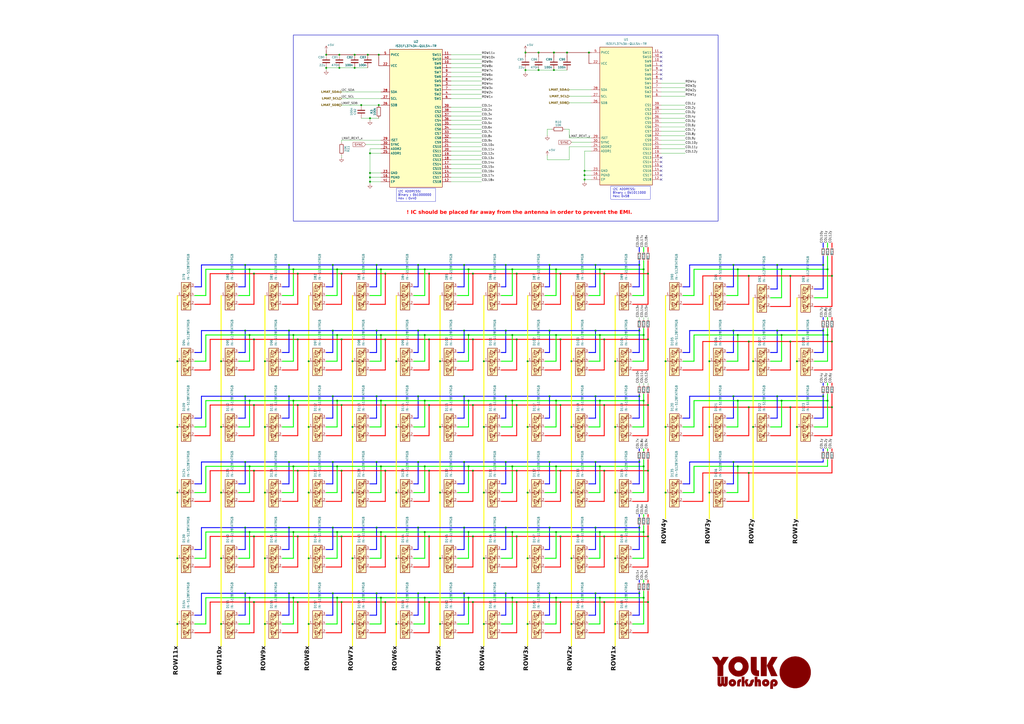
<source format=kicad_sch>
(kicad_sch (version 20231120) (generator "eeschema") (generator_version "8.0")
  (paper "A2")
  (title_block (title "[LED Matrix]") (date "2025-02-08") (rev "2") (company "Yolk Workshop") (comment 1 "Designed by K Mumba") (comment 2 "Conceptualised and designed in Zambia") (comment 3 "Yolk Keyboard Human Input Peripheral"))
  (junction (at 280.67 209.55))
  (junction (at 345.44 344.17))
  (junction (at 193.04 191.77))
  (junction (at 172.72 273.05))
  (junction (at 214.63 102.87))
  (junction (at 179.07 247.65))
  (junction (at 299.72 158.75))
  (junction (at 147.32 158.75))
  (junction (at 297.18 232.41))
  (junction (at 142.24 344.17))
  (junction (at 147.32 234.95))
  (junction (at 325.12 158.75))
  (junction (at 242.57 344.17))
  (junction (at 218.44 153.67))
  (junction (at 434.34 274.32))
  (junction (at 339.09 101.6))
  (junction (at 480.06 232.41))
  (junction (at 274.32 158.75))
  (junction (at 477.52 153.67))
  (junction (at 339.09 99.06))
  (junction (at 347.98 270.51))
  (junction (at 373.38 232.41))
  (junction (at 128.27 247.65))
  (junction (at 271.78 232.41))
  (junction (at 269.24 153.67))
  (junction (at 195.58 346.71))
  (junction (at 293.37 229.87))
  (junction (at 167.64 153.67))
  (junction (at 370.84 267.97))
  (junction (at 248.92 273.05))
  (junction (at 425.45 267.97))
  (junction (at 102.87 285.75))
  (junction (at 271.78 308.61))
  (junction (at 255.27 323.85))
  (junction (at 172.72 234.95))
  (junction (at 271.78 346.71))
  (junction (at 345.44 306.07))
  (junction (at 189.23 39.37))
  (junction (at 229.87 323.85))
  (junction (at 274.32 273.05))
  (junction (at 350.52 196.85))
  (junction (at 205.74 31.75))
  (junction (at 195.58 270.51))
  (junction (at 386.08 247.65))
  (junction (at 345.44 267.97))
  (junction (at 170.18 308.61))
  (junction (at 462.28 247.65))
  (junction (at 218.44 267.97))
  (junction (at 198.12 196.85))
  (junction (at 248.92 311.15))
  (junction (at 280.67 323.85))
  (junction (at 195.58 156.21))
  (junction (at 271.78 194.31))
  (junction (at 375.92 311.15))
  (junction (at 477.52 229.87))
  (junction (at 331.47 209.55))
  (junction (at 142.24 267.97))
  (junction (at 325.12 196.85))
  (junction (at 220.98 156.21))
  (junction (at 458.47 160.02))
  (junction (at 172.72 311.15))
  (junction (at 167.64 344.17))
  (junction (at 198.12 158.75))
  (junction (at 347.98 308.61))
  (junction (at 425.45 153.67))
  (junction (at 331.47 361.95))
  (junction (at 356.87 209.55))
  (junction (at 172.72 196.85))
  (junction (at 229.87 209.55))
  (junction (at 214.63 105.41))
  (junction (at 297.18 194.31))
  (junction (at 331.47 323.85))
  (junction (at 128.27 285.75))
  (junction (at 356.87 285.75))
  (junction (at 280.67 285.75))
  (junction (at 147.32 196.85))
  (junction (at 356.87 323.85))
  (junction (at 306.07 285.75))
  (junction (at 170.18 270.51))
  (junction (at 167.64 191.77))
  (junction (at 482.6 160.02))
  (junction (at 223.52 273.05))
  (junction (at 436.88 247.65))
  (junction (at 204.47 209.55))
  (junction (at 220.98 232.41))
  (junction (at 255.27 361.95))
  (junction (at 255.27 285.75))
  (junction (at 427.99 232.41))
  (junction (at 153.67 285.75))
  (junction (at 274.32 349.25))
  (junction (at 142.24 191.77))
  (junction (at 325.12 273.05))
  (junction (at 370.84 344.17))
  (junction (at 193.04 344.17))
  (junction (at 218.44 191.77))
  (junction (at 219.71 60.96))
  (junction (at 325.12 234.95))
  (junction (at 214.63 68.58))
  (junction (at 242.57 267.97))
  (junction (at 220.98 194.31))
  (junction (at 373.38 270.51))
  (junction (at 248.92 234.95))
  (junction (at 347.98 232.41))
  (junction (at 425.45 191.77))
  (junction (at 375.92 349.25))
  (junction (at 480.06 156.21))
  (junction (at 144.78 308.61))
  (junction (at 219.71 31.75))
  (junction (at 318.77 267.97))
  (junction (at 293.37 306.07))
  (junction (at 450.85 191.77))
  (junction (at 214.63 88.9))
  (junction (at 274.32 196.85))
  (junction (at 153.67 323.85))
  (junction (at 246.38 232.41))
  (junction (at 293.37 344.17))
  (junction (at 370.84 306.07))
  (junction (at 434.34 160.02))
  (junction (at 297.18 270.51))
  (junction (at 198.12 349.25))
  (junction (at 167.64 306.07))
  (junction (at 356.87 361.95))
  (junction (at 229.87 285.75))
  (junction (at 170.18 194.31))
  (junction (at 312.42 40.64))
  (junction (at 195.58 232.41))
  (junction (at 297.18 308.61))
  (junction (at 274.32 311.15))
  (junction (at 167.64 229.87))
  (junction (at 248.92 196.85))
  (junction (at 102.87 247.65))
  (junction (at 345.44 153.67))
  (junction (at 179.07 285.75))
  (junction (at 318.77 153.67))
  (junction (at 195.58 194.31))
  (junction (at 318.77 191.77))
  (junction (at 269.24 344.17))
  (junction (at 321.31 40.64))
  (junction (at 482.6 198.12))
  (junction (at 477.52 191.77))
  (junction (at 370.84 191.77))
  (junction (at 204.47 361.95))
  (junction (at 218.44 229.87))
  (junction (at 373.38 156.21))
  (junction (at 142.24 229.87))
  (junction (at 453.39 194.31))
  (junction (at 223.52 234.95))
  (junction (at 434.34 198.12))
  (junction (at 229.87 361.95))
  (junction (at 453.39 156.21))
  (junction (at 297.18 156.21))
  (junction (at 299.72 234.95))
  (junction (at 373.38 346.71))
  (junction (at 280.67 247.65))
  (junction (at 193.04 229.87))
  (junction (at 299.72 196.85))
  (junction (at 322.58 156.21))
  (junction (at 246.38 346.71))
  (junction (at 356.87 247.65))
  (junction (at 375.92 158.75))
  (junction (at 144.78 346.71))
  (junction (at 196.85 39.37))
  (junction (at 322.58 270.51))
  (junction (at 189.23 31.75))
  (junction (at 269.24 229.87))
  (junction (at 411.48 209.55))
  (junction (at 153.67 247.65))
  (junction (at 204.47 285.75))
  (junction (at 350.52 311.15))
  (junction (at 193.04 267.97))
  (junction (at 223.52 158.75))
  (junction (at 373.38 308.61))
  (junction (at 170.18 156.21))
  (junction (at 142.24 306.07))
  (junction (at 229.87 247.65))
  (junction (at 345.44 229.87))
  (junction (at 205.74 39.37))
  (junction (at 347.98 156.21))
  (junction (at 350.52 349.25))
  (junction (at 450.85 153.67))
  (junction (at 347.98 346.71))
  (junction (at 304.8 40.64))
  (junction (at 411.48 247.65))
  (junction (at 321.31 30.48))
  (junction (at 322.58 308.61))
  (junction (at 179.07 323.85))
  (junction (at 204.47 323.85))
  (junction (at 271.78 270.51))
  (junction (at 322.58 346.71))
  (junction (at 462.28 209.55))
  (junction (at 246.38 194.31))
  (junction (at 373.38 194.31))
  (junction (at 328.93 30.48))
  (junction (at 331.47 285.75))
  (junction (at 436.88 209.55))
  (junction (at 269.24 267.97))
  (junction (at 144.78 270.51))
  (junction (at 271.78 156.21))
  (junction (at 147.32 311.15))
  (junction (at 345.44 191.77))
  (junction (at 370.84 153.67))
  (junction (at 269.24 306.07))
  (junction (at 375.92 273.05))
  (junction (at 204.47 247.65))
  (junction (at 248.92 349.25))
  (junction (at 293.37 191.77))
  (junction (at 102.87 361.95))
  (junction (at 312.42 30.48))
  (junction (at 350.52 273.05))
  (junction (at 306.07 209.55))
  (junction (at 280.67 361.95))
  (junction (at 350.52 158.75))
  (junction (at 170.18 346.71))
  (junction (at 304.8 30.48))
  (junction (at 318.77 229.87))
  (junction (at 198.12 311.15))
  (junction (at 102.87 323.85))
  (junction (at 293.37 153.67))
  (junction (at 375.92 234.95))
  (junction (at 375.92 196.85))
  (junction (at 128.27 209.55))
  (junction (at 331.47 247.65))
  (junction (at 213.36 31.75))
  (junction (at 427.99 270.51))
  (junction (at 248.92 158.75))
  (junction (at 128.27 361.95))
  (junction (at 297.18 346.71))
  (junction (at 223.52 349.25))
  (junction (at 220.98 270.51))
  (junction (at 144.78 232.41))
  (junction (at 220.98 346.71))
  (junction (at 144.78 156.21))
  (junction (at 306.07 247.65))
  (junction (at 242.57 306.07))
  (junction (at 427.99 194.31))
  (junction (at 153.67 209.55))
  (junction (at 179.07 361.95))
  (junction (at 306.07 323.85))
  (junction (at 209.55 60.96))
  (junction (at 322.58 194.31))
  (junction (at 102.87 209.55))
  (junction (at 347.98 194.31))
  (junction (at 218.44 344.17))
  (junction (at 172.72 158.75))
  (junction (at 255.27 209.55))
  (junction (at 147.32 273.05))
  (junction (at 453.39 232.41))
  (junction (at 193.04 153.67))
  (junction (at 220.98 308.61))
  (junction (at 242.57 153.67))
  (junction (at 411.48 285.75))
  (junction (at 147.32 349.25))
  (junction (at 434.34 236.22))
  (junction (at 339.09 104.14))
  (junction (at 299.72 349.25))
  (junction (at 144.78 194.31))
  (junction (at 293.37 267.97))
  (junction (at 482.6 236.22))
  (junction (at 386.08 285.75))
  (junction (at 299.72 273.05))
  (junction (at 153.67 361.95))
  (junction (at 128.27 323.85))
  (junction (at 341.63 30.48))
  (junction (at 370.84 229.87))
  (junction (at 196.85 31.75))
  (junction (at 242.57 191.77))
  (junction (at 325.12 311.15))
  (junction (at 350.52 234.95))
  (junction (at 450.85 229.87))
  (junction (at 179.07 209.55))
  (junction (at 255.27 247.65))
  (junction (at 299.72 311.15))
  (junction (at 458.47 236.22))
  (junction (at 322.58 232.41))
  (junction (at 480.06 194.31))
  (junction (at 274.32 234.95))
  (junction (at 195.58 308.61))
  (junction (at 325.12 349.25))
  (junction (at 198.12 273.05))
  (junction (at 306.07 361.95))
  (junction (at 242.57 229.87))
  (junction (at 170.18 232.41))
  (junction (at 318.77 306.07))
  (junction (at 269.24 191.77))
  (junction (at 142.24 153.67))
  (junction (at 198.12 234.95))
  (junction (at 386.08 209.55))
  (junction (at 318.77 344.17))
  (junction (at 172.72 349.25))
  (junction (at 193.04 306.07))
  (junction (at 218.44 306.07))
  (junction (at 246.38 308.61))
  (junction (at 223.52 196.85))
  (junction (at 167.64 267.97))
  (junction (at 458.47 198.12))
  (junction (at 246.38 156.21))
  (junction (at 223.52 311.15))
  (junction (at 214.63 100.33))
  (junction (at 427.99 156.21))
  (junction (at 425.45 229.87))
  (junction (at 246.38 270.51))
  (no_connect (at 383.54 91.44))
  (no_connect (at 383.54 33.02))
  (no_connect (at 383.54 38.1))
  (no_connect (at 383.54 35.56))
  (no_connect (at 383.54 45.72))
  (no_connect (at 383.54 30.48))
  (no_connect (at 383.54 99.06))
  (no_connect (at 383.54 40.64))
  (no_connect (at 383.54 43.18))
  (no_connect (at 383.54 93.98))
  (no_connect (at 383.54 104.14))
  (no_connect (at 383.54 101.6))
  (no_connect (at 383.54 96.52))
  (wire (pts (xy 271.78 209.55) (xy 265.43 209.55)) (stroke (width 0.508) (color 0 255 0 1)))
  (wire (pts (xy 325.12 367.03) (xy 325.12 349.25)) (stroke (width 0.508) (color 255 0 0 1)))
  (wire (pts (xy 400.05 242.57) (xy 396.24 242.57)) (stroke (width 0.508) (color 0 0 255 1)))
  (wire (pts (xy 322.58 209.55) (xy 316.23 209.55)) (stroke (width 0.508) (color 0 255 0 1)))
  (wire (pts (xy 198.12 273.05) (xy 223.52 273.05)) (stroke (width 0.508) (color 255 0 0 1)))
  (wire (pts (xy 434.34 214.63) (xy 421.64 214.63)) (stroke (width 0.508) (color 255 0 0 1)))
  (wire (pts (xy 274.32 367.03) (xy 274.32 349.25)) (stroke (width 0.508) (color 255 0 0 1)))
  (wire (pts (xy 322.58 308.61) (xy 322.58 323.85)) (stroke (width 0.508) (color 0 255 0 1)))
  (wire (pts (xy 370.84 304.8) (xy 370.84 306.07)) (stroke (width 0.508) (color 0 0 255 1)))
  (wire (pts (xy 265.43 367.03) (xy 274.32 367.03)) (stroke (width 0.508) (color 255 0 0 1)))
  (wire (pts (xy 193.04 204.47) (xy 189.23 204.47)) (stroke (width 0.508) (color 0 0 255 1)))
  (wire (pts (xy 293.37 166.37) (xy 290.83 166.37)) (stroke (width 0.508) (color 0 0 255 1)))
  (wire (pts (xy 325.12 252.73) (xy 325.12 234.95)) (stroke (width 0.508) (color 255 0 0 1)))
  (wire (pts (xy 341.63 290.83) (xy 350.52 290.83)) (stroke (width 0.508) (color 255 0 0 1)))
  (wire (pts (xy 223.52 328.93) (xy 223.52 311.15)) (stroke (width 0.508) (color 255 0 0 1)))
  (wire (pts (xy 193.04 242.57) (xy 189.23 242.57)) (stroke (width 0.508) (color 0 0 255 1)))
  (wire (pts (xy 193.04 280.67) (xy 189.23 280.67)) (stroke (width 0.508) (color 0 0 255 1)))
  (wire (pts (xy 318.77 267.97) (xy 345.44 267.97)) (stroke (width 0.508) (color 0 0 255 1)))
  (wire (pts (xy 436.88 247.65) (xy 436.88 300.99)) (stroke (width 0.508) (color 255 255 0 1)))
  (wire (pts (xy 356.87 209.55) (xy 356.87 171.45)) (stroke (width 0.508) (color 255 255 0 1)))
  (wire (pts (xy 477.52 223.52) (xy 477.52 222.25)) (stroke (width 0.508) (color 0 0 255 1)))
  (wire (pts (xy 325.12 349.25) (xy 350.52 349.25)) (stroke (width 0.508) (color 255 0 0 1)))
  (wire (pts (xy 214.63 214.63) (xy 223.52 214.63)) (stroke (width 0.508) (color 255 0 0 1)))
  (wire (pts (xy 121.92 158.75) (xy 147.32 158.75)) (stroke (width 0.508) (color 255 0 0 1)))
  (wire (pts (xy 339.09 104.14) (xy 342.9 104.14)))
  (wire (pts (xy 367.03 176.53) (xy 375.92 176.53)) (stroke (width 0.508) (color 255 0 0 1)))
  (wire (pts (xy 402.59 171.45) (xy 396.24 171.45)) (stroke (width 0.508) (color 0 255 0 1)))
  (wire (pts (xy 189.23 39.37) (xy 196.85 39.37)))
  (wire (pts (xy 482.6 185.42) (xy 482.6 184.15)) (stroke (width 0.508) (color 255 0 0 1)))
  (wire (pts (xy 246.38 346.71) (xy 220.98 346.71)) (stroke (width 0.508) (color 0 255 0 1)))
  (wire (pts (xy 290.83 290.83) (xy 299.72 290.83)) (stroke (width 0.508) (color 255 0 0 1)))
  (wire (pts (xy 116.84 229.87) (xy 116.84 242.57)) (stroke (width 0.508) (color 0 0 255 1)))
  (wire (pts (xy 229.87 285.75) (xy 229.87 247.65)) (stroke (width 0.508) (color 255 255 0 1)))
  (wire (pts (xy 195.58 270.51) (xy 170.18 270.51)) (stroke (width 0.508) (color 0 255 0 1)))
  (wire (pts (xy 144.78 171.45) (xy 138.43 171.45)) (stroke (width 0.508) (color 0 255 0 1)))
  (wire (pts (xy 248.92 214.63) (xy 248.92 196.85)) (stroke (width 0.508) (color 255 0 0 1)))
  (wire (pts (xy 299.72 234.95) (xy 325.12 234.95)) (stroke (width 0.508) (color 255 0 0 1)))
  (wire (pts (xy 316.23 176.53) (xy 325.12 176.53)) (stroke (width 0.508) (color 255 0 0 1)))
  (wire (pts (xy 144.78 194.31) (xy 119.38 194.31)) (stroke (width 0.508) (color 0 255 0 1)))
  (wire (pts (xy 356.87 247.65) (xy 356.87 209.55)) (stroke (width 0.508) (color 255 255 0 1)))
  (wire (pts (xy 450.85 229.87) (xy 477.52 229.87)) (stroke (width 0.508) (color 0 0 255 1)))
  (wire (pts (xy 373.38 143.51) (xy 373.38 146.05)) (stroke (width 0.508) (color 0 255 0 1)))
  (wire (pts (xy 453.39 156.21) (xy 480.06 156.21)) (stroke (width 0.508) (color 0 255 0 1)))
  (wire (pts (xy 274.32 311.15) (xy 299.72 311.15)) (stroke (width 0.508) (color 255 0 0 1)))
  (wire (pts (xy 304.8 40.64) (xy 312.42 40.64)))
  (wire (pts (xy 138.43 252.73) (xy 147.32 252.73)) (stroke (width 0.508) (color 255 0 0 1)))
  (wire (pts (xy 347.98 308.61) (xy 322.58 308.61)) (stroke (width 0.508) (color 0 255 0 1)))
  (wire (pts (xy 246.38 308.61) (xy 220.98 308.61)) (stroke (width 0.508) (color 0 255 0 1)))
  (wire (pts (xy 299.72 273.05) (xy 325.12 273.05)) (stroke (width 0.508) (color 255 0 0 1)))
  (wire (pts (xy 214.63 290.83) (xy 223.52 290.83)) (stroke (width 0.508) (color 255 0 0 1)))
  (wire (pts (xy 345.44 267.97) (xy 345.44 280.67)) (stroke (width 0.508) (color 0 0 255 1)))
  (wire (pts (xy 102.87 361.95) (xy 102.87 323.85)) (stroke (width 0.508) (color 255 255 0 1)))
  (wire (pts (xy 345.44 306.07) (xy 345.44 318.77)) (stroke (width 0.508) (color 0 0 255 1)))
  (wire (pts (xy 425.45 191.77) (xy 450.85 191.77)) (stroke (width 0.508) (color 0 0 255 1)))
  (wire (pts (xy 304.8 40.64) (xy 304.8 41.91)))
  (wire (pts (xy 116.84 204.47) (xy 113.03 204.47)) (stroke (width 0.508) (color 0 0 255 1)))
  (wire (pts (xy 297.18 171.45) (xy 290.83 171.45)) (stroke (width 0.508) (color 0 255 0 1)))
  (wire (pts (xy 472.44 252.73) (xy 482.6 252.73)) (stroke (width 0.508) (color 255 0 0 1)))
  (wire (pts (xy 299.72 158.75) (xy 325.12 158.75)) (stroke (width 0.508) (color 255 0 0 1)))
  (wire (pts (xy 153.67 374.65) (xy 153.67 361.95)) (stroke (width 0.508) (color 255 255 0 1)))
  (wire (pts (xy 142.24 306.07) (xy 142.24 318.77)) (stroke (width 0.508) (color 0 0 255 1)))
  (wire (pts (xy 214.63 252.73) (xy 223.52 252.73)) (stroke (width 0.508) (color 255 0 0 1)))
  (wire (pts (xy 347.98 232.41) (xy 347.98 247.65)) (stroke (width 0.508) (color 0 255 0 1)))
  (wire (pts (xy 198.12 57.15) (xy 220.98 57.15)))
  (wire (pts (xy 375.92 234.95) (xy 375.92 228.6)) (stroke (width 0.508) (color 255 0 0 1)))
  (wire (pts (xy 427.99 285.75) (xy 421.64 285.75)) (stroke (width 0.508) (color 0 255 0 1)))
  (wire (pts (xy 297.18 323.85) (xy 290.83 323.85)) (stroke (width 0.508) (color 0 255 0 1)))
  (wire (pts (xy 434.34 274.32) (xy 482.6 274.32)) (stroke (width 0.508) (color 255 0 0 1)))
  (wire (pts (xy 195.58 156.21) (xy 170.18 156.21)) (stroke (width 0.508) (color 0 255 0 1)))
  (wire (pts (xy 229.87 323.85) (xy 229.87 285.75)) (stroke (width 0.508) (color 255 255 0 1)))
  (wire (pts (xy 325.12 176.53) (xy 325.12 158.75)) (stroke (width 0.508) (color 255 0 0 1)))
  (wire (pts (xy 193.04 356.87) (xy 189.23 356.87)) (stroke (width 0.508) (color 0 0 255 1)))
  (wire (pts (xy 246.38 361.95) (xy 240.03 361.95)) (stroke (width 0.508) (color 0 255 0 1)))
  (wire (pts (xy 223.52 214.63) (xy 223.52 196.85)) (stroke (width 0.508) (color 255 0 0 1)))
  (wire (pts (xy 400.05 191.77) (xy 400.05 204.47)) (stroke (width 0.508) (color 0 0 255 1)))
  (wire (pts (xy 427.99 232.41) (xy 427.99 247.65)) (stroke (width 0.508) (color 0 255 0 1)))
  (wire (pts (xy 279.4 36.83) (xy 261.62 36.83)))
  (wire (pts (xy 265.43 176.53) (xy 274.32 176.53)) (stroke (width 0.508) (color 255 0 0 1)))
  (wire (pts (xy 425.45 267.97) (xy 425.45 280.67)) (stroke (width 0.508) (color 0 0 255 1)))
  (wire (pts (xy 345.44 306.07) (xy 370.84 306.07)) (stroke (width 0.508) (color 0 0 255 1)))
  (wire (pts (xy 189.23 214.63) (xy 198.12 214.63)) (stroke (width 0.508) (color 255 0 0 1)))
  (wire (pts (xy 195.58 247.65) (xy 189.23 247.65)) (stroke (width 0.508) (color 0 255 0 1)))
  (wire (pts (xy 425.45 153.67) (xy 425.45 166.37)) (stroke (width 0.508) (color 0 0 255 1)))
  (wire (pts (xy 290.83 252.73) (xy 299.72 252.73)) (stroke (width 0.508) (color 255 0 0 1)))
  (wire (pts (xy 144.78 308.61) (xy 144.78 323.85)) (stroke (width 0.508) (color 0 255 0 1)))
  (wire (pts (xy 255.27 247.65) (xy 255.27 209.55)) (stroke (width 0.508) (color 255 255 0 1)))
  (wire (pts (xy 450.85 191.77) (xy 477.52 191.77)) (stroke (width 0.508) (color 0 0 255 1)))
  (wire (pts (xy 172.72 349.25) (xy 198.12 349.25)) (stroke (width 0.508) (color 255 0 0 1)))
  (wire (pts (xy 325.12 273.05) (xy 350.52 273.05)) (stroke (width 0.508) (color 255 0 0 1)))
  (wire (pts (xy 218.44 191.77) (xy 218.44 204.47)) (stroke (width 0.508) (color 0 0 255 1)))
  (wire (pts (xy 119.38 194.31) (xy 119.38 209.55)) (stroke (width 0.508) (color 0 255 0 1)))
  (wire (pts (xy 373.38 308.61) (xy 347.98 308.61)) (stroke (width 0.508) (color 0 255 0 1)))
  (wire (pts (xy 220.98 346.71) (xy 195.58 346.71)) (stroke (width 0.508) (color 0 255 0 1)))
  (wire (pts (xy 450.85 242.57) (xy 447.04 242.57)) (stroke (width 0.508) (color 0 0 255 1)))
  (wire (pts (xy 407.67 290.83) (xy 396.24 290.83)) (stroke (width 0.508) (color 255 0 0 1)))
  (wire (pts (xy 271.78 270.51) (xy 246.38 270.51)) (stroke (width 0.508) (color 0 255 0 1)))
  (wire (pts (xy 246.38 232.41) (xy 246.38 247.65)) (stroke (width 0.508) (color 0 255 0 1)))
  (wire (pts (xy 246.38 171.45) (xy 240.03 171.45)) (stroke (width 0.508) (color 0 255 0 1)))
  (wire (pts (xy 274.32 290.83) (xy 274.32 273.05)) (stroke (width 0.508) (color 255 0 0 1)))
  (wire (pts (xy 269.24 191.77) (xy 269.24 204.47)) (stroke (width 0.508) (color 0 0 255 1)))
  (wire (pts (xy 179.07 285.75) (xy 179.07 247.65)) (stroke (width 0.508) (color 255 255 0 1)))
  (wire (pts (xy 193.04 344.17) (xy 193.04 356.87)) (stroke (width 0.508) (color 0 0 255 1)))
  (wire (pts (xy 290.83 367.03) (xy 299.72 367.03)) (stroke (width 0.508) (color 255 0 0 1)))
  (wire (pts (xy 128.27 209.55) (xy 128.27 171.45)) (stroke (width 0.508) (color 255 255 0 1)))
  (wire (pts (xy 248.92 311.15) (xy 274.32 311.15)) (stroke (width 0.508) (color 255 0 0 1)))
  (wire (pts (xy 223.52 196.85) (xy 248.92 196.85)) (stroke (width 0.508) (color 255 0 0 1)))
  (wire (pts (xy 142.24 191.77) (xy 142.24 204.47)) (stroke (width 0.508) (color 0 0 255 1)))
  (wire (pts (xy 375.92 261.62) (xy 375.92 260.35)) (stroke (width 0.508) (color 255 0 0 1)))
  (wire (pts (xy 290.83 176.53) (xy 299.72 176.53)) (stroke (width 0.508) (color 255 0 0 1)))
  (wire (pts (xy 434.34 236.22) (xy 434.34 252.73)) (stroke (width 0.508) (color 255 0 0 1)))
  (wire (pts (xy 436.88 247.65) (xy 436.88 209.55)) (stroke (width 0.508) (color 255 255 0 1)))
  (wire (pts (xy 322.58 308.61) (xy 297.18 308.61)) (stroke (width 0.508) (color 0 255 0 1)))
  (wire (pts (xy 147.32 311.15) (xy 172.72 311.15)) (stroke (width 0.508) (color 255 0 0 1)))
  (wire (pts (xy 144.78 232.41) (xy 144.78 247.65)) (stroke (width 0.508) (color 0 255 0 1)))
  (wire (pts (xy 397.51 66.04) (xy 383.54 66.04)))
  (wire (pts (xy 370.84 229.87) (xy 370.84 242.57)) (stroke (width 0.508) (color 0 0 255 1)))
  (wire (pts (xy 297.18 194.31) (xy 297.18 209.55)) (stroke (width 0.508) (color 0 255 0 1)))
  (wire (pts (xy 482.6 274.32) (xy 482.6 266.7)) (stroke (width 0.508) (color 255 0 0 1)))
  (wire (pts (xy 477.52 191.77) (xy 477.52 190.5)) (stroke (width 0.508) (color 0 0 255 1)))
  (wire (pts (xy 116.84 191.77) (xy 116.84 204.47)) (stroke (width 0.508) (color 0 0 255 1)))
  (wire (pts (xy 248.92 234.95) (xy 274.32 234.95)) (stroke (width 0.508) (color 255 0 0 1)))
  (wire (pts (xy 198.12 328.93) (xy 198.12 311.15)) (stroke (width 0.508) (color 255 0 0 1)))
  (wire (pts (xy 167.64 242.57) (xy 163.83 242.57)) (stroke (width 0.508) (color 0 0 255 1)))
  (wire (pts (xy 195.58 156.21) (xy 195.58 171.45)) (stroke (width 0.508) (color 0 255 0 1)))
  (wire (pts (xy 397.51 60.96) (xy 383.54 60.96)))
  (wire (pts (xy 142.24 267.97) (xy 142.24 280.67)) (stroke (width 0.508) (color 0 0 255 1)))
  (wire (pts (xy 142.24 166.37) (xy 138.43 166.37)) (stroke (width 0.508) (color 0 0 255 1)))
  (wire (pts (xy 220.98 308.61) (xy 220.98 323.85)) (stroke (width 0.508) (color 0 255 0 1)))
  (wire (pts (xy 453.39 232.41) (xy 427.99 232.41)) (stroke (width 0.508) (color 0 255 0 1)))
  (wire (pts (xy 373.38 209.55) (xy 367.03 209.55)) (stroke (width 0.508) (color 0 255 0 1)))
  (wire (pts (xy 407.67 236.22) (xy 407.67 252.73)) (stroke (width 0.508) (color 255 0 0 1)))
  (wire (pts (xy 318.77 153.67) (xy 318.77 166.37)) (stroke (width 0.508) (color 0 0 255 1)))
  (wire (pts (xy 330.2 74.93) (xy 330.2 80.01)))
  (wire (pts (xy 345.44 229.87) (xy 370.84 229.87)) (stroke (width 0.508) (color 0 0 255 1)))
  (wire (pts (xy 293.37 306.07) (xy 293.37 318.77)) (stroke (width 0.508) (color 0 0 255 1)))
  (wire (pts (xy 116.84 229.87) (xy 142.24 229.87)) (stroke (width 0.508) (color 0 0 255 1)))
  (wire (pts (xy 370.84 298.45) (xy 370.84 299.72)) (stroke (width 0.508) (color 0 0 255 1)))
  (wire (pts (xy 193.04 267.97) (xy 218.44 267.97)) (stroke (width 0.508) (color 0 0 255 1)))
  (wire (pts (xy 345.44 344.17) (xy 370.84 344.17)) (stroke (width 0.508) (color 0 0 255 1)))
  (wire (pts (xy 271.78 194.31) (xy 246.38 194.31)) (stroke (width 0.508) (color 0 255 0 1)))
  (wire (pts (xy 370.84 191.77) (xy 370.84 204.47)) (stroke (width 0.508) (color 0 0 255 1)))
  (wire (pts (xy 128.27 323.85) (xy 128.27 285.75)) (stroke (width 0.508) (color 255 255 0 1)))
  (wire (pts (xy 220.98 156.21) (xy 220.98 171.45)) (stroke (width 0.508) (color 0 255 0 1)))
  (wire (pts (xy 269.24 153.67) (xy 269.24 166.37)) (stroke (width 0.508) (color 0 0 255 1)))
  (wire (pts (xy 119.38 209.55) (xy 113.03 209.55)) (stroke (width 0.508) (color 0 255 0 1)))
  (wire (pts (xy 375.92 146.05) (xy 375.92 143.51)) (stroke (width 0.508) (color 255 0 0 1)))
  (wire (pts (xy 214.63 105.41) (xy 220.98 105.41)))
  (wire (pts (xy 402.59 232.41) (xy 402.59 247.65)) (stroke (width 0.508) (color 0 255 0 1)))
  (wire (pts (xy 170.18 346.71) (xy 170.18 361.95)) (stroke (width 0.508) (color 0 255 0 1)))
  (wire (pts (xy 223.52 349.25) (xy 248.92 349.25)) (stroke (width 0.508) (color 255 0 0 1)))
  (wire (pts (xy 220.98 102.87) (xy 214.63 102.87)))
  (wire (pts (xy 142.24 318.77) (xy 138.43 318.77)) (stroke (width 0.508) (color 0 0 255 1)))
  (wire (pts (xy 220.98 86.36) (xy 214.63 86.36)))
  (wire (pts (xy 427.99 270.51) (xy 402.59 270.51)) (stroke (width 0.508) (color 0 255 0 1)))
  (wire (pts (xy 147.32 349.25) (xy 172.72 349.25)) (stroke (width 0.508) (color 255 0 0 1)))
  (wire (pts (xy 318.77 344.17) (xy 318.77 356.87)) (stroke (width 0.508) (color 0 0 255 1)))
  (wire (pts (xy 480.06 223.52) (xy 480.06 222.25)) (stroke (width 0.508) (color 0 255 0 1)))
  (wire (pts (xy 271.78 308.61) (xy 271.78 323.85)) (stroke (width 0.508) (color 0 255 0 1)))
  (wire (pts (xy 325.12 311.15) (xy 350.52 311.15)) (stroke (width 0.508) (color 255 0 0 1)))
  (wire (pts (xy 170.18 156.21) (xy 170.18 171.45)) (stroke (width 0.508) (color 0 255 0 1)))
  (wire (pts (xy 299.72 290.83) (xy 299.72 273.05)) (stroke (width 0.508) (color 255 0 0 1)))
  (wire (pts (xy 345.44 267.97) (xy 370.84 267.97)) (stroke (width 0.508) (color 0 0 255 1)))
  (wire (pts (xy 172.72 252.73) (xy 172.72 234.95)) (stroke (width 0.508) (color 255 0 0 1)))
  (wire (pts (xy 274.32 158.75) (xy 299.72 158.75)) (stroke (width 0.508) (color 255 0 0 1)))
  (wire (pts (xy 328.93 30.48) (xy 328.93 33.02)) (stroke (width 0.254) (color 132 0 0 1)))
  (wire (pts (xy 279.4 95.25) (xy 261.62 95.25)))
  (wire (pts (xy 407.67 252.73) (xy 396.24 252.73)) (stroke (width 0.508) (color 255 0 0 1)))
  (wire (pts (xy 209.55 60.96) (xy 219.71 60.96)))
  (wire (pts (xy 223.52 158.75) (xy 248.92 158.75)) (stroke (width 0.508) (color 255 0 0 1)))
  (wire (pts (xy 220.98 194.31) (xy 220.98 209.55)) (stroke (width 0.508) (color 0 255 0 1)))
  (wire (pts (xy 316.23 252.73) (xy 325.12 252.73)) (stroke (width 0.508) (color 255 0 0 1)))
  (wire (pts (xy 119.38 247.65) (xy 113.03 247.65)) (stroke (width 0.508) (color 0 255 0 1)))
  (wire (pts (xy 397.51 53.34) (xy 383.54 53.34)))
  (wire (pts (xy 265.43 290.83) (xy 274.32 290.83)) (stroke (width 0.508) (color 255 0 0 1)))
  (wire (pts (xy 179.07 361.95) (xy 179.07 323.85)) (stroke (width 0.508) (color 255 255 0 1)))
  (wire (pts (xy 375.92 337.82) (xy 375.92 336.55)) (stroke (width 0.508) (color 255 0 0 1)))
  (wire (pts (xy 142.24 267.97) (xy 167.64 267.97)) (stroke (width 0.508) (color 0 0 255 1)))
  (wire (pts (xy 121.92 311.15) (xy 147.32 311.15)) (stroke (width 0.508) (color 255 0 0 1)))
  (wire (pts (xy 229.87 374.65) (xy 229.87 361.95)) (stroke (width 0.508) (color 255 255 0 1)))
  (wire (pts (xy 425.45 267.97) (xy 477.52 267.97)) (stroke (width 0.508) (color 0 0 255 1)))
  (wire (pts (xy 144.78 361.95) (xy 138.43 361.95)) (stroke (width 0.508) (color 0 255 0 1)))
  (wire (pts (xy 318.77 306.07) (xy 318.77 318.77)) (stroke (width 0.508) (color 0 0 255 1)))
  (wire (pts (xy 163.83 328.93) (xy 172.72 328.93)) (stroke (width 0.508) (color 255 0 0 1)))
  (wire (pts (xy 167.64 318.77) (xy 163.83 318.77)) (stroke (width 0.508) (color 0 0 255 1)))
  (wire (pts (xy 397.51 73.66) (xy 383.54 73.66)))
  (wire (pts (xy 163.83 252.73) (xy 172.72 252.73)) (stroke (width 0.508) (color 255 0 0 1)))
  (wire (pts (xy 297.18 209.55) (xy 290.83 209.55)) (stroke (width 0.508) (color 0 255 0 1)))
  (wire (pts (xy 297.18 232.41) (xy 271.78 232.41)) (stroke (width 0.508) (color 0 255 0 1)))
  (wire (pts (xy 189.23 252.73) (xy 198.12 252.73)) (stroke (width 0.508) (color 255 0 0 1)))
  (wire (pts (xy 246.38 323.85) (xy 240.03 323.85)) (stroke (width 0.508) (color 0 255 0 1)))
  (wire (pts (xy 274.32 214.63) (xy 274.32 196.85)) (stroke (width 0.508) (color 255 0 0 1)))
  (wire (pts (xy 407.67 214.63) (xy 396.24 214.63)) (stroke (width 0.508) (color 255 0 0 1)))
  (wire (pts (xy 318.77 191.77) (xy 318.77 204.47)) (stroke (width 0.508) (color 0 0 255 1)))
  (wire (pts (xy 220.98 100.33) (xy 214.63 100.33)))
  (wire (pts (xy 477.52 242.57) (xy 472.44 242.57)) (stroke (width 0.508) (color 0 0 255 1)))
  (wire (pts (xy 322.58 285.75) (xy 316.23 285.75)) (stroke (width 0.508) (color 0 255 0 1)))
  (wire (pts (xy 375.92 299.72) (xy 375.92 298.45)) (stroke (width 0.508) (color 255 0 0 1)))
  (wire (pts (xy 367.03 252.73) (xy 375.92 252.73)) (stroke (width 0.508) (color 255 0 0 1)))
  (wire (pts (xy 195.58 308.61) (xy 170.18 308.61)) (stroke (width 0.508) (color 0 255 0 1)))
  (wire (pts (xy 306.07 285.75) (xy 306.07 247.65)) (stroke (width 0.508) (color 255 255 0 1)))
  (wire (pts (xy 318.77 356.87) (xy 316.23 356.87)) (stroke (width 0.508) (color 0 0 255 1)))
  (wire (pts (xy 269.24 306.07) (xy 293.37 306.07)) (stroke (width 0.508) (color 0 0 255 1)))
  (wire (pts (xy 434.34 274.32) (xy 407.67 274.32)) (stroke (width 0.508) (color 255 0 0 1)))
  (wire (pts (xy 306.07 323.85) (xy 306.07 285.75)) (stroke (width 0.508) (color 255 255 0 1)))
  (wire (pts (xy 242.57 280.67) (xy 240.03 280.67)) (stroke (width 0.508) (color 0 0 255 1)))
  (wire (pts (xy 142.24 306.07) (xy 167.64 306.07)) (stroke (width 0.508) (color 0 0 255 1)))
  (wire (pts (xy 144.78 194.31) (xy 144.78 209.55)) (stroke (width 0.508) (color 0 255 0 1)))
  (wire (pts (xy 246.38 270.51) (xy 246.38 285.75)) (stroke (width 0.508) (color 0 255 0 1)))
  (wire (pts (xy 480.06 232.41) (xy 480.06 228.6)) (stroke (width 0.508) (color 0 255 0 1)))
  (wire (pts (xy 144.78 270.51) (xy 144.78 285.75)) (stroke (width 0.508) (color 0 255 0 1)))
  (wire (pts (xy 255.27 374.65) (xy 255.27 361.95)) (stroke (width 0.508) (color 255 255 0 1)))
  (wire (pts (xy 142.24 242.57) (xy 138.43 242.57)) (stroke (width 0.508) (color 0 0 255 1)))
  (wire (pts (xy 453.39 247.65) (xy 447.04 247.65)) (stroke (width 0.508) (color 0 255 0 1)))
  (wire (pts (xy 113.03 252.73) (xy 121.92 252.73)) (stroke (width 0.508) (color 255 0 0 1)))
  (wire (pts (xy 297.18 285.75) (xy 290.83 285.75)) (stroke (width 0.508) (color 0 255 0 1)))
  (wire (pts (xy 198.12 60.96) (xy 209.55 60.96)))
  (wire (pts (xy 167.64 267.97) (xy 167.64 280.67)) (stroke (width 0.508) (color 0 0 255 1)))
  (wire (pts (xy 193.04 306.07) (xy 218.44 306.07)) (stroke (width 0.508) (color 0 0 255 1)))
  (wire (pts (xy 214.63 328.93) (xy 223.52 328.93)) (stroke (width 0.508) (color 255 0 0 1)))
  (wire (pts (xy 279.4 31.75) (xy 261.62 31.75)))
  (wire (pts (xy 142.24 204.47) (xy 138.43 204.47)) (stroke (width 0.508) (color 0 0 255 1)))
  (wire (pts (xy 147.32 176.53) (xy 147.32 158.75)) (stroke (width 0.508) (color 255 0 0 1)))
  (wire (pts (xy 482.6 236.22) (xy 458.47 236.22)) (stroke (width 0.508) (color 255 0 0 1)))
  (wire (pts (xy 322.58 156.21) (xy 322.58 171.45)) (stroke (width 0.508) (color 0 255 0 1)))
  (wire (pts (xy 306.07 374.65) (xy 306.07 361.95)) (stroke (width 0.508) (color 255 255 0 1)))
  (wire (pts (xy 271.78 232.41) (xy 271.78 247.65)) (stroke (width 0.508) (color 0 255 0 1)))
  (wire (pts (xy 204.47 247.65) (xy 204.47 209.55)) (stroke (width 0.508) (color 255 255 0 1)))
  (wire (pts (xy 128.27 374.65) (xy 128.27 361.95)) (stroke (width 0.508) (color 255 255 0 1)))
  (wire (pts (xy 279.4 102.87) (xy 261.62 102.87)))
  (wire (pts (xy 218.44 242.57) (xy 214.63 242.57)) (stroke (width 0.508) (color 0 0 255 1)))
  (wire (pts (xy 279.4 87.63) (xy 261.62 87.63)))
  (wire (pts (xy 142.24 229.87) (xy 142.24 242.57)) (stroke (width 0.508) (color 0 0 255 1)))
  (wire (pts (xy 121.92 252.73) (xy 121.92 234.95)) (stroke (width 0.508) (color 255 0 0 1)))
  (wire (pts (xy 172.72 234.95) (xy 198.12 234.95)) (stroke (width 0.508) (color 255 0 0 1)))
  (wire (pts (xy 170.18 232.41) (xy 170.18 247.65)) (stroke (width 0.508) (color 0 255 0 1)))
  (wire (pts (xy 198.12 158.75) (xy 223.52 158.75)) (stroke (width 0.508) (color 255 0 0 1)))
  (wire (pts (xy 220.98 209.55) (xy 214.63 209.55)) (stroke (width 0.508) (color 0 255 0 1)))
  (wire (pts (xy 373.38 232.41) (xy 347.98 232.41)) (stroke (width 0.508) (color 0 255 0 1)))
  (wire (pts (xy 299.72 311.15) (xy 325.12 311.15)) (stroke (width 0.508) (color 255 0 0 1)))
  (wire (pts (xy 189.23 39.37) (xy 189.23 40.64)))
  (wire (pts (xy 242.57 229.87) (xy 242.57 242.57)) (stroke (width 0.508) (color 0 0 255 1)))
  (wire (pts (xy 480.06 143.51) (xy 480.06 140.97)) (stroke (width 0.508) (color 0 255 0 1)))
  (wire (pts (xy 341.63 30.48) (xy 342.9 30.48)) (stroke (width 0.254) (color 132 0 0 1)))
  (wire (pts (xy 279.4 72.39) (xy 261.62 72.39)))
  (wire (pts (xy 347.98 346.71) (xy 322.58 346.71)) (stroke (width 0.508) (color 0 255 0 1)))
  (wire (pts (xy 427.99 270.51) (xy 427.99 285.75)) (stroke (width 0.508) (color 0 255 0 1)))
  (wire (pts (xy 147.32 290.83) (xy 147.32 273.05)) (stroke (width 0.508) (color 255 0 0 1)))
  (wire (pts (xy 271.78 346.71) (xy 246.38 346.71)) (stroke (width 0.508) (color 0 255 0 1)))
  (wire (pts (xy 269.24 344.17) (xy 293.37 344.17)) (stroke (width 0.508) (color 0 0 255 1)))
  (wire (pts (xy 373.38 285.75) (xy 367.03 285.75)) (stroke (width 0.508) (color 0 255 0 1)))
  (wire (pts (xy 407.67 176.53) (xy 396.24 176.53)) (stroke (width 0.508) (color 255 0 0 1)))
  (wire (pts (xy 453.39 194.31) (xy 453.39 209.55)) (stroke (width 0.508) (color 0 255 0 1)))
  (wire (pts (xy 318.77 204.47) (xy 316.23 204.47)) (stroke (width 0.508) (color 0 0 255 1)))
  (wire (pts (xy 477.52 167.64) (xy 472.44 167.64)) (stroke (width 0.508) (color 0 0 255 1)))
  (wire (pts (xy 350.52 158.75) (xy 375.92 158.75)) (stroke (width 0.508) (color 255 0 0 1)))
  (wire (pts (xy 172.72 196.85) (xy 198.12 196.85)) (stroke (width 0.508) (color 255 0 0 1)))
  (wire (pts (xy 167.64 229.87) (xy 193.04 229.87)) (stroke (width 0.508) (color 0 0 255 1)))
  (wire (pts (xy 179.07 374.65) (xy 179.07 361.95)) (stroke (width 0.508) (color 255 255 0 1)))
  (wire (pts (xy 299.72 214.63) (xy 299.72 196.85)) (stroke (width 0.508) (color 255 0 0 1)))
  (wire (pts (xy 229.87 361.95) (xy 229.87 323.85)) (stroke (width 0.508) (color 255 255 0 1)))
  (wire (pts (xy 116.84 267.97) (xy 116.84 280.67)) (stroke (width 0.508) (color 0 0 255 1)))
  (wire (pts (xy 477.52 185.42) (xy 477.52 184.15)) (stroke (width 0.508) (color 0 0 255 1)))
  (wire (pts (xy 356.87 285.75) (xy 356.87 247.65)) (stroke (width 0.508) (color 255 255 0 1)))
  (wire (pts (xy 297.18 194.31) (xy 271.78 194.31)) (stroke (width 0.508) (color 0 255 0 1)))
  (wire (pts (xy 119.38 171.45) (xy 113.03 171.45)) (stroke (width 0.508) (color 0 255 0 1)))
  (wire (pts (xy 350.52 234.95) (xy 375.92 234.95)) (stroke (width 0.508) (color 255 0 0 1)))
  (wire (pts (xy 214.63 88.9) (xy 220.98 88.9)))
  (wire (pts (xy 195.58 361.95) (xy 189.23 361.95)) (stroke (width 0.508) (color 0 255 0 1)))
  (wire (pts (xy 246.38 194.31) (xy 246.38 209.55)) (stroke (width 0.508) (color 0 255 0 1)))
  (wire (pts (xy 397.51 71.12) (xy 383.54 71.12)))
  (wire (pts (xy 330.2 52.07) (xy 342.9 52.07)))
  (wire (pts (xy 345.44 153.67) (xy 345.44 166.37)) (stroke (width 0.508) (color 0 0 255 1)))
  (wire (pts (xy 477.52 191.77) (xy 477.52 204.47)) (stroke (width 0.508) (color 0 0 255 1)))
  (wire (pts (xy 386.08 247.65) (xy 386.08 209.55)) (stroke (width 0.508) (color 255 255 0 1)))
  (wire (pts (xy 322.58 361.95) (xy 316.23 361.95)) (stroke (width 0.508) (color 0 255 0 1)))
  (wire (pts (xy 330.2 92.71) (xy 330.2 85.09)))
  (wire (pts (xy 121.92 290.83) (xy 121.92 273.05)) (stroke (width 0.508) (color 255 0 0 1)))
  (wire (pts (xy 397.51 50.8) (xy 383.54 50.8)))
  (wire (pts (xy 144.78 308.61) (xy 119.38 308.61)) (stroke (width 0.508) (color 0 255 0 1)))
  (wire (pts (xy 204.47 285.75) (xy 204.47 247.65)) (stroke (width 0.508) (color 255 255 0 1)))
  (wire (pts (xy 373.38 232.41) (xy 373.38 247.65)) (stroke (width 0.508) (color 0 255 0 1)))
  (wire (pts (xy 322.58 247.65) (xy 316.23 247.65)) (stroke (width 0.508) (color 0 255 0 1)))
  (wire (pts (xy 350.52 252.73) (xy 350.52 234.95)) (stroke (width 0.508) (color 255 0 0 1)))
  (wire (pts (xy 147.32 367.03) (xy 147.32 349.25)) (stroke (width 0.508) (color 255 0 0 1)))
  (wire (pts (xy 330.2 80.01) (xy 342.9 80.01)))
  (wire (pts (xy 482.6 148.59) (xy 482.6 160.02)) (stroke (width 0.508) (color 255 0 0 1)))
  (wire (pts (xy 316.23 290.83) (xy 325.12 290.83)) (stroke (width 0.508) (color 255 0 0 1)))
  (wire (pts (xy 350.52 196.85) (xy 375.92 196.85)) (stroke (width 0.508) (color 255 0 0 1)))
  (wire (pts (xy 373.38 228.6) (xy 373.38 232.41)) (stroke (width 0.508) (color 0 255 0 1)))
  (wire (pts (xy 119.38 361.95) (xy 113.03 361.95)) (stroke (width 0.508) (color 0 255 0 1)))
  (wire (pts (xy 240.03 176.53) (xy 248.92 176.53)) (stroke (width 0.508) (color 255 0 0 1)))
  (wire (pts (xy 116.84 166.37) (xy 113.03 166.37)) (stroke (width 0.508) (color 0 0 255 1)))
  (wire (pts (xy 347.98 156.21) (xy 347.98 171.45)) (stroke (width 0.508) (color 0 255 0 1)))
  (wire (pts (xy 306.07 209.55) (xy 306.07 171.45)) (stroke (width 0.508) (color 255 255 0 1)))
  (wire (pts (xy 347.98 194.31) (xy 347.98 209.55)) (stroke (width 0.508) (color 0 255 0 1)))
  (wire (pts (xy 458.47 236.22) (xy 434.34 236.22)) (stroke (width 0.508) (color 255 0 0 1)))
  (wire (pts (xy 218.44 267.97) (xy 218.44 280.67)) (stroke (width 0.508) (color 0 0 255 1)))
  (wire (pts (xy 280.67 374.65) (xy 280.67 361.95)) (stroke (width 0.508) (color 255 255 0 1)))
  (wire (pts (xy 373.38 184.15) (xy 373.38 185.42)))
  (wire (pts (xy 331.47 374.65) (xy 331.47 361.95)) (stroke (width 0.508) (color 255 255 0 1)))
  (wire (pts (xy 198.12 311.15) (xy 223.52 311.15)) (stroke (width 0.508) (color 255 0 0 1)))
  (wire (pts (xy 434.34 236.22) (xy 407.67 236.22)) (stroke (width 0.508) (color 255 0 0 1)))
  (wire (pts (xy 214.63 100.33) (xy 214.63 102.87)))
  (wire (pts (xy 119.38 156.21) (xy 119.38 171.45)) (stroke (width 0.508) (color 0 255 0 1)))
  (wire (pts (xy 458.47 177.8) (xy 447.04 177.8)) (stroke (width 0.508) (color 255 0 0 1)))
  (wire (pts (xy 170.18 361.95) (xy 163.83 361.95)) (stroke (width 0.508) (color 0 255 0 1)))
  (wire (pts (xy 370.84 153.67) (xy 370.84 166.37)) (stroke (width 0.508) (color 0 0 255 1)))
  (wire (pts (xy 144.78 156.21) (xy 144.78 171.45)) (stroke (width 0.508) (color 0 255 0 1)))
  (wire (pts (xy 293.37 280.67) (xy 290.83 280.67)) (stroke (width 0.508) (color 0 0 255 1)))
  (wire (pts (xy 138.43 290.83) (xy 147.32 290.83)) (stroke (width 0.508) (color 255 0 0 1)))
  (wire (pts (xy 242.57 153.67) (xy 242.57 166.37)) (stroke (width 0.508) (color 0 0 255 1)))
  (wire (pts (xy 317.5 74.93) (xy 317.5 78.74)))
  (wire (pts (xy 153.67 247.65) (xy 153.67 209.55)) (stroke (width 0.508) (color 255 255 0 1)))
  (wire (pts (xy 453.39 194.31) (xy 480.06 194.31)) (stroke (width 0.508) (color 0 255 0 1)))
  (wire (pts (xy 347.98 361.95) (xy 341.63 361.95)) (stroke (width 0.508) (color 0 255 0 1)))
  (wire (pts (xy 274.32 273.05) (xy 299.72 273.05)) (stroke (width 0.508) (color 255 0 0 1)))
  (wire (pts (xy 144.78 247.65) (xy 138.43 247.65)) (stroke (width 0.508) (color 0 255 0 1)))
  (wire (pts (xy 271.78 323.85) (xy 265.43 323.85)) (stroke (width 0.508) (color 0 255 0 1)))
  (wire (pts (xy 482.6 261.62) (xy 482.6 260.35)) (stroke (width 0.508) (color 255 0 0 1)))
  (wire (pts (xy 411.48 247.65) (xy 411.48 209.55)) (stroke (width 0.508) (color 255 255 0 1)))
  (wire (pts (xy 255.27 285.75) (xy 255.27 247.65)) (stroke (width 0.508) (color 255 255 0 1)))
  (wire (pts (xy 407.67 274.32) (xy 407.67 290.83)) (stroke (width 0.508) (color 255 0 0 1)))
  (wire (pts (xy 373.38 304.8) (xy 373.38 308.61)) (stroke (width 0.508) (color 0 255 0 1)))
  (wire (pts (xy 316.23 214.63) (xy 325.12 214.63)) (stroke (width 0.508) (color 255 0 0 1)))
  (wire (pts (xy 373.38 194.31) (xy 373.38 209.55)) (stroke (width 0.508) (color 0 255 0 1)))
  (wire (pts (xy 170.18 285.75) (xy 163.83 285.75)) (stroke (width 0.508) (color 0 255 0 1)))
  (wire (pts (xy 293.37 267.97) (xy 318.77 267.97)) (stroke (width 0.508) (color 0 0 255 1)))
  (wire (pts (xy 193.04 318.77) (xy 189.23 318.77)) (stroke (width 0.508) (color 0 0 255 1)))
  (wire (pts (xy 119.38 270.51) (xy 119.38 285.75)) (stroke (width 0.508) (color 0 255 0 1)))
  (wire (pts (xy 450.85 153.67) (xy 477.52 153.67)) (stroke (width 0.508) (color 0 0 255 1)))
  (wire (pts (xy 345.44 318.77) (xy 341.63 318.77)) (stroke (width 0.508) (color 0 0 255 1)))
  (wire (pts (xy 279.4 105.41) (xy 261.62 105.41)))
  (wire (pts (xy 195.58 194.31) (xy 195.58 209.55)) (stroke (width 0.508) (color 0 255 0 1)))
  (wire (pts (xy 242.57 344.17) (xy 269.24 344.17)) (stroke (width 0.508) (color 0 0 255 1)))
  (wire (pts (xy 163.83 290.83) (xy 172.72 290.83)) (stroke (width 0.508) (color 255 0 0 1)))
  (wire (pts (xy 195.58 171.45) (xy 189.23 171.45)) (stroke (width 0.508) (color 0 255 0 1)))
  (wire (pts (xy 248.92 176.53) (xy 248.92 158.75)) (stroke (width 0.508) (color 255 0 0 1)))
  (wire (pts (xy 220.98 232.41) (xy 195.58 232.41)) (stroke (width 0.508) (color 0 255 0 1)))
  (wire (pts (xy 170.18 171.45) (xy 163.83 171.45)) (stroke (width 0.508) (color 0 255 0 1)))
  (wire (pts (xy 297.18 247.65) (xy 290.83 247.65)) (stroke (width 0.508) (color 0 255 0 1)))
  (wire (pts (xy 322.58 194.31) (xy 297.18 194.31)) (stroke (width 0.508) (color 0 255 0 1)))
  (wire (pts (xy 341.63 30.48) (xy 341.63 36.83)) (stroke (width 0.254) (color 132 0 0 1)))
  (wire (pts (xy 480.06 172.72) (xy 472.44 172.72)) (stroke (width 0.508) (color 0 255 0 1)))
  (wire (pts (xy 347.98 323.85) (xy 341.63 323.85)) (stroke (width 0.508) (color 0 255 0 1)))
  (wire (pts (xy 214.63 69.85) (xy 214.63 68.58)))
  (wire (pts (xy 373.38 270.51) (xy 373.38 285.75)) (stroke (width 0.508) (color 0 255 0 1)))
  (wire (pts (xy 214.63 86.36) (xy 214.63 88.9)))
  (wire (pts (xy 350.52 349.25) (xy 375.92 349.25)) (stroke (width 0.508) (color 255 0 0 1)))
  (wire (pts (xy 434.34 198.12) (xy 434.34 214.63)) (stroke (width 0.508) (color 255 0 0 1)))
  (wire (pts (xy 198.12 290.83) (xy 198.12 273.05)) (stroke (width 0.508) (color 255 0 0 1)))
  (wire (pts (xy 242.57 204.47) (xy 240.03 204.47)) (stroke (width 0.508) (color 0 0 255 1)))
  (wire (pts (xy 325.12 214.63) (xy 325.12 196.85)) (stroke (width 0.508) (color 255 0 0 1)))
  (wire (pts (xy 220.98 323.85) (xy 214.63 323.85)) (stroke (width 0.508) (color 0 255 0 1)))
  (wire (pts (xy 480.06 232.41) (xy 480.06 247.65)) (stroke (width 0.508) (color 0 255 0 1)))
  (wire (pts (xy 450.85 191.77) (xy 450.85 204.47)) (stroke (width 0.508) (color 0 0 255 1)))
  (wire (pts (xy 271.78 171.45) (xy 265.43 171.45)) (stroke (width 0.508) (color 0 255 0 1)))
  (wire (pts (xy 345.44 356.87) (xy 341.63 356.87)) (stroke (width 0.508) (color 0 0 255 1)))
  (wire (pts (xy 167.64 344.17) (xy 167.64 356.87)) (stroke (width 0.508) (color 0 0 255 1)))
  (wire (pts (xy 402.59 209.55) (xy 396.24 209.55)) (stroke (width 0.508) (color 0 255 0 1)))
  (wire (pts (xy 242.57 356.87) (xy 240.03 356.87)) (stroke (width 0.508) (color 0 0 255 1)))
  (wire (pts (xy 367.03 214.63) (xy 375.92 214.63)) (stroke (width 0.508) (color 255 0 0 1)))
  (wire (pts (xy 347.98 232.41) (xy 322.58 232.41)) (stroke (width 0.508) (color 0 255 0 1)))
  (wire (pts (xy 322.58 346.71) (xy 297.18 346.71)) (stroke (width 0.508) (color 0 255 0 1)))
  (wire (pts (xy 113.03 328.93) (xy 121.92 328.93)) (stroke (width 0.508) (color 255 0 0 1)))
  (wire (pts (xy 229.87 247.65) (xy 229.87 209.55)) (stroke (width 0.508) (color 255 255 0 1)))
  (wire (pts (xy 427.99 171.45) (xy 421.64 171.45)) (stroke (width 0.508) (color 0 255 0 1)))
  (wire (pts (xy 458.47 236.22) (xy 458.47 252.73)) (stroke (width 0.508) (color 255 0 0 1)))
  (wire (pts (xy 322.58 270.51) (xy 297.18 270.51)) (stroke (width 0.508) (color 0 255 0 1)))
  (wire (pts (xy 425.45 153.67) (xy 450.85 153.67)) (stroke (width 0.508) (color 0 0 255 1)))
  (wire (pts (xy 453.39 209.55) (xy 447.04 209.55)) (stroke (width 0.508) (color 0 255 0 1)))
  (wire (pts (xy 318.77 242.57) (xy 316.23 242.57)) (stroke (width 0.508) (color 0 0 255 1)))
  (wire (pts (xy 246.38 247.65) (xy 240.03 247.65)) (stroke (width 0.508) (color 0 255 0 1)))
  (wire (pts (xy 331.47 82.55) (xy 342.9 82.55)))
  (wire (pts (xy 248.92 367.03) (xy 248.92 349.25)) (stroke (width 0.508) (color 255 0 0 1)))
  (wire (pts (xy 482.6 198.12) (xy 482.6 190.5)) (stroke (width 0.508) (color 255 0 0 1)))
  (wire (pts (xy 279.4 34.29) (xy 261.62 34.29)))
  (wire (pts (xy 297.18 270.51) (xy 297.18 285.75)) (stroke (width 0.508) (color 0 255 0 1)))
  (wire (pts (xy 325.12 234.95) (xy 350.52 234.95)) (stroke (width 0.508) (color 255 0 0 1)))
  (wire (pts (xy 209.55 68.58) (xy 214.63 68.58)))
  (wire (pts (xy 400.05 153.67) (xy 425.45 153.67)) (stroke (width 0.508) (color 0 0 255 1)))
  (wire (pts (xy 242.57 229.87) (xy 269.24 229.87)) (stroke (width 0.508) (color 0 0 255 1)))
  (wire (pts (xy 219.71 31.75) (xy 220.98 31.75)) (stroke (width 0.254) (color 132 0 0 1)))
  (wire (pts (xy 142.24 280.67) (xy 138.43 280.67)) (stroke (width 0.508) (color 0 0 255 1)))
  (wire (pts (xy 345.44 280.67) (xy 341.63 280.67)) (stroke (width 0.508) (color 0 0 255 1)))
  (wire (pts (xy 312.42 30.48) (xy 321.31 30.48)) (stroke (width 0.254) (color 132 0 0 1)))
  (wire (pts (xy 397.51 81.28) (xy 383.54 81.28)))
  (wire (pts (xy 218.44 344.17) (xy 242.57 344.17)) (stroke (width 0.508) (color 0 0 255 1)))
  (wire (pts (xy 306.07 361.95) (xy 306.07 323.85)) (stroke (width 0.508) (color 255 255 0 1)))
  (wire (pts (xy 290.83 328.93) (xy 299.72 328.93)) (stroke (width 0.508) (color 255 0 0 1)))
  (wire (pts (xy 279.4 46.99) (xy 261.62 46.99)))
  (wire (pts (xy 462.28 247.65) (xy 462.28 209.55)) (stroke (width 0.508) (color 255 255 0 1)))
  (wire (pts (xy 400.05 229.87) (xy 425.45 229.87)) (stroke (width 0.508) (color 0 0 255 1)))
  (wire (pts (xy 453.39 156.21) (xy 427.99 156.21)) (stroke (width 0.508) (color 0 255 0 1)))
  (wire (pts (xy 347.98 156.21) (xy 322.58 156.21)) (stroke (width 0.508) (color 0 255 0 1)))
  (wire (pts (xy 325.12 158.75) (xy 350.52 158.75)) (stroke (width 0.508) (color 255 0 0 1)))
  (wire (pts (xy 167.64 204.47) (xy 163.83 204.47)) (stroke (width 0.508) (color 0 0 255 1)))
  (wire (pts (xy 195.58 194.31) (xy 170.18 194.31)) (stroke (width 0.508) (color 0 255 0 1)))
  (wire (pts (xy 297.18 270.51) (xy 271.78 270.51)) (stroke (width 0.508) (color 0 255 0 1)))
  (wire (pts (xy 400.05 166.37) (xy 396.24 166.37)) (stroke (width 0.508) (color 0 0 255 1)))
  (wire (pts (xy 339.09 99.06) (xy 342.9 99.06)))
  (wire (pts (xy 293.37 267.97) (xy 293.37 280.67)) (stroke (width 0.508) (color 0 0 255 1)))
  (wire (pts (xy 480.06 247.65) (xy 472.44 247.65)) (stroke (width 0.508) (color 0 255 0 1)))
  (wire (pts (xy 218.44 356.87) (xy 214.63 356.87)) (stroke (width 0.508) (color 0 0 255 1)))
  (wire (pts (xy 170.18 209.55) (xy 163.83 209.55)) (stroke (width 0.508) (color 0 255 0 1)))
  (wire (pts (xy 193.04 191.77) (xy 193.04 204.47)) (stroke (width 0.508) (color 0 0 255 1)))
  (wire (pts (xy 350.52 311.15) (xy 375.92 311.15)) (stroke (width 0.508) (color 255 0 0 1)))
  (wire (pts (xy 427.99 209.55) (xy 421.64 209.55)) (stroke (width 0.508) (color 0 255 0 1)))
  (wire (pts (xy 240.03 252.73) (xy 248.92 252.73)) (stroke (width 0.508) (color 255 0 0 1)))
  (wire (pts (xy 477.52 153.67) (xy 477.52 167.64)) (stroke (width 0.508) (color 0 0 255 1)))
  (wire (pts (xy 480.06 194.31) (xy 480.06 190.5)) (stroke (width 0.508) (color 0 255 0 1)))
  (wire (pts (xy 220.98 194.31) (xy 195.58 194.31)) (stroke (width 0.508) (color 0 255 0 1)))
  (wire (pts (xy 153.67 323.85) (xy 153.67 285.75)) (stroke (width 0.508) (color 255 255 0 1)))
  (wire (pts (xy 299.72 349.25) (xy 325.12 349.25)) (stroke (width 0.508) (color 255 0 0 1)))
  (wire (pts (xy 218.44 153.67) (xy 218.44 166.37)) (stroke (width 0.508) (color 0 0 255 1)))
  (wire (pts (xy 189.23 31.75) (xy 196.85 31.75)) (stroke (width 0.254) (color 132 0 0 1)))
  (wire (pts (xy 480.06 156.21) (xy 480.06 172.72)) (stroke (width 0.508) (color 0 255 0 1)))
  (wire (pts (xy 274.32 176.53) (xy 274.32 158.75)) (stroke (width 0.508) (color 255 0 0 1)))
  (wire (pts (xy 279.4 97.79) (xy 261.62 97.79)))
  (wire (pts (xy 248.92 328.93) (xy 248.92 311.15)) (stroke (width 0.508) (color 255 0 0 1)))
  (wire (pts (xy 347.98 285.75) (xy 341.63 285.75)) (stroke (width 0.508) (color 0 255 0 1)))
  (wire (pts (xy 153.67 285.75) (xy 153.67 247.65)) (stroke (width 0.508) (color 255 255 0 1)))
  (wire (pts (xy 472.44 214.63) (xy 482.6 214.63)) (stroke (width 0.508) (color 255 0 0 1)))
  (wire (pts (xy 195.58 232.41) (xy 195.58 247.65)) (stroke (width 0.508) (color 0 255 0 1)))
  (wire (pts (xy 293.37 344.17) (xy 293.37 356.87)) (stroke (width 0.508) (color 0 0 255 1)))
  (wire (pts (xy 138.43 328.93) (xy 147.32 328.93)) (stroke (width 0.508) (color 255 0 0 1)))
  (wire (pts (xy 345.44 204.47) (xy 341.63 204.47)) (stroke (width 0.508) (color 0 0 255 1)))
  (wire (pts (xy 144.78 232.41) (xy 119.38 232.41)) (stroke (width 0.508) (color 0 255 0 1)))
  (wire (pts (xy 113.03 367.03) (xy 121.92 367.03)) (stroke (width 0.508) (color 255 0 0 1)))
  (wire (pts (xy 297.18 156.21) (xy 271.78 156.21)) (stroke (width 0.508) (color 0 255 0 1)))
  (wire (pts (xy 434.34 290.83) (xy 421.64 290.83)) (stroke (width 0.508) (color 255 0 0 1)))
  (wire (pts (xy 480.06 148.59) (xy 480.06 156.21)) (stroke (width 0.508) (color 0 255 0 1)))
  (wire (pts (xy 367.03 290.83) (xy 375.92 290.83)) (stroke (width 0.508) (color 255 0 0 1)))
  (wire (pts (xy 147.32 214.63) (xy 147.32 196.85)) (stroke (width 0.508) (color 255 0 0 1)))
  (wire (pts (xy 425.45 229.87) (xy 450.85 229.87)) (stroke (width 0.508) (color 0 0 255 1)))
  (wire (pts (xy 116.84 191.77) (xy 142.24 191.77)) (stroke (width 0.508) (color 0 0 255 1)))
  (wire (pts (xy 116.84 344.17) (xy 142.24 344.17)) (stroke (width 0.508) (color 0 0 255 1)))
  (wire (pts (xy 279.4 77.47) (xy 261.62 77.47)))
  (wire (pts (xy 347.98 270.51) (xy 322.58 270.51)) (stroke (width 0.508) (color 0 255 0 1)))
  (wire (pts (xy 458.47 198.12) (xy 434.34 198.12)) (stroke (width 0.508) (color 255 0 0 1)))
  (wire (pts (xy 121.92 176.53) (xy 121.92 158.75)) (stroke (width 0.508) (color 255 0 0 1)))
  (wire (pts (xy 195.58 209.55) (xy 189.23 209.55)) (stroke (width 0.508) (color 0 255 0 1)))
  (wire (pts (xy 223.52 176.53) (xy 223.52 158.75)) (stroke (width 0.508) (color 255 0 0 1)))
  (wire (pts (xy 195.58 346.71) (xy 195.58 361.95)) (stroke (width 0.508) (color 0 255 0 1)))
  (wire (pts (xy 373.38 247.65) (xy 367.03 247.65)) (stroke (width 0.508) (color 0 255 0 1)))
  (wire (pts (xy 220.98 270.51) (xy 195.58 270.51)) (stroke (width 0.508) (color 0 255 0 1)))
  (wire (pts (xy 345.44 166.37) (xy 341.63 166.37)) (stroke (width 0.508) (color 0 0 255 1)))
  (wire (pts (xy 167.64 344.17) (xy 193.04 344.17)) (stroke (width 0.508) (color 0 0 255 1)))
  (wire (pts (xy 477.52 229.87) (xy 477.52 228.6)) (stroke (width 0.508) (color 0 0 255 1)))
  (wire (pts (xy 218.44 166.37) (xy 214.63 166.37)) (stroke (width 0.508) (color 0 0 255 1)))
  (wire (pts (xy 196.85 31.75) (xy 205.74 31.75)) (stroke (width 0.254) (color 132 0 0 1)))
  (wire (pts (xy 172.72 273.05) (xy 198.12 273.05)) (stroke (width 0.508) (color 255 0 0 1)))
  (wire (pts (xy 172.72 214.63) (xy 172.72 196.85)) (stroke (width 0.508) (color 255 0 0 1)))
  (wire (pts (xy 246.38 346.71) (xy 246.38 361.95)) (stroke (width 0.508) (color 0 255 0 1)))
  (wire (pts (xy 246.38 270.51) (xy 220.98 270.51)) (stroke (width 0.508) (color 0 255 0 1)))
  (wire (pts (xy 453.39 194.31) (xy 427.99 194.31)) (stroke (width 0.508) (color 0 255 0 1)))
  (wire (pts (xy 330.2 59.69) (xy 342.9 59.69)))
  (wire (pts (xy 116.84 344.17) (xy 116.84 356.87)) (stroke (width 0.508) (color 0 0 255 1)))
  (wire (pts (xy 255.27 361.95) (xy 255.27 323.85)) (stroke (width 0.508) (color 255 255 0 1)))
  (wire (pts (xy 347.98 194.31) (xy 322.58 194.31)) (stroke (width 0.508) (color 0 255 0 1)))
  (wire (pts (xy 220.98 346.71) (xy 220.98 361.95)) (stroke (width 0.508) (color 0 255 0 1)))
  (wire (pts (xy 345.44 242.57) (xy 341.63 242.57)) (stroke (width 0.508) (color 0 0 255 1)))
  (wire (pts (xy 147.32 196.85) (xy 172.72 196.85)) (stroke (width 0.508) (color 255 0 0 1)))
  (wire (pts (xy 116.84 356.87) (xy 113.03 356.87)) (stroke (width 0.508) (color 0 0 255 1)))
  (wire (pts (xy 312.42 40.64) (xy 321.31 40.64)))
  (wire (pts (xy 375.92 158.75) (xy 375.92 151.13)) (stroke (width 0.508) (color 255 0 0 1)))
  (wire (pts (xy 242.57 166.37) (xy 240.03 166.37)) (stroke (width 0.508) (color 0 0 255 1)))
  (wire (pts (xy 370.84 306.07) (xy 370.84 318.77)) (stroke (width 0.508) (color 0 0 255 1)))
  (wire (pts (xy 373.38 171.45) (xy 367.03 171.45)) (stroke (width 0.508) (color 0 255 0 1)))
  (wire (pts (xy 375.92 176.53) (xy 375.92 158.75)) (stroke (width 0.508) (color 255 0 0 1)))
  (wire (pts (xy 453.39 232.41) (xy 480.06 232.41)) (stroke (width 0.508) (color 0 255 0 1)))
  (wire (pts (xy 299.72 367.03) (xy 299.72 349.25)) (stroke (width 0.508) (color 255 0 0 1)))
  (wire (pts (xy 279.4 44.45) (xy 261.62 44.45)))
  (wire (pts (xy 271.78 285.75) (xy 265.43 285.75)) (stroke (width 0.508) (color 0 255 0 1)))
  (wire (pts (xy 397.51 68.58) (xy 383.54 68.58)))
  (wire (pts (xy 269.24 204.47) (xy 265.43 204.47)) (stroke (width 0.508) (color 0 0 255 1)))
  (wire (pts (xy 367.03 367.03) (xy 375.92 367.03)) (stroke (width 0.508) (color 255 0 0 1)))
  (wire (pts (xy 153.67 209.55) (xy 153.67 171.45)) (stroke (width 0.508) (color 255 255 0 1)))
  (wire (pts (xy 179.07 209.55) (xy 179.07 171.45)) (stroke (width 0.508) (color 255 255 0 1)))
  (wire (pts (xy 397.51 83.82) (xy 383.54 83.82)))
  (wire (pts (xy 373.38 336.55) (xy 373.38 337.82)) (stroke (width 0.508) (color 0 255 0 1)))
  (wire (pts (xy 370.84 344.17) (xy 370.84 356.87)) (stroke (width 0.508) (color 0 0 255 1)))
  (wire (pts (xy 214.63 68.58) (xy 219.71 68.58)))
  (wire (pts (xy 427.99 156.21) (xy 427.99 171.45)) (stroke (width 0.508) (color 0 255 0 1)))
  (wire (pts (xy 411.48 285.75) (xy 411.48 247.65)) (stroke (width 0.508) (color 255 255 0 1)))
  (wire (pts (xy 427.99 247.65) (xy 421.64 247.65)) (stroke (width 0.508) (color 0 255 0 1)))
  (wire (pts (xy 482.6 214.63) (xy 482.6 198.12)) (stroke (width 0.508) (color 255 0 0 1)))
  (wire (pts (xy 375.92 252.73) (xy 375.92 234.95)) (stroke (width 0.508) (color 255 0 0 1)))
  (wire (pts (xy 172.72 158.75) (xy 198.12 158.75)) (stroke (width 0.508) (color 255 0 0 1)))
  (wire (pts (xy 375.92 196.85) (xy 375.92 190.5)) (stroke (width 0.508) (color 255 0 0 1)))
  (wire (pts (xy 279.4 90.17) (xy 261.62 90.17)))
  (wire (pts (xy 331.47 247.65) (xy 331.47 209.55)) (stroke (width 0.508) (color 255 255 0 1)))
  (wire (pts (xy 246.38 194.31) (xy 220.98 194.31)) (stroke (width 0.508) (color 0 255 0 1)))
  (wire (pts (xy 280.67 361.95) (xy 280.67 323.85)) (stroke (width 0.508) (color 255 255 0 1)))
  (wire (pts (xy 198.12 367.03) (xy 198.12 349.25)) (stroke (width 0.508) (color 255 0 0 1)))
  (wire (pts (xy 198.12 252.73) (xy 198.12 234.95)) (stroke (width 0.508) (color 255 0 0 1)))
  (wire (pts (xy 218.44 191.77) (xy 242.57 191.77)) (stroke (width 0.508) (color 0 0 255 1)))
  (wire (pts (xy 204.47 361.95) (xy 204.47 323.85)) (stroke (width 0.508) (color 255 255 0 1)))
  (wire (pts (xy 299.72 196.85) (xy 325.12 196.85)) (stroke (width 0.508) (color 255 0 0 1)))
  (wire (pts (xy 322.58 156.21) (xy 297.18 156.21)) (stroke (width 0.508) (color 0 255 0 1)))
  (wire (pts (xy 331.47 361.95) (xy 331.47 323.85)) (stroke (width 0.508) (color 255 255 0 1)))
  (wire (pts (xy 375.92 349.25) (xy 375.92 342.9)) (stroke (width 0.508) (color 255 0 0 1)))
  (wire (pts (xy 312.42 30.48) (xy 312.42 33.02)) (stroke (width 0.254) (color 132 0 0 1)))
  (wire (pts (xy 170.18 232.41) (xy 144.78 232.41)) (stroke (width 0.508) (color 0 255 0 1)))
  (wire (pts (xy 350.52 328.93) (xy 350.52 311.15)) (stroke (width 0.508) (color 255 0 0 1)))
  (wire (pts (xy 246.38 232.41) (xy 220.98 232.41)) (stroke (width 0.508) (color 0 255 0 1)))
  (wire (pts (xy 339.09 99.06) (xy 339.09 101.6)))
  (wire (pts (xy 279.4 69.85) (xy 261.62 69.85)))
  (wire (pts (xy 213.36 31.75) (xy 219.71 31.75)) (stroke (width 0.254) (color 132 0 0 1)))
  (wire (pts (xy 195.58 308.61) (xy 195.58 323.85)) (stroke (width 0.508) (color 0 255 0 1)))
  (wire (pts (xy 375.92 214.63) (xy 375.92 196.85)) (stroke (width 0.508) (color 255 0 0 1)))
  (wire (pts (xy 193.04 229.87) (xy 218.44 229.87)) (stroke (width 0.508) (color 0 0 255 1)))
  (wire (pts (xy 274.32 234.95) (xy 299.72 234.95)) (stroke (width 0.508) (color 255 0 0 1)))
  (wire (pts (xy 436.88 209.55) (xy 436.88 172.72)) (stroke (width 0.508) (color 255 255 0 1)))
  (wire (pts (xy 121.92 234.95) (xy 147.32 234.95)) (stroke (width 0.508) (color 255 0 0 1)))
  (wire (pts (xy 265.43 328.93) (xy 274.32 328.93)) (stroke (width 0.508) (color 255 0 0 1)))
  (wire (pts (xy 356.87 361.95) (xy 356.87 323.85)) (stroke (width 0.508) (color 255 255 0 1)))
  (wire (pts (xy 219.71 31.75) (xy 219.71 38.1)) (stroke (width 0.254) (color 132 0 0 1)))
  (wire (pts (xy 397.51 88.9) (xy 383.54 88.9)))
  (wire (pts (xy 306.07 247.65) (xy 306.07 209.55)) (stroke (width 0.508) (color 255 255 0 1)))
  (wire (pts (xy 279.4 82.55) (xy 261.62 82.55)))
  (wire (pts (xy 142.24 344.17) (xy 167.64 344.17)) (stroke (width 0.508) (color 0 0 255 1)))
  (wire (pts (xy 375.92 367.03) (xy 375.92 349.25)) (stroke (width 0.508) (color 255 0 0 1)))
  (wire (pts (xy 350.52 176.53) (xy 350.52 158.75)) (stroke (width 0.508) (color 255 0 0 1)))
  (wire (pts (xy 119.38 285.75) (xy 113.03 285.75)) (stroke (width 0.508) (color 0 255 0 1)))
  (wire (pts (xy 304.8 30.48) (xy 312.42 30.48)) (stroke (width 0.254) (color 132 0 0 1)))
  (wire (pts (xy 170.18 346.71) (xy 144.78 346.71)) (stroke (width 0.508) (color 0 255 0 1)))
  (wire (pts (xy 330.2 85.09) (xy 342.9 85.09)))
  (wire (pts (xy 271.78 232.41) (xy 246.38 232.41)) (stroke (width 0.508) (color 0 255 0 1)))
  (wire (pts (xy 220.98 60.96) (xy 219.71 60.96)))
  (wire (pts (xy 370.84 143.51) (xy 370.84 146.05)) (stroke (width 0.508) (color 0 0 255 1)))
  (wire (pts (xy 242.57 191.77) (xy 269.24 191.77)) (stroke (width 0.508) (color 0 0 255 1)))
  (wire (pts (xy 280.67 247.65) (xy 280.67 209.55)) (stroke (width 0.508) (color 255 255 0 1)))
  (wire (pts (xy 434.34 274.32) (xy 434.34 290.83)) (stroke (width 0.508) (color 255 0 0 1)))
  (wire (pts (xy 356.87 323.85) (xy 356.87 285.75)) (stroke (width 0.508) (color 255 255 0 1)))
  (wire (pts (xy 113.03 176.53) (xy 121.92 176.53)) (stroke (width 0.508) (color 255 0 0 1)))
  (wire (pts (xy 269.24 267.97) (xy 269.24 280.67)) (stroke (width 0.508) (color 0 0 255 1)))
  (wire (pts (xy 280.67 285.75) (xy 280.67 247.65)) (stroke (width 0.508) (color 255 255 0 1)))
  (wire (pts (xy 248.92 349.25) (xy 274.32 349.25)) (stroke (width 0.508) (color 255 0 0 1)))
  (wire (pts (xy 411.48 285.75) (xy 411.48 300.99)) (stroke (width 0.508) (color 255 255 0 1)))
  (wire (pts (xy 370.84 204.47) (xy 367.03 204.47)) (stroke (width 0.508) (color 0 0 255 1)))
  (wire (pts (xy 316.23 367.03) (xy 325.12 367.03)) (stroke (width 0.508) (color 255 0 0 1)))
  (wire (pts (xy 370.84 184.15) (xy 370.84 185.42)))
  (wire (pts (xy 345.44 229.87) (xy 345.44 242.57)) (stroke (width 0.508) (color 0 0 255 1)))
  (wire (pts (xy 345.44 191.77) (xy 345.44 204.47)) (stroke (width 0.508) (color 0 0 255 1)))
  (wire (pts (xy 189.23 367.03) (xy 198.12 367.03)) (stroke (width 0.508) (color 255 0 0 1)))
  (wire (pts (xy 280.67 209.55) (xy 280.67 171.45)) (stroke (width 0.508) (color 255 255 0 1)))
  (wire (pts (xy 462.28 209.55) (xy 462.28 172.72)) (stroke (width 0.508) (color 255 255 0 1)))
  (wire (pts (xy 453.39 156.21) (xy 453.39 172.72)) (stroke (width 0.508) (color 0 255 0 1)))
  (wire (pts (xy 299.72 328.93) (xy 299.72 311.15)) (stroke (width 0.508) (color 255 0 0 1)))
  (wire (pts (xy 293.37 242.57) (xy 290.83 242.57)) (stroke (width 0.508) (color 0 0 255 1)))
  (wire (pts (xy 193.04 191.77) (xy 218.44 191.77)) (stroke (width 0.508) (color 0 0 255 1)))
  (wire (pts (xy 297.18 346.71) (xy 297.18 361.95)) (stroke (width 0.508) (color 0 255 0 1)))
  (wire (pts (xy 218.44 229.87) (xy 218.44 242.57)) (stroke (width 0.508) (color 0 0 255 1)))
  (wire (pts (xy 116.84 318.77) (xy 113.03 318.77)) (stroke (width 0.508) (color 0 0 255 1)))
  (wire (pts (xy 339.09 87.63) (xy 339.09 99.06)))
  (wire (pts (xy 198.12 234.95) (xy 223.52 234.95)) (stroke (width 0.508) (color 255 0 0 1)))
  (wire (pts (xy 242.57 267.97) (xy 269.24 267.97)) (stroke (width 0.508) (color 0 0 255 1)))
  (wire (pts (xy 269.24 356.87) (xy 265.43 356.87)) (stroke (width 0.508) (color 0 0 255 1)))
  (wire (pts (xy 370.84 222.25) (xy 370.84 223.52)))
  (wire (pts (xy 220.98 285.75) (xy 214.63 285.75)) (stroke (width 0.508) (color 0 255 0 1)))
  (wire (pts (xy 242.57 344.17) (xy 242.57 356.87)) (stroke (width 0.508) (color 0 0 255 1)))
  (wire (pts (xy 121.92 273.05) (xy 147.32 273.05)) (stroke (width 0.508) (color 255 0 0 1)))
  (wire (pts (xy 350.52 273.05) (xy 375.92 273.05)) (stroke (width 0.508) (color 255 0 0 1)))
  (wire (pts (xy 113.03 290.83) (xy 121.92 290.83)) (stroke (width 0.508) (color 255 0 0 1)))
  (wire (pts (xy 218.44 153.67) (xy 242.57 153.67)) (stroke (width 0.508) (color 0 0 255 1)))
  (wire (pts (xy 144.78 156.21) (xy 119.38 156.21)) (stroke (width 0.508) (color 0 255 0 1)))
  (wire (pts (xy 196.85 39.37) (xy 205.74 39.37)))
  (wire (pts (xy 271.78 156.21) (xy 246.38 156.21)) (stroke (width 0.508) (color 0 255 0 1)))
  (wire (pts (xy 402.59 156.21) (xy 402.59 171.45)) (stroke (width 0.508) (color 0 255 0 1)))
  (wire (pts (xy 425.45 204.47) (xy 421.64 204.47)) (stroke (width 0.508) (color 0 0 255 1)))
  (wire (pts (xy 318.77 229.87) (xy 345.44 229.87)) (stroke (width 0.508) (color 0 0 255 1)))
  (wire (pts (xy 121.92 349.25) (xy 147.32 349.25)) (stroke (width 0.508) (color 255 0 0 1)))
  (wire (pts (xy 144.78 323.85) (xy 138.43 323.85)) (stroke (width 0.508) (color 0 255 0 1)))
  (wire (pts (xy 172.72 290.83) (xy 172.72 273.05)) (stroke (width 0.508) (color 255 0 0 1)))
  (wire (pts (xy 218.44 344.17) (xy 218.44 356.87)) (stroke (width 0.508) (color 0 0 255 1)))
  (wire (pts (xy 450.85 153.67) (xy 450.85 167.64)) (stroke (width 0.508) (color 0 0 255 1)))
  (wire (pts (xy 170.18 323.85) (xy 163.83 323.85)) (stroke (width 0.508) (color 0 255 0 1)))
  (wire (pts (xy 331.47 209.55) (xy 331.47 171.45)) (stroke (width 0.508) (color 255 255 0 1)))
  (wire (pts (xy 195.58 346.71) (xy 170.18 346.71)) (stroke (width 0.508) (color 0 255 0 1)))
  (wire (pts (xy 345.44 153.67) (xy 370.84 153.67)) (stroke (width 0.508) (color 0 0 255 1)))
  (wire (pts (xy 370.84 242.57) (xy 367.03 242.57)) (stroke (width 0.508) (color 0 0 255 1)))
  (wire (pts (xy 147.32 252.73) (xy 147.32 234.95)) (stroke (width 0.508) (color 255 0 0 1)))
  (wire (pts (xy 147.32 328.93) (xy 147.32 311.15)) (stroke (width 0.508) (color 255 0 0 1)))
  (wire (pts (xy 297.18 346.71) (xy 271.78 346.71)) (stroke (width 0.508) (color 0 255 0 1)))
  (wire (pts (xy 325.12 328.93) (xy 325.12 311.15)) (stroke (width 0.508) (color 255 0 0 1)))
  (wire (pts (xy 246.38 209.55) (xy 240.03 209.55)) (stroke (width 0.508) (color 0 255 0 1)))
  (wire (pts (xy 193.04 153.67) (xy 193.04 166.37)) (stroke (width 0.508) (color 0 0 255 1)))
  (wire (pts (xy 214.63 105.41) (xy 214.63 106.68)))
  (wire (pts (xy 293.37 229.87) (xy 318.77 229.87)) (stroke (width 0.508) (color 0 0 255 1)))
  (wire (pts (xy 331.47 323.85) (xy 331.47 285.75)) (stroke (width 0.508) (color 255 255 0 1)))
  (wire (pts (xy 373.38 151.13) (xy 373.38 156.21)) (stroke (width 0.508) (color 0 255 0 1)))
  (wire (pts (xy 223.52 252.73) (xy 223.52 234.95)) (stroke (width 0.508) (color 255 0 0 1)))
  (wire (pts (xy 214.63 176.53) (xy 223.52 176.53)) (stroke (width 0.508) (color 255 0 0 1)))
  (wire (pts (xy 370.84 342.9) (xy 370.84 344.17)) (stroke (width 0.508) (color 0 0 255 1)))
  (wire (pts (xy 265.43 214.63) (xy 274.32 214.63)) (stroke (width 0.508) (color 255 0 0 1)))
  (wire (pts (xy 453.39 232.41) (xy 453.39 247.65)) (stroke (width 0.508) (color 0 255 0 1)))
  (wire (pts (xy 195.58 232.41) (xy 170.18 232.41)) (stroke (width 0.508) (color 0 255 0 1)))
  (wire (pts (xy 128.27 247.65) (xy 128.27 209.55)) (stroke (width 0.508) (color 255 255 0 1)))
  (wire (pts (xy 330.2 74.93) (xy 327.66 74.93)))
  (wire (pts (xy 341.63 328.93) (xy 350.52 328.93)) (stroke (width 0.508) (color 255 0 0 1)))
  (wire (pts (xy 328.93 30.48) (xy 341.63 30.48)) (stroke (width 0.254) (color 132 0 0 1)))
  (wire (pts (xy 427.99 270.51) (xy 480.06 270.51)) (stroke (width 0.508) (color 0 255 0 1)))
  (wire (pts (xy 373.38 266.7) (xy 373.38 270.51)) (stroke (width 0.508) (color 0 255 0 1)))
  (wire (pts (xy 248.92 273.05) (xy 274.32 273.05)) (stroke (width 0.508) (color 255 0 0 1)))
  (wire (pts (xy 167.64 191.77) (xy 167.64 204.47)) (stroke (width 0.508) (color 0 0 255 1)))
  (wire (pts (xy 370.84 356.87) (xy 367.03 356.87)) (stroke (width 0.508) (color 0 0 255 1)))
  (wire (pts (xy 373.38 361.95) (xy 367.03 361.95)) (stroke (width 0.508) (color 0 255 0 1)))
  (wire (pts (xy 204.47 209.55) (xy 204.47 171.45)) (stroke (width 0.508) (color 255 255 0 1)))
  (wire (pts (xy 317.5 92.71) (xy 330.2 92.71)))
  (wire (pts (xy 407.67 160.02) (xy 407.67 176.53)) (stroke (width 0.508) (color 255 0 0 1)))
  (wire (pts (xy 293.37 356.87) (xy 290.83 356.87)) (stroke (width 0.508) (color 0 0 255 1)))
  (wire (pts (xy 450.85 204.47) (xy 447.04 204.47)) (stroke (width 0.508) (color 0 0 255 1)))
  (wire (pts (xy 242.57 306.07) (xy 242.57 318.77)) (stroke (width 0.508) (color 0 0 255 1)))
  (wire (pts (xy 218.44 306.07) (xy 242.57 306.07)) (stroke (width 0.508) (color 0 0 255 1)))
  (wire (pts (xy 297.18 232.41) (xy 297.18 247.65)) (stroke (width 0.508) (color 0 255 0 1)))
  (wire (pts (xy 293.37 204.47) (xy 290.83 204.47)) (stroke (width 0.508) (color 0 0 255 1)))
  (wire (pts (xy 480.06 261.62) (xy 480.06 260.35)) (stroke (width 0.508) (color 0 255 0 1)))
  (wire (pts (xy 246.38 156.21) (xy 220.98 156.21)) (stroke (width 0.508) (color 0 255 0 1)))
  (wire (pts (xy 223.52 234.95) (xy 248.92 234.95)) (stroke (width 0.508) (color 255 0 0 1)))
  (wire (pts (xy 434.34 252.73) (xy 421.64 252.73)) (stroke (width 0.508) (color 255 0 0 1)))
  (wire (pts (xy 170.18 194.31) (xy 170.18 209.55)) (stroke (width 0.508) (color 0 255 0 1)))
  (wire (pts (xy 279.4 64.77) (xy 261.62 64.77)))
  (wire (pts (xy 318.77 280.67) (xy 316.23 280.67)) (stroke (width 0.508) (color 0 0 255 1)))
  (wire (pts (xy 240.03 214.63) (xy 248.92 214.63)) (stroke (width 0.508) (color 255 0 0 1)))
  (wire (pts (xy 339.09 101.6) (xy 342.9 101.6)))
  (wire (pts (xy 248.92 158.75) (xy 274.32 158.75)) (stroke (width 0.508) (color 255 0 0 1)))
  (wire (pts (xy 318.77 191.77) (xy 345.44 191.77)) (stroke (width 0.508) (color 0 0 255 1)))
  (wire (pts (xy 375.92 184.15) (xy 375.92 185.42)))
  (wire (pts (xy 113.03 214.63) (xy 121.92 214.63)) (stroke (width 0.508) (color 255 0 0 1)))
  (wire (pts (xy 356.87 374.65) (xy 356.87 361.95)) (stroke (width 0.508) (color 255 255 0 1)))
  (wire (pts (xy 218.44 229.87) (xy 242.57 229.87)) (stroke (width 0.508) (color 0 0 255 1)))
  (wire (pts (xy 370.84 166.37) (xy 367.03 166.37)) (stroke (width 0.508) (color 0 0 255 1)))
  (wire (pts (xy 271.78 194.31) (xy 271.78 209.55)) (stroke (width 0.508) (color 0 255 0 1)))
  (wire (pts (xy 279.4 52.07) (xy 261.62 52.07)))
  (wire (pts (xy 373.38 260.35) (xy 373.38 261.62)) (stroke (width 0.508) (color 0 255 0 1)))
  (wire (pts (xy 269.24 242.57) (xy 265.43 242.57)) (stroke (width 0.508) (color 0 0 255 1)))
  (wire (pts (xy 458.47 252.73) (xy 447.04 252.73)) (stroke (width 0.508) (color 255 0 0 1)))
  (wire (pts (xy 198.12 349.25) (xy 223.52 349.25)) (stroke (width 0.508) (color 255 0 0 1)))
  (wire (pts (xy 347.98 270.51) (xy 347.98 285.75)) (stroke (width 0.508) (color 0 255 0 1)))
  (wire (pts (xy 279.4 49.53) (xy 261.62 49.53)))
  (wire (pts (xy 144.78 270.51) (xy 119.38 270.51)) (stroke (width 0.508) (color 0 255 0 1)))
  (wire (pts (xy 318.77 153.67) (xy 345.44 153.67)) (stroke (width 0.508) (color 0 0 255 1)))
  (wire (pts (xy 341.63 252.73) (xy 350.52 252.73)) (stroke (width 0.508) (color 255 0 0 1)))
  (wire (pts (xy 477.52 261.62) (xy 477.52 260.35)) (stroke (width 0.508) (color 0 0 255 1)))
  (wire (pts (xy 477.52 143.51) (xy 477.52 140.97)) (stroke (width 0.508) (color 0 0 255 1)))
  (wire (pts (xy 370.84 260.35) (xy 370.84 261.62)) (stroke (width 0.508) (color 0 0 255 1)))
  (wire (pts (xy 240.03 290.83) (xy 248.92 290.83)) (stroke (width 0.508) (color 255 0 0 1)))
  (wire (pts (xy 172.72 328.93) (xy 172.72 311.15)) (stroke (width 0.508) (color 255 0 0 1)))
  (wire (pts (xy 170.18 247.65) (xy 163.83 247.65)) (stroke (width 0.508) (color 0 255 0 1)))
  (wire (pts (xy 322.58 323.85) (xy 316.23 323.85)) (stroke (width 0.508) (color 0 255 0 1)))
  (wire (pts (xy 480.06 194.31) (xy 480.06 209.55)) (stroke (width 0.508) (color 0 255 0 1)))
  (wire (pts (xy 370.84 280.67) (xy 367.03 280.67)) (stroke (width 0.508) (color 0 0 255 1)))
  (wire (pts (xy 318.77 166.37) (xy 316.23 166.37)) (stroke (width 0.508) (color 0 0 255 1)))
  (wire (pts (xy 119.38 346.71) (xy 119.38 361.95)) (stroke (width 0.508) (color 0 255 0 1)))
  (wire (pts (xy 142.24 191.77) (xy 167.64 191.77)) (stroke (width 0.508) (color 0 0 255 1)))
  (wire (pts (xy 279.4 92.71) (xy 261.62 92.71)))
  (wire (pts (xy 304.8 30.48) (xy 304.8 33.02)) (stroke (width 0.254) (color 132 0 0 1)))
  (wire (pts (xy 179.07 323.85) (xy 179.07 285.75)) (stroke (width 0.508) (color 255 255 0 1)))
  (wire (pts (xy 248.92 290.83) (xy 248.92 273.05)) (stroke (width 0.508) (color 255 0 0 1)))
  (wire (pts (xy 427.99 232.41) (xy 402.59 232.41)) (stroke (width 0.508) (color 0 255 0 1)))
  (wire (pts (xy 242.57 267.97) (xy 242.57 280.67)) (stroke (width 0.508) (color 0 0 255 1)))
  (wire (pts (xy 400.05 204.47) (xy 396.24 204.47)) (stroke (width 0.508) (color 0 0 255 1)))
  (wire (pts (xy 116.84 306.07) (xy 142.24 306.07)) (stroke (width 0.508) (color 0 0 255 1)))
  (wire (pts (xy 373.38 298.45) (xy 373.38 299.72)) (stroke (width 0.508) (color 0 255 0 1)))
  (wire (pts (xy 269.24 344.17) (xy 269.24 356.87)) (stroke (width 0.508) (color 0 0 255 1)))
  (wire (pts (xy 205.74 39.37) (xy 213.36 39.37)))
  (wire (pts (xy 220.98 308.61) (xy 195.58 308.61)) (stroke (width 0.508) (color 0 255 0 1)))
  (wire (pts (xy 220.98 171.45) (xy 214.63 171.45)) (stroke (width 0.508) (color 0 255 0 1)))
  (wire (pts (xy 147.32 234.95) (xy 172.72 234.95)) (stroke (width 0.508) (color 255 0 0 1)))
  (wire (pts (xy 240.03 367.03) (xy 248.92 367.03)) (stroke (width 0.508) (color 255 0 0 1)))
  (wire (pts (xy 386.08 209.55) (xy 386.08 171.45)) (stroke (width 0.508) (color 255 255 0 1)))
  (wire (pts (xy 279.4 41.91) (xy 261.62 41.91)))
  (wire (pts (xy 375.92 222.25) (xy 375.92 223.52)))
  (wire (pts (xy 375.92 311.15) (xy 375.92 304.8)) (stroke (width 0.508) (color 255 0 0 1)))
  (wire (pts (xy 293.37 306.07) (xy 318.77 306.07)) (stroke (width 0.508) (color 0 0 255 1)))
  (wire (pts (xy 102.87 323.85) (xy 102.87 285.75)) (stroke (width 0.508) (color 255 255 0 1)))
  (wire (pts (xy 205.74 31.75) (xy 213.36 31.75)) (stroke (width 0.254) (color 132 0 0 1)))
  (wire (pts (xy 375.92 273.05) (xy 375.92 266.7)) (stroke (width 0.508) (color 255 0 0 1)))
  (wire (pts (xy 318.77 318.77) (xy 316.23 318.77)) (stroke (width 0.508) (color 0 0 255 1)))
  (wire (pts (xy 116.84 280.67) (xy 113.03 280.67)) (stroke (width 0.508) (color 0 0 255 1)))
  (wire (pts (xy 341.63 214.63) (xy 350.52 214.63)) (stroke (width 0.508) (color 255 0 0 1)))
  (wire (pts (xy 144.78 346.71) (xy 144.78 361.95)) (stroke (width 0.508) (color 0 255 0 1)))
  (wire (pts (xy 167.64 306.07) (xy 193.04 306.07)) (stroke (width 0.508) (color 0 0 255 1)))
  (wire (pts (xy 279.4 74.93) (xy 261.62 74.93)))
  (wire (pts (xy 279.4 54.61) (xy 261.62 54.61)))
  (wire (pts (xy 480.06 209.55) (xy 472.44 209.55)) (stroke (width 0.508) (color 0 255 0 1)))
  (wire (pts (xy 425.45 166.37) (xy 421.64 166.37)) (stroke (width 0.508) (color 0 0 255 1)))
  (wire (pts (xy 339.09 104.14) (xy 339.09 105.41)))
  (wire (pts (xy 318.77 229.87) (xy 318.77 242.57)) (stroke (width 0.508) (color 0 0 255 1)))
  (wire (pts (xy 167.64 153.67) (xy 167.64 166.37)) (stroke (width 0.508) (color 0 0 255 1)))
  (wire (pts (xy 290.83 214.63) (xy 299.72 214.63)) (stroke (width 0.508) (color 255 0 0 1)))
  (wire (pts (xy 279.4 62.23) (xy 261.62 62.23)))
  (wire (pts (xy 425.45 229.87) (xy 425.45 242.57)) (stroke (width 0.508) (color 0 0 255 1)))
  (wire (pts (xy 147.32 273.05) (xy 172.72 273.05)) (stroke (width 0.508) (color 255 0 0 1)))
  (wire (pts (xy 373.38 156.21) (xy 347.98 156.21)) (stroke (width 0.508) (color 0 255 0 1)))
  (wire (pts (xy 246.38 156.21) (xy 246.38 171.45)) (stroke (width 0.508) (color 0 255 0 1)))
  (wire (pts (xy 402.59 247.65) (xy 396.24 247.65)) (stroke (width 0.508) (color 0 255 0 1)))
  (wire (pts (xy 271.78 156.21) (xy 271.78 171.45)) (stroke (width 0.508) (color 0 255 0 1)))
  (wire (pts (xy 347.98 209.55) (xy 341.63 209.55)) (stroke (width 0.508) (color 0 255 0 1)))
  (wire (pts (xy 242.57 306.07) (xy 269.24 306.07)) (stroke (width 0.508) (color 0 0 255 1)))
  (wire (pts (xy 402.59 194.31) (xy 402.59 209.55)) (stroke (width 0.508) (color 0 255 0 1)))
  (wire (pts (xy 102.87 247.65) (xy 102.87 209.55)) (stroke (width 0.508) (color 255 255 0 1)))
  (wire (pts (xy 223.52 367.03) (xy 223.52 349.25)) (stroke (width 0.508) (color 255 0 0 1)))
  (wire (pts (xy 170.18 270.51) (xy 170.18 285.75)) (stroke (width 0.508) (color 0 255 0 1)))
  (wire (pts (xy 462.28 247.65) (xy 462.28 300.99)) (stroke (width 0.508) (color 255 255 0 1)))
  (wire (pts (xy 189.23 29.21) (xy 189.23 31.75)) (stroke (width 0.254) (color 132 0 0 1)))
  (wire (pts (xy 198.12 82.55) (xy 198.12 81.28)))
  (wire (pts (xy 373.38 222.25) (xy 373.38 223.52)))
  (wire (pts (xy 142.24 356.87) (xy 138.43 356.87)) (stroke (width 0.508) (color 0 0 255 1)))
  (wire (pts (xy 269.24 166.37) (xy 265.43 166.37)) (stroke (width 0.508) (color 0 0 255 1)))
  (wire (pts (xy 246.38 285.75) (xy 240.03 285.75)) (stroke (width 0.508) (color 0 255 0 1)))
  (wire (pts (xy 142.24 344.17) (xy 142.24 356.87)) (stroke (width 0.508) (color 0 0 255 1)))
  (wire (pts (xy 293.37 153.67) (xy 293.37 166.37)) (stroke (width 0.508) (color 0 0 255 1)))
  (wire (pts (xy 320.04 74.93) (xy 317.5 74.93)))
  (wire (pts (xy 347.98 247.65) (xy 341.63 247.65)) (stroke (width 0.508) (color 0 255 0 1)))
  (wire (pts (xy 373.38 346.71) (xy 347.98 346.71)) (stroke (width 0.508) (color 0 255 0 1)))
  (wire (pts (xy 220.98 247.65) (xy 214.63 247.65)) (stroke (width 0.508) (color 0 255 0 1)))
  (wire (pts (xy 242.57 191.77) (xy 242.57 204.47)) (stroke (width 0.508) (color 0 0 255 1)))
  (wire (pts (xy 193.04 306.07) (xy 193.04 318.77)) (stroke (width 0.508) (color 0 0 255 1)))
  (wire (pts (xy 279.4 57.15) (xy 261.62 57.15)))
  (wire (pts (xy 480.06 185.42) (xy 480.06 184.15)) (stroke (width 0.508) (color 0 255 0 1)))
  (wire (pts (xy 472.44 177.8) (xy 482.6 177.8)) (stroke (width 0.508) (color 255 0 0 1)))
  (wire (pts (xy 304.8 29.21) (xy 304.8 30.48)) (stroke (width 0.254) (color 132 0 0 1)))
  (wire (pts (xy 322.58 232.41) (xy 322.58 247.65)) (stroke (width 0.508) (color 0 255 0 1)))
  (wire (pts (xy 293.37 153.67) (xy 318.77 153.67)) (stroke (width 0.508) (color 0 0 255 1)))
  (wire (pts (xy 341.63 367.03) (xy 350.52 367.03)) (stroke (width 0.508) (color 255 0 0 1)))
  (wire (pts (xy 397.51 63.5) (xy 383.54 63.5)))
  (wire (pts (xy 477.52 267.97) (xy 477.52 266.7)) (stroke (width 0.508) (color 0 0 255 1)))
  (wire (pts (xy 204.47 374.65) (xy 204.47 361.95)) (stroke (width 0.508) (color 255 255 0 1)))
  (wire (pts (xy 248.92 252.73) (xy 248.92 234.95)) (stroke (width 0.508) (color 255 0 0 1)))
  (wire (pts (xy 167.64 153.67) (xy 193.04 153.67)) (stroke (width 0.508) (color 0 0 255 1)))
  (wire (pts (xy 119.38 232.41) (xy 119.38 247.65)) (stroke (width 0.508) (color 0 255 0 1)))
  (wire (pts (xy 172.72 176.53) (xy 172.72 158.75)) (stroke (width 0.508) (color 255 0 0 1)))
  (wire (pts (xy 167.64 191.77) (xy 193.04 191.77)) (stroke (width 0.508) (color 0 0 255 1)))
  (wire (pts (xy 144.78 209.55) (xy 138.43 209.55)) (stroke (width 0.508) (color 0 255 0 1)))
  (wire (pts (xy 193.04 344.17) (xy 218.44 344.17)) (stroke (width 0.508) (color 0 0 255 1)))
  (wire (pts (xy 325.12 290.83) (xy 325.12 273.05)) (stroke (width 0.508) (color 255 0 0 1)))
  (wire (pts (xy 434.34 160.02) (xy 434.34 176.53)) (stroke (width 0.508) (color 255 0 0 1)))
  (wire (pts (xy 198.12 196.85) (xy 223.52 196.85)) (stroke (width 0.508) (color 255 0 0 1)))
  (wire (pts (xy 163.83 367.03) (xy 172.72 367.03)) (stroke (width 0.508) (color 255 0 0 1)))
  (wire (pts (xy 242.57 242.57) (xy 240.03 242.57)) (stroke (width 0.508) (color 0 0 255 1)))
  (wire (pts (xy 293.37 318.77) (xy 290.83 318.77)) (stroke (width 0.508) (color 0 0 255 1)))
  (wire (pts (xy 198.12 214.63) (xy 198.12 196.85)) (stroke (width 0.508) (color 255 0 0 1)))
  (wire (pts (xy 274.32 252.73) (xy 274.32 234.95)) (stroke (width 0.508) (color 255 0 0 1)))
  (wire (pts (xy 341.63 36.83) (xy 342.9 36.83)) (stroke (width 0.254) (color 132 0 0 1)))
  (wire (pts (xy 482.6 236.22) (xy 482.6 228.6)) (stroke (width 0.508) (color 255 0 0 1)))
  (wire (pts (xy 121.92 367.03) (xy 121.92 349.25)) (stroke (width 0.508) (color 255 0 0 1)))
  (wire (pts (xy 321.31 30.48) (xy 321.31 33.02)) (stroke (width 0.254) (color 132 0 0 1)))
  (wire (pts (xy 240.03 328.93) (xy 248.92 328.93)) (stroke (width 0.508) (color 255 0 0 1)))
  (wire (pts (xy 269.24 229.87) (xy 293.37 229.87)) (stroke (width 0.508) (color 0 0 255 1)))
  (wire (pts (xy 265.43 252.73) (xy 274.32 252.73)) (stroke (width 0.508) (color 255 0 0 1)))
  (wire (pts (xy 198.12 81.28) (xy 220.98 81.28)))
  (wire (pts (xy 482.6 143.51) (xy 482.6 140.97)) (stroke (width 0.508) (color 255 0 0 1)))
  (wire (pts (xy 322.58 270.51) (xy 322.58 285.75)) (stroke (width 0.508) (color 0 255 0 1)))
  (wire (pts (xy 458.47 198.12) (xy 458.47 214.63)) (stroke (width 0.508) (color 255 0 0 1)))
  (wire (pts (xy 434.34 198.12) (xy 407.67 198.12)) (stroke (width 0.508) (color 255 0 0 1)))
  (wire (pts (xy 293.37 344.17) (xy 318.77 344.17)) (stroke (width 0.508) (color 0 0 255 1)))
  (wire (pts (xy 163.83 176.53) (xy 172.72 176.53)) (stroke (width 0.508) (color 255 0 0 1)))
  (wire (pts (xy 195.58 270.51) (xy 195.58 285.75)) (stroke (width 0.508) (color 0 255 0 1)))
  (wire (pts (xy 347.98 171.45) (xy 341.63 171.45)) (stroke (width 0.508) (color 0 255 0 1)))
  (wire (pts (xy 223.52 311.15) (xy 248.92 311.15)) (stroke (width 0.508) (color 255 0 0 1)))
  (wire (pts (xy 400.05 267.97) (xy 400.05 280.67)) (stroke (width 0.508) (color 0 0 255 1)))
  (wire (pts (xy 121.92 196.85) (xy 147.32 196.85)) (stroke (width 0.508) (color 255 0 0 1)))
  (wire (pts (xy 170.18 156.21) (xy 144.78 156.21)) (stroke (width 0.508) (color 0 255 0 1)))
  (wire (pts (xy 375.92 290.83) (xy 375.92 273.05)) (stroke (width 0.508) (color 255 0 0 1)))
  (wire (pts (xy 477.52 148.59) (xy 477.52 153.67)) (stroke (width 0.508) (color 0 0 255 1)))
  (wire (pts (xy 220.98 361.95) (xy 214.63 361.95)) (stroke (width 0.508) (color 0 255 0 1)))
  (wire (pts (xy 223.52 273.05) (xy 248.92 273.05)) (stroke (width 0.508) (color 255 0 0 1)))
  (wire (pts (xy 170.18 194.31) (xy 144.78 194.31)) (stroke (width 0.508) (color 0 255 0 1)))
  (wire (pts (xy 322.58 346.71) (xy 322.58 361.95)) (stroke (width 0.508) (color 0 255 0 1)))
  (wire (pts (xy 218.44 267.97) (xy 242.57 267.97)) (stroke (width 0.508) (color 0 0 255 1)))
  (wire (pts (xy 274.32 328.93) (xy 274.32 311.15)) (stroke (width 0.508) (color 255 0 0 1)))
  (wire (pts (xy 297.18 156.21) (xy 297.18 171.45)) (stroke (width 0.508) (color 0 255 0 1)))
  (wire (pts (xy 400.05 191.77) (xy 425.45 191.77)) (stroke (width 0.508) (color 0 0 255 1)))
  (wire (pts (xy 279.4 39.37) (xy 261.62 39.37)))
  (wire (pts (xy 269.24 318.77) (xy 265.43 318.77)) (stroke (width 0.508) (color 0 0 255 1)))
  (wire (pts (xy 373.38 342.9) (xy 373.38 346.71)) (stroke (width 0.508) (color 0 255 0 1)))
  (wire (pts (xy 370.84 267.97) (xy 370.84 280.67)) (stroke (width 0.508) (color 0 0 255 1)))
  (wire (pts (xy 330.2 55.88) (xy 342.9 55.88)))
  (wire (pts (xy 434.34 160.02) (xy 407.67 160.02)) (stroke (width 0.508) (color 255 0 0 1)))
  (wire (pts (xy 370.84 318.77) (xy 367.03 318.77)) (stroke (width 0.508) (color 0 0 255 1)))
  (wire (pts (xy 350.52 214.63) (xy 350.52 196.85)) (stroke (width 0.508) (color 255 0 0 1)))
  (wire (pts (xy 397.51 86.36) (xy 383.54 86.36)))
  (wire (pts (xy 121.92 214.63) (xy 121.92 196.85)) (stroke (width 0.508) (color 255 0 0 1)))
  (wire (pts (xy 167.64 166.37) (xy 163.83 166.37)) (stroke (width 0.508) (color 0 0 255 1)))
  (wire (pts (xy 220.98 156.21) (xy 195.58 156.21)) (stroke (width 0.508) (color 0 255 0 1)))
  (wire (pts (xy 193.04 153.67) (xy 218.44 153.67)) (stroke (width 0.508) (color 0 0 255 1)))
  (wire (pts (xy 373.38 194.31) (xy 347.98 194.31)) (stroke (width 0.508) (color 0 255 0 1)))
  (wire (pts (xy 386.08 285.75) (xy 386.08 247.65)) (stroke (width 0.508) (color 255 255 0 1)))
  (wire (pts (xy 144.78 346.71) (xy 119.38 346.71)) (stroke (width 0.508) (color 0 255 0 1)))
  (wire (pts (xy 407.67 198.12) (xy 407.67 214.63)) (stroke (width 0.508) (color 255 0 0 1)))
  (wire (pts (xy 269.24 267.97) (xy 293.37 267.97)) (stroke (width 0.508) (color 0 0 255 1)))
  (wire (pts (xy 218.44 204.47) (xy 214.63 204.47)) (stroke (width 0.508) (color 0 0 255 1)))
  (wire (pts (xy 255.27 323.85) (xy 255.27 285.75)) (stroke (width 0.508) (color 255 255 0 1)))
  (wire (pts (xy 167.64 229.87) (xy 167.64 242.57)) (stroke (width 0.508) (color 0 0 255 1)))
  (wire (pts (xy 142.24 153.67) (xy 167.64 153.67)) (stroke (width 0.508) (color 0 0 255 1)))
  (wire (pts (xy 397.51 76.2) (xy 383.54 76.2)))
  (wire (pts (xy 269.24 153.67) (xy 293.37 153.67)) (stroke (width 0.508) (color 0 0 255 1)))
  (wire (pts (xy 347.98 346.71) (xy 347.98 361.95)) (stroke (width 0.508) (color 0 255 0 1)))
  (wire (pts (xy 189.23 176.53) (xy 198.12 176.53)) (stroke (width 0.508) (color 255 0 0 1)))
  (wire (pts (xy 269.24 229.87) (xy 269.24 242.57)) (stroke (width 0.508) (color 0 0 255 1)))
  (wire (pts (xy 167.64 280.67) (xy 163.83 280.67)) (stroke (width 0.508) (color 0 0 255 1)))
  (wire (pts (xy 280.67 323.85) (xy 280.67 285.75)) (stroke (width 0.508) (color 255 255 0 1)))
  (wire (pts (xy 322.58 171.45) (xy 316.23 171.45)) (stroke (width 0.508) (color 0 255 0 1)))
  (wire (pts (xy 170.18 308.61) (xy 170.18 323.85)) (stroke (width 0.508) (color 0 255 0 1)))
  (wire (pts (xy 297.18 308.61) (xy 297.18 323.85)) (stroke (width 0.508) (color 0 255 0 1)))
  (wire (pts (xy 458.47 160.02) (xy 458.47 177.8)) (stroke (width 0.508) (color 255 0 0 1)))
  (wire (pts (xy 331.47 285.75) (xy 331.47 247.65)) (stroke (width 0.508) (color 255 255 0 1)))
  (wire (pts (xy 373.38 346.71) (xy 373.38 361.95)) (stroke (width 0.508) (color 0 255 0 1)))
  (wire (pts (xy 121.92 328.93) (xy 121.92 311.15)) (stroke (width 0.508) (color 255 0 0 1)))
  (wire (pts (xy 142.24 229.87) (xy 167.64 229.87)) (stroke (width 0.508) (color 0 0 255 1)))
  (wire (pts (xy 271.78 361.95) (xy 265.43 361.95)) (stroke (width 0.508) (color 0 255 0 1)))
  (wire (pts (xy 223.52 290.83) (xy 223.52 273.05)) (stroke (width 0.508) (color 255 0 0 1)))
  (wire (pts (xy 242.57 153.67) (xy 269.24 153.67)) (stroke (width 0.508) (color 0 0 255 1)))
  (wire (pts (xy 193.04 267.97) (xy 193.04 280.67)) (stroke (width 0.508) (color 0 0 255 1)))
  (wire (pts (xy 102.87 209.55) (xy 102.87 171.45)) (stroke (width 0.508) (color 255 255 0 1)))
  (wire (pts (xy 299.72 176.53) (xy 299.72 158.75)) (stroke (width 0.508) (color 255 0 0 1)))
  (wire (pts (xy 397.51 48.26) (xy 383.54 48.26)))
  (wire (pts (xy 400.05 280.67) (xy 396.24 280.67)) (stroke (width 0.508) (color 0 0 255 1)))
  (wire (pts (xy 318.77 344.17) (xy 345.44 344.17)) (stroke (width 0.508) (color 0 0 255 1)))
  (wire (pts (xy 325.12 196.85) (xy 350.52 196.85)) (stroke (width 0.508) (color 255 0 0 1)))
  (wire (pts (xy 482.6 223.52) (xy 482.6 222.25)) (stroke (width 0.508) (color 255 0 0 1)))
  (wire (pts (xy 477.52 229.87) (xy 477.52 242.57)) (stroke (width 0.508) (color 0 0 255 1)))
  (wire (pts (xy 425.45 280.67) (xy 421.64 280.67)) (stroke (width 0.508) (color 0 0 255 1)))
  (wire (pts (xy 350.52 367.03) (xy 350.52 349.25)) (stroke (width 0.508) (color 255 0 0 1)))
  (wire (pts (xy 370.84 228.6) (xy 370.84 229.87)) (stroke (width 0.508) (color 0 0 255 1)))
  (wire (pts (xy 102.87 285.75) (xy 102.87 247.65)) (stroke (width 0.508) (color 255 255 0 1)))
  (wire (pts (xy 322.58 232.41) (xy 297.18 232.41)) (stroke (width 0.508) (color 0 255 0 1)))
  (wire (pts (xy 453.39 172.72) (xy 447.04 172.72)) (stroke (width 0.508) (color 0 255 0 1)))
  (wire (pts (xy 153.67 361.95) (xy 153.67 323.85)) (stroke (width 0.508) (color 255 255 0 1)))
  (wire (pts (xy 214.63 102.87) (xy 214.63 105.41)))
  (wire (pts (xy 293.37 191.77) (xy 293.37 204.47)) (stroke (width 0.508) (color 0 0 255 1)))
  (wire (pts (xy 193.04 166.37) (xy 189.23 166.37)) (stroke (width 0.508) (color 0 0 255 1)))
  (wire (pts (xy 170.18 308.61) (xy 144.78 308.61)) (stroke (width 0.508) (color 0 255 0 1)))
  (wire (pts (xy 370.84 266.7) (xy 370.84 267.97)) (stroke (width 0.508) (color 0 0 255 1)))
  (wire (pts (xy 167.64 306.07) (xy 167.64 318.77)) (stroke (width 0.508) (color 0 0 255 1)))
  (wire (pts (xy 142.24 153.67) (xy 142.24 166.37)) (stroke (width 0.508) (color 0 0 255 1)))
  (wire (pts (xy 116.84 306.07) (xy 116.84 318.77)) (stroke (width 0.508) (color 0 0 255 1)))
  (wire (pts (xy 279.4 85.09) (xy 261.62 85.09)))
  (wire (pts (xy 411.48 209.55) (xy 411.48 171.45)) (stroke (width 0.508) (color 255 255 0 1)))
  (wire (pts (xy 220.98 270.51) (xy 220.98 285.75)) (stroke (width 0.508) (color 0 255 0 1)))
  (wire (pts (xy 204.47 323.85) (xy 204.47 285.75)) (stroke (width 0.508) (color 255 255 0 1)))
  (wire (pts (xy 427.99 156.21) (xy 402.59 156.21)) (stroke (width 0.508) (color 0 255 0 1)))
  (wire (pts (xy 367.03 328.93) (xy 375.92 328.93)) (stroke (width 0.508) (color 255 0 0 1)))
  (wire (pts (xy 116.84 153.67) (xy 142.24 153.67)) (stroke (width 0.508) (color 0 0 255 1)))
  (wire (pts (xy 400.05 229.87) (xy 400.05 242.57)) (stroke (width 0.508) (color 0 0 255 1)))
  (wire (pts (xy 482.6 198.12) (xy 458.47 198.12)) (stroke (width 0.508) (color 255 0 0 1)))
  (wire (pts (xy 128.27 285.75) (xy 128.27 247.65)) (stroke (width 0.508) (color 255 255 0 1)))
  (wire (pts (xy 427.99 194.31) (xy 427.99 209.55)) (stroke (width 0.508) (color 0 255 0 1)))
  (wire (pts (xy 271.78 270.51) (xy 271.78 285.75)) (stroke (width 0.508) (color 0 255 0 1)))
  (wire (pts (xy 172.72 311.15) (xy 198.12 311.15)) (stroke (width 0.508) (color 255 0 0 1)))
  (wire (pts (xy 299.72 252.73) (xy 299.72 234.95)) (stroke (width 0.508) (color 255 0 0 1)))
  (wire (pts (xy 373.38 270.51) (xy 347.98 270.51)) (stroke (width 0.508) (color 0 255 0 1)))
  (wire (pts (xy 218.44 318.77) (xy 214.63 318.77)) (stroke (width 0.508) (color 0 0 255 1)))
  (wire (pts (xy 246.38 308.61) (xy 246.38 323.85)) (stroke (width 0.508) (color 0 255 0 1)))
  (wire (pts (xy 269.24 306.07) (xy 269.24 318.77)) (stroke (width 0.508) (color 0 0 255 1)))
  (wire (pts (xy 116.84 267.97) (xy 142.24 267.97)) (stroke (width 0.508) (color 0 0 255 1)))
  (wire (pts (xy 373.38 323.85) (xy 367.03 323.85)) (stroke (width 0.508) (color 0 255 0 1)))
  (wire (pts (xy 317.5 90.17) (xy 317.5 92.71)))
  (wire (pts (xy 220.98 232.41) (xy 220.98 247.65)) (stroke (width 0.508) (color 0 255 0 1)))
  (wire (pts (xy 347.98 308.61) (xy 347.98 323.85)) (stroke (width 0.508) (color 0 255 0 1)))
  (wire (pts (xy 318.77 267.97) (xy 318.77 280.67)) (stroke (width 0.508) (color 0 0 255 1)))
  (wire (pts (xy 274.32 349.25) (xy 299.72 349.25)) (stroke (width 0.508) (color 255 0 0 1)))
  (wire (pts (xy 189.23 290.83) (xy 198.12 290.83)) (stroke (width 0.508) (color 255 0 0 1)))
  (wire (pts (xy 321.31 40.64) (xy 328.93 40.64)))
  (wire (pts (xy 293.37 191.77) (xy 318.77 191.77)) (stroke (width 0.508) (color 0 0 255 1)))
  (wire (pts (xy 138.43 176.53) (xy 147.32 176.53)) (stroke (width 0.508) (color 255 0 0 1)))
  (wire (pts (xy 450.85 229.87) (xy 450.85 242.57)) (stroke (width 0.508) (color 0 0 255 1)))
  (wire (pts (xy 321.31 30.48) (xy 328.93 30.48)) (stroke (width 0.254) (color 132 0 0 1)))
  (wire (pts (xy 373.38 194.31) (xy 373.38 190.5)) (stroke (width 0.508) (color 0 255 0 1)))
  (wire (pts (xy 318.77 306.07) (xy 345.44 306.07)) (stroke (width 0.508) (color 0 0 255 1)))
  (wire (pts (xy 138.43 367.03) (xy 147.32 367.03)) (stroke (width 0.508) (color 255 0 0 1)))
  (wire (pts (xy 119.38 323.85) (xy 113.03 323.85)) (stroke (width 0.508) (color 0 255 0 1)))
  (wire (pts (xy 248.92 196.85) (xy 274.32 196.85)) (stroke (width 0.508) (color 255 0 0 1)))
  (wire (pts (xy 342.9 87.63) (xy 339.09 87.63)))
  (wire (pts (xy 345.44 191.77) (xy 370.84 191.77)) (stroke (width 0.508) (color 0 0 255 1)))
  (wire (pts (xy 219.71 38.1) (xy 220.98 38.1)) (stroke (width 0.254) (color 132 0 0 1)))
  (wire (pts (xy 279.4 100.33) (xy 261.62 100.33)))
  (wire (pts (xy 397.51 55.88) (xy 383.54 55.88)))
  (wire (pts (xy 271.78 346.71) (xy 271.78 361.95)) (stroke (width 0.508) (color 0 255 0 1)))
  (wire (pts (xy 271.78 247.65) (xy 265.43 247.65)) (stroke (width 0.508) (color 0 255 0 1)))
  (wire (pts (xy 370.84 190.5) (xy 370.84 191.77)) (stroke (width 0.508) (color 0 0 255 1)))
  (wire (pts (xy 458.47 214.63) (xy 447.04 214.63)) (stroke (width 0.508) (color 255 0 0 1)))
  (wire (pts (xy 229.87 209.55) (xy 229.87 171.45)) (stroke (width 0.508) (color 255 255 0 1)))
  (wire (pts (xy 345.44 344.17) (xy 345.44 356.87)) (stroke (width 0.508) (color 0 0 255 1)))
  (wire (pts (xy 482.6 177.8) (xy 482.6 160.02)) (stroke (width 0.508) (color 255 0 0 1)))
  (wire (pts (xy 297.18 361.95) (xy 290.83 361.95)) (stroke (width 0.508) (color 0 255 0 1)))
  (wire (pts (xy 179.07 247.65) (xy 179.07 209.55)) (stroke (width 0.508) (color 255 255 0 1)))
  (wire (pts (xy 198.12 53.34) (xy 220.98 53.34)))
  (wire (pts (xy 297.18 308.61) (xy 271.78 308.61)) (stroke (width 0.508) (color 0 255 0 1)))
  (wire (pts (xy 482.6 160.02) (xy 458.47 160.02)) (stroke (width 0.508) (color 255 0 0 1)))
  (wire (pts (xy 450.85 167.64) (xy 447.04 167.64)) (stroke (width 0.508) (color 0 0 255 1)))
  (wire (pts (xy 279.4 80.01) (xy 261.62 80.01)))
  (wire (pts (xy 170.18 270.51) (xy 144.78 270.51)) (stroke (width 0.508) (color 0 255 0 1)))
  (wire (pts (xy 195.58 323.85) (xy 189.23 323.85)) (stroke (width 0.508) (color 0 255 0 1)))
  (wire (pts (xy 138.43 214.63) (xy 147.32 214.63)) (stroke (width 0.508) (color 255 0 0 1)))
  (wire (pts (xy 425.45 191.77) (xy 425.45 204.47)) (stroke (width 0.508) (color 0 0 255 1)))
  (wire (pts (xy 402.59 270.51) (xy 402.59 285.75)) (stroke (width 0.508) (color 0 255 0 1)))
  (wire (pts (xy 339.09 101.6) (xy 339.09 104.14)))
  (wire (pts (xy 214.63 367.03) (xy 223.52 367.03)) (stroke (width 0.508) (color 255 0 0 1)))
  (wire (pts (xy 480.06 270.51) (xy 480.06 266.7)) (stroke (width 0.508) (color 0 255 0 1)))
  (wire (pts (xy 350.52 290.83) (xy 350.52 273.05)) (stroke (width 0.508) (color 255 0 0 1)))
  (wire (pts (xy 341.63 176.53) (xy 350.52 176.53)) (stroke (width 0.508) (color 255 0 0 1)))
  (wire (pts (xy 198.12 91.44) (xy 198.12 90.17)))
  (wire (pts (xy 218.44 280.67) (xy 214.63 280.67)) (stroke (width 0.508) (color 0 0 255 1)))
  (wire (pts (xy 193.04 229.87) (xy 193.04 242.57)) (stroke (width 0.508) (color 0 0 255 1)))
  (wire (pts (xy 172.72 367.03) (xy 172.72 349.25)) (stroke (width 0.508) (color 255 0 0 1)))
  (wire (pts (xy 370.84 151.13) (xy 370.84 153.67)) (stroke (width 0.508) (color 0 0 255 1)))
  (wire (pts (xy 434.34 176.53) (xy 421.64 176.53)) (stroke (width 0.508) (color 255 0 0 1)))
  (wire (pts (xy 102.87 374.65) (xy 102.87 361.95)) (stroke (width 0.508) (color 255 255 0 1)))
  (wire (pts (xy 482.6 252.73) (xy 482.6 236.22)) (stroke (width 0.508) (color 255 0 0 1)))
  (wire (pts (xy 271.78 308.61) (xy 246.38 308.61)) (stroke (width 0.508) (color 0 255 0 1)))
  (wire (pts (xy 212.09 83.82) (xy 220.98 83.82)))
  (wire (pts (xy 189.23 328.93) (xy 198.12 328.93)) (stroke (width 0.508) (color 255 0 0 1)))
  (wire (pts (xy 477.52 204.47) (xy 472.44 204.47)) (stroke (width 0.508) (color 0 0 255 1)))
  (wire (pts (xy 370.84 336.55) (xy 370.84 337.82)) (stroke (width 0.508) (color 0 0 255 1)))
  (wire (pts (xy 373.38 156.21) (xy 373.38 171.45)) (stroke (width 0.508) (color 0 255 0 1)))
  (wire (pts (xy 128.27 361.95) (xy 128.27 323.85)) (stroke (width 0.508) (color 255 255 0 1)))
  (wire (pts (xy 195.58 285.75) (xy 189.23 285.75)) (stroke (width 0.508) (color 0 255 0 1)))
  (wire (pts (xy 255.27 209.55) (xy 255.27 171.45)) (stroke (width 0.508) (color 255 255 0 1)))
  (wire (pts (xy 116.84 242.57) (xy 113.03 242.57)) (stroke (width 0.508) (color 0 0 255 1)))
  (wire (pts (xy 397.51 78.74) (xy 383.54 78.74)))
  (wire (pts (xy 400.05 267.97) (xy 425.45 267.97)) (stroke (width 0.508) (color 0 0 255 1)))
  (wire (pts (xy 269.24 280.67) (xy 265.43 280.67)) (stroke (width 0.508) (color 0 0 255 1)))
  (wire (pts (xy 242.57 318.77) (xy 240.03 318.77)) (stroke (width 0.508) (color 0 0 255 1)))
  (wire (pts (xy 144.78 285.75) (xy 138.43 285.75)) (stroke (width 0.508) (color 0 255 0 1)))
  (wire (pts (xy 163.83 214.63) (xy 172.72 214.63)) (stroke (width 0.508) (color 255 0 0 1)))
  (wire (pts (xy 322.58 194.31) (xy 322.58 209.55)) (stroke (width 0.508) (color 0 255 0 1)))
  (wire (pts (xy 147.32 158.75) (xy 172.72 158.75)) (stroke (width 0.508) (color 255 0 0 1)))
  (wire (pts (xy 198.12 176.53) (xy 198.12 158.75)) (stroke (width 0.508) (color 255 0 0 1)))
  (wire (pts (xy 274.32 196.85) (xy 299.72 196.85)) (stroke (width 0.508) (color 255 0 0 1)))
  (wire (pts (xy 402.59 285.75) (xy 396.24 285.75)) (stroke (width 0.508) (color 0 255 0 1)))
  (wire (pts (xy 116.84 153.67) (xy 116.84 166.37)) (stroke (width 0.508) (color 0 0 255 1)))
  (wire (pts (xy 427.99 194.31) (xy 402.59 194.31)) (stroke (width 0.508) (color 0 255 0 1)))
  (wire (pts (xy 269.24 191.77) (xy 293.37 191.77)) (stroke (width 0.508) (color 0 0 255 1)))
  (wire (pts (xy 119.38 308.61) (xy 119.38 323.85)) (stroke (width 0.508) (color 0 255 0 1)))
  (wire (pts (xy 316.23 328.93) (xy 325.12 328.93)) (stroke (width 0.508) (color 255 0 0 1)))
  (wire (pts (xy 458.47 160.02) (xy 434.34 160.02)) (stroke (width 0.508) (color 255 0 0 1)))
  (wire (pts (xy 167.64 356.87) (xy 163.83 356.87)) (stroke (width 0.508) (color 0 0 255 1)))
  (wire (pts (xy 386.08 285.75) (xy 386.08 300.99)) (stroke (width 0.508) (color 255 255 0 1)))
  (wire (pts (xy 218.44 306.07) (xy 218.44 318.77)) (stroke (width 0.508) (color 0 0 255 1)))
  (wire (pts (xy 167.64 267.97) (xy 193.04 267.97)) (stroke (width 0.508) (color 0 0 255 1)))
  (wire (pts (xy 425.45 242.57) (xy 421.64 242.57)) (stroke (width 0.508) (color 0 0 255 1)))
  (wire (pts (xy 375.92 328.93) (xy 375.92 311.15)) (stroke (width 0.508) (color 255 0 0 1)))
  (wire (pts (xy 293.37 229.87) (xy 293.37 242.57)) (stroke (width 0.508) (color 0 0 255 1)))
  (wire (pts (xy 279.4 67.31) (xy 261.62 67.31)))
  (wire (pts (xy 400.05 153.67) (xy 400.05 166.37)) (stroke (width 0.508) (color 0 0 255 1)))
  (wire (pts (xy 373.38 308.61) (xy 373.38 323.85)) (stroke (width 0.508) (color 0 255 0 1)))
  (wire (pts (xy 214.63 88.9) (xy 214.63 100.33)))
  (rectangle (start 170.18 20.32) (end 416.56 128.27) (stroke (width 0.254)))
  (text_box "I2C ADDRESS: \nBinary : 0b1011000\nHex: 0x58\n" (at 354.33 107.95 0) (size 22.86 7.62) (fill (type color) (color 255 255 255 1)) (effects (font (size 1.27 1.27)) (justify left top)))
  (text_box "I2C ADDRESS: \nBinary : 0b1000000\nHex : 0x40\n" (at 229.87 109.22 0) (size 22.86 7.62) (fill (type color) (color 255 255 255 1)) (effects (font (size 1.27 1.27)) (justify left top)))
  (text " ! IC should be placed far away from the antenna in order to prevent the EMI." (at 300.736 123.952 0) (effects (font (size 2.159 2.159) (bold yes))))
  (label "COL6y" (at 482.6 222.25 90))
  (label "COL4y" (at 477.52 222.25 90))
  (label "ROW9x" (at 279.4 36.83 0))
  (label "COL7y" (at 397.51 76.2 0))
  (label "COL8y" (at 480.06 184.15 90))
  (label "COL2y" (at 397.51 63.5 0))
  (label "ROW6x" (at 279.4 44.45 0))
  (label "ROW3y" (at 411.48 300.99 270) (effects (font (size 2.54 2.54) (thickness 0.508) (bold yes))))
  (label "COL11y" (at 397.51 86.36 0))
  (label "ROW8x" (at 179.07 374.65 270) (effects (font (size 2.54 2.54) (thickness 0.508) (bold yes))))
  (label "ROW6x" (at 229.87 374.65 270) (effects (font (size 2.54 2.54) (thickness 0.508) (bold yes))))
  (label "COL1y" (at 397.51 60.96 0))
  (label "COL15x" (at 279.4 97.79 0))
  (label "COL2y" (at 480.06 260.35 90))
  (label "COL6x" (at 375.92 298.45 90))
  (label "COL11x" (at 373.38 222.25 90))
  (label "ROW4y" (at 397.51 48.26 0))
  (label "ROW3x" (at 279.4 52.07 0))
  (label "ROW1x" (at 356.87 374.65 270) (effects (font (size 2.54 2.54) (thickness 0.508) (bold yes))))
  (label "COL4x" (at 370.84 298.45 90))
  (label "COL10y" (at 477.52 140.97 90))
  (label "ROW8x" (at 279.4 39.37 0))
  (label "COL7x" (at 370.84 260.35 90))
  (label "COL14x" (at 279.4 95.25 0))
  (label "COL7y" (at 477.52 184.15 90))
  (label "COL4x" (at 279.4 69.85 0))
  (label "COL10x" (at 279.4 85.09 0))
  (label "ROW7x" (at 279.4 41.91 0))
  (label "COL6y" (at 397.51 73.66 0))
  (label "COL12x" (at 375.92 222.25 90))
  (label "COL10x" (at 370.84 222.25 90))
  (label "COL15x" (at 375.92 184.15 90))
  (label "ROW10x" (at 279.4 34.29 0))
  (label "COL1y" (at 477.52 260.35 90))
  (label "COL16x" (at 279.4 100.33 0))
  (label "COL7x" (at 279.4 77.47 0))
  (label "LMAT_REXT_y" (at 330.2 80.01 0))
  (label "COL3x" (at 375.92 336.55 90))
  (label "COL4y" (at 397.51 68.58 0))
  (label "COL9x" (at 279.4 82.55 0))
  (label "COL1x" (at 370.84 336.55 90))
  (label "COL5y" (at 397.51 71.12 0))
  (label "COL17x" (at 373.38 143.51 90))
  (label "COL5x" (at 279.4 72.39 0))
  (label "COL1x" (at 279.4 62.23 0))
  (label "ROW9x" (at 153.67 374.65 270) (effects (font (size 2.54 2.54) (thickness 0.508) (bold yes))))
  (label "LMAT_SDB" (at 198.12 60.96 0))
  (label "COL18x" (at 279.4 105.41 0))
  (label "COL2x" (at 279.4 64.77 0))
  (label "COL2x" (at 373.38 336.55 90))
  (label "COL12y" (at 482.6 140.97 90))
  (label "COL16x" (at 370.84 143.51 90))
  (label "ROW1y" (at 397.51 55.88 0))
  (label "COL13x" (at 279.4 92.71 0))
  (label "COL8x" (at 373.38 260.35 90))
  (label "COL3x" (at 279.4 67.31 0))
  (label "COL5x" (at 373.38 298.45 90))
  (label "ROW3x" (at 306.07 374.65 270) (effects (font (size 2.54 2.54) (thickness 0.508) (bold yes))))
  (label "ROW2x" (at 331.47 374.65 270) (effects (font (size 2.54 2.54) (thickness 0.508) (bold yes))))
  (label "COL8y" (at 397.51 78.74 0))
  (label "ROW7x" (at 204.47 374.65 270) (effects (font (size 2.54 2.54) (thickness 0.508) (bold yes))))
  (label "ROW10x" (at 128.27 374.65 270) (effects (font (size 2.54 2.54) (thickness 0.508) (bold yes))))
  (label "COL17x" (at 279.4 102.87 0))
  (label "ROW1y" (at 462.28 300.99 270) (effects (font (size 2.54 2.54) (thickness 0.508) (bold yes))))
  (label "ROW5x" (at 255.27 374.65 270) (effects (font (size 2.54 2.54) (thickness 0.508) (bold yes))))
  (label "ROW1x" (at 279.4 57.15 0))
  (label "COL3y" (at 482.6 260.35 90))
  (label "COL11y" (at 480.06 140.97 90))
  (label "ROW4x" (at 279.4 49.53 0))
  (label "COL3y" (at 397.51 66.04 0))
  (label "ROW5x" (at 279.4 46.99 0))
  (label "ROW2y" (at 397.51 53.34 0))
  (label "I2C_SCL" (at 198.12 57.15 0))
  (label "COL9y" (at 482.6 184.15 90))
  (label "ROW4x" (at 280.67 374.65 270) (effects (font (size 2.54 2.54) (thickness 0.508) (bold yes))))
  (label "COL10y" (at 397.51 83.82 0))
  (label "ROW3y" (at 397.51 50.8 0))
  (label "COL12x" (at 279.4 90.17 0))
  (label "COL18x" (at 375.92 143.51 90))
  (label "COL12y" (at 397.51 88.9 0))
  (label "COL11x" (at 279.4 87.63 0))
  (label "LMAT_REXT_x" (at 198.12 81.28 0))
  (label "COL14x" (at 373.38 184.15 90))
  (label "COL5y" (at 480.06 222.25 90))
  (label "ROW11x" (at 279.4 31.75 0))
  (label "COL13x" (at 370.84 184.15 90))
  (label "ROW2y" (at 436.88 300.99 270) (effects (font (size 2.54 2.54) (thickness 0.508) (bold yes))))
  (label "COL9x" (at 375.92 260.35 90))
  (label "ROW4y" (at 386.08 300.99 270) (effects (font (size 2.54 2.54) (thickness 0.508) (bold yes))))
  (label "ROW2x" (at 279.4 54.61 0))
  (label "I2C_SDA" (at 198.12 53.34 0))
  (label "COL9y" (at 397.51 81.28 0))
  (label "COL8x" (at 279.4 80.01 0))
  (label "COL6x" (at 279.4 74.93 0))
  (label "ROW11x" (at 102.87 374.65 270) (effects (font (size 2.54 2.54) (thickness 0.508) (bold yes))))
  (global_label "SYNC" (shape input) (at 212.09 83.82 180) (property "Intersheetrefs" "${INTERSHEET_REFS}" (effects (hide yes))))
  (global_label "SYNC" (shape input) (at 331.47 82.55 180) (property "Intersheetrefs" "${INTERSHEET_REFS}" (effects (hide yes))))
  (hierarchical_label "LMAT_SDB" (shape input) (at 198.12 60.96 180) (effects (font (bold yes))))
  (hierarchical_label "LMAT_SDA" (shape bidirectional) (at 330.2 52.07 180) (effects (font (bold yes))))
  (hierarchical_label "LMAT_SDB" (shape input) (at 330.2 59.69 180) (effects (font (bold yes))))
  (hierarchical_label "LMAT_SCL" (shape input) (at 198.12 57.15 180) (effects (font (bold yes))))
  (hierarchical_label "LMAT_SCL" (shape input) (at 330.2 55.88 180) (effects (font (bold yes))))
  (hierarchical_label "LMAT_SDA" (shape bidirectional) (at 198.12 53.34 180) (effects (font (bold yes))))
  (symbol (lib_id "Device:LED_ARBG") (at 133.35 285.75 180) (unit 1)
    (property "Reference" "D125" (at 132.0799 276.86 90) (effects (justify right)))
    (property "Value" "IN-S128TATRGB" (at 134.6199 276.86 90) (effects (justify right)))
    (property "Footprint" "picostroke:3228 RBG_LED" (effects (hide yes)))
    (property "Datasheet" "~https://www.mouser.co.uk/datasheet/2/180/IN_S128TATRGB_V1_0-1488531.pdf" (effects (hide yes)))
    (property "Description" "RGB LED, anode/red/blue/green" (effects (hide yes)))
  )
  (symbol (lib_id "Device:R_Small") (at 482.6 146.05 180) (unit 1)
    (property "Reference" "R14" (at 482.6 146.05 90))
    (property "Value" "20R" (effects (hide yes)))
    (property "Footprint" "Resistor_SMD:R_0402_1005Metric_Pad0.72x0.64mm_HandSolder" (effects (hide yes)))
    (property "Description" "Resistor, small symbol" (effects (hide yes)))
  )
  (symbol (lib_id "Device:LED_ARBG") (at 441.96 247.65 180) (unit 1)
    (property "Reference" "D122" (at 440.6899 238.76 90) (effects (justify right)))
    (property "Value" "IN-S128TATRGB" (at 443.2299 238.76 90) (effects (justify right)))
    (property "Footprint" "picostroke:3228 RBG_LED" (effects (hide yes)))
    (property "Datasheet" "~https://www.mouser.co.uk/datasheet/2/180/IN_S128TATRGB_V1_0-1488531.pdf" (effects (hide yes)))
    (property "Description" "RGB LED, anode/red/blue/green" (effects (hide yes)))
  )
  (symbol (lib_id "Device:LED_ARBG") (at 209.55 285.75 180) (unit 1)
    (property "Reference" "D128" (at 208.2799 276.86 90) (effects (justify right)))
    (property "Value" "IN-S128TATRGB" (at 210.8199 276.86 90) (effects (justify right)))
    (property "Footprint" "picostroke:3228 RBG_LED" (effects (hide yes)))
    (property "Datasheet" "~https://www.mouser.co.uk/datasheet/2/180/IN_S128TATRGB_V1_0-1488531.pdf" (effects (hide yes)))
    (property "Description" "RGB LED, anode/red/blue/green" (effects (hide yes)))
  )
  (symbol (lib_id "Device:C") (at 312.42 36.83 0) (mirror y) (unit 1)
    (property "Reference" "C86" (at 309.88 34.544 0))
    (property "Value" "470n" (at 310.134 39.116 0))
    (property "Footprint" "Capacitor_SMD:C_0402_1005Metric_Pad0.74x0.62mm_HandSolder" (effects (hide yes)))
    (property "Description" "Unpolarized capacitor" (effects (hide yes)))
  )
  (symbol (lib_id "Device:LED_ARBG") (at 336.55 361.95 180) (unit 1)
    (property "Reference" "D165" (at 335.2799 353.06 90) (effects (justify right)))
    (property "Value" "IN-S128TATRGB" (at 337.8199 353.06 90) (effects (justify right)))
    (property "Footprint" "picostroke:3228 RBG_LED" (effects (hide yes)))
    (property "Datasheet" "~https://www.mouser.co.uk/datasheet/2/180/IN_S128TATRGB_V1_0-1488531.pdf" (effects (hide yes)))
    (property "Description" "RGB LED, anode/red/blue/green" (effects (hide yes)))
  )
  (symbol (lib_id "Device:R_Small") (at 482.6 264.16 180) (unit 1)
    (property "Reference" "R37" (at 482.6 264.16 90))
    (property "Value" "20R" (effects (hide yes)))
    (property "Footprint" "Resistor_SMD:R_0402_1005Metric_Pad0.72x0.64mm_HandSolder" (effects (hide yes)))
    (property "Description" "Resistor, small symbol" (effects (hide yes)))
  )
  (symbol (lib_id "Device:R_Small") (at 477.52 187.96 180) (unit 1)
    (property "Reference" "R21" (at 477.52 187.96 90))
    (property "Value" "51R" (effects (hide yes)))
    (property "Footprint" "Resistor_SMD:R_0402_1005Metric_Pad0.72x0.64mm_HandSolder" (effects (hide yes)))
    (property "Description" "Resistor, small symbol" (effects (hide yes)))
  )
  (symbol (lib_id "Device:R_Small") (at 480.06 187.96 180) (unit 1)
    (property "Reference" "R22" (at 480.06 187.96 90))
    (property "Value" "51R" (effects (hide yes)))
    (property "Footprint" "Resistor_SMD:R_0402_1005Metric_Pad0.72x0.64mm_HandSolder" (effects (hide yes)))
    (property "Description" "Resistor, small symbol" (effects (hide yes)))
  )
  (symbol (lib_id "Device:LED_ARBG") (at 361.95 171.45 180) (unit 1)
    (property "Reference" "D89" (at 360.6799 162.56 90) (effects (justify right)))
    (property "Value" "IN-S128TATRGB" (at 363.2199 162.56 90) (effects (justify right)))
    (property "Footprint" "picostroke:3228 RBG_LED" (effects (hide yes)))
    (property "Datasheet" "~https://www.mouser.co.uk/datasheet/2/180/IN_S128TATRGB_V1_0-1488531.pdf" (effects (hide yes)))
    (property "Description" "RGB LED, anode/red/blue/green" (effects (hide yes)))
  )
  (symbol (lib_id "Device:LED_ARBG") (at 285.75 209.55 180) (unit 1)
    (property "Reference" "D101" (at 284.4799 200.66 90) (effects (justify right)))
    (property "Value" "IN-S128TATRGB" (at 287.0199 200.66 90) (effects (justify right)))
    (property "Footprint" "picostroke:3228 RBG_LED" (effects (hide yes)))
    (property "Datasheet" "~https://www.mouser.co.uk/datasheet/2/180/IN_S128TATRGB_V1_0-1488531.pdf" (effects (hide yes)))
    (property "Description" "RGB LED, anode/red/blue/green" (effects (hide yes)))
  )
  (symbol (lib_id "Device:R_Small") (at 375.92 226.06 180) (unit 1)
    (property "Reference" "R26" (at 375.92 226.06 90))
    (property "Value" "20R" (effects (hide yes)))
    (property "Footprint" "Resistor_SMD:R_0402_1005Metric_Pad0.72x0.64mm_HandSolder" (effects (hide yes)))
    (property "Description" "Resistor, small symbol" (effects (hide yes)))
  )
  (symbol (lib_id "Device:LED_ARBG") (at 391.16 285.75 180) (unit 1)
    (property "Reference" "D135" (at 389.8899 276.86 90) (effects (justify right)))
    (property "Value" "IN-S128TATRGB" (at 392.4299 276.86 90) (effects (justify right)))
    (property "Footprint" "picostroke:3228 RBG_LED" (effects (hide yes)))
    (property "Datasheet" "~https://www.mouser.co.uk/datasheet/2/180/IN_S128TATRGB_V1_0-1488531.pdf" (effects (hide yes)))
    (property "Description" "RGB LED, anode/red/blue/green" (effects (hide yes)))
  )
  (symbol (lib_id "Device:R_Small") (at 480.06 226.06 180) (unit 1)
    (property "Reference" "R30" (at 480.06 226.06 90))
    (property "Value" "51R" (effects (hide yes)))
    (property "Footprint" "Resistor_SMD:R_0402_1005Metric_Pad0.72x0.64mm_HandSolder" (effects (hide yes)))
    (property "Description" "Resistor, small symbol" (effects (hide yes)))
  )
  (symbol (lib_id "Device:C") (at 213.36 35.56 0) (mirror x) (unit 1)
    (property "Reference" "C83" (at 210.566 33.274 0))
    (property "Value" "100n" (at 210.312 37.846 0))
    (property "Footprint" "Capacitor_SMD:C_0402_1005Metric_Pad0.74x0.62mm_HandSolder" (effects (hide yes)))
    (property "Description" "Unpolarized capacitor" (effects (hide yes)))
  )
  (symbol (lib_id "Device:LED_ARBG") (at 184.15 209.55 180) (unit 1)
    (property "Reference" "D97" (at 182.8799 200.66 90) (effects (justify right)))
    (property "Value" "IN-S128TATRGB" (at 185.4199 200.66 90) (effects (justify right)))
    (property "Footprint" "picostroke:3228 RBG_LED" (effects (hide yes)))
    (property "Datasheet" "~https://www.mouser.co.uk/datasheet/2/180/IN_S128TATRGB_V1_0-1488531.pdf" (effects (hide yes)))
    (property "Description" "RGB LED, anode/red/blue/green" (effects (hide yes)))
  )
  (symbol (lib_id "Device:LED_ARBG") (at 260.35 285.75 180) (unit 1)
    (property "Reference" "D130" (at 259.0799 276.86 90) (effects (justify right)))
    (property "Value" "IN-S128TATRGB" (at 261.6199 276.86 90) (effects (justify right)))
    (property "Footprint" "picostroke:3228 RBG_LED" (effects (hide yes)))
    (property "Datasheet" "~https://www.mouser.co.uk/datasheet/2/180/IN_S128TATRGB_V1_0-1488531.pdf" (effects (hide yes)))
    (property "Description" "RGB LED, anode/red/blue/green" (effects (hide yes)))
  )
  (symbol (lib_id "Device:R_Small") (at 373.38 226.06 180) (unit 1)
    (property "Reference" "R25" (at 373.38 226.06 90))
    (property "Value" "51R" (effects (hide yes)))
    (property "Footprint" "Resistor_SMD:R_0402_1005Metric_Pad0.72x0.64mm_HandSolder" (effects (hide yes)))
    (property "Description" "Resistor, small symbol" (effects (hide yes)))
  )
  (symbol (lib_id "Device:R_Small") (at 480.06 264.16 180) (unit 1)
    (property "Reference" "R36" (at 480.06 264.16 90))
    (property "Value" "51R" (effects (hide yes)))
    (property "Footprint" "Resistor_SMD:R_0402_1005Metric_Pad0.72x0.64mm_HandSolder" (effects (hide yes)))
    (property "Description" "Resistor, small symbol" (effects (hide yes)))
  )
  (symbol (lib_id "Device:LED_ARBG") (at 416.56 247.65 180) (unit 1)
    (property "Reference" "D121" (at 415.2899 238.76 90) (effects (justify right)))
    (property "Value" "IN-S128TATRGB" (at 417.8299 238.76 90) (effects (justify right)))
    (property "Footprint" "picostroke:3228 RBG_LED" (effects (hide yes)))
    (property "Datasheet" "~https://www.mouser.co.uk/datasheet/2/180/IN_S128TATRGB_V1_0-1488531.pdf" (effects (hide yes)))
    (property "Description" "RGB LED, anode/red/blue/green" (effects (hide yes)))
  )
  (symbol (lib_id "Device:R_Small") (at 375.92 340.36 180) (unit 1)
    (property "Reference" "R46" (at 375.92 340.36 90))
    (property "Value" "20R" (effects (hide yes)))
    (property "Footprint" "Resistor_SMD:R_0402_1005Metric_Pad0.72x0.64mm_HandSolder" (effects (hide yes)))
    (property "Description" "Resistor, small symbol" (effects (hide yes)))
  )
  (symbol (lib_id "Device:LED_ARBG") (at 260.35 171.45 180) (unit 1)
    (property "Reference" "D85" (at 259.0799 162.56 90) (effects (justify right)))
    (property "Value" "IN-S128TATRGB" (at 261.6199 162.56 90) (effects (justify right)))
    (property "Footprint" "picostroke:3228 RBG_LED" (effects (hide yes)))
    (property "Datasheet" "~https://www.mouser.co.uk/datasheet/2/180/IN_S128TATRGB_V1_0-1488531.pdf" (effects (hide yes)))
    (property "Description" "RGB LED, anode/red/blue/green" (effects (hide yes)))
  )
  (symbol (lib_id "Device:LED_ARBG") (at 311.15 361.95 180) (unit 1)
    (property "Reference" "D162" (at 309.8799 353.06 90) (effects (justify right)))
    (property "Value" "IN-S128TATRGB" (at 312.4199 353.06 90) (effects (justify right)))
    (property "Footprint" "picostroke:3228 RBG_LED" (effects (hide yes)))
    (property "Datasheet" "~https://www.mouser.co.uk/datasheet/2/180/IN_S128TATRGB_V1_0-1488531.pdf" (effects (hide yes)))
    (property "Description" "RGB LED, anode/red/blue/green" (effects (hide yes)))
  )
  (symbol (lib_id "Device:LED_ARBG") (at 441.96 172.72 180) (unit 1)
    (property "Reference" "D92" (at 440.6899 163.83 90) (effects (justify right)))
    (property "Value" "IN-S128TATRGB" (at 443.2299 163.83 90) (effects (justify right)))
    (property "Footprint" "picostroke:3228 RBG_LED" (effects (hide yes)))
    (property "Datasheet" "~https://www.mouser.co.uk/datasheet/2/180/IN_S128TATRGB_V1_0-1488531.pdf" (effects (hide yes)))
    (property "Description" "RGB LED, anode/red/blue/green" (effects (hide yes)))
  )
  (symbol (lib_id "Device:C") (at 189.23 35.56 0) (mirror y) (unit 1)
    (property "Reference" "C80" (at 186.436 33.274 0))
    (property "Value" "22u" (at 186.944 37.846 0))
    (property "Footprint" "Capacitor_SMD:C_0603_1608Metric" (effects (hide yes)))
    (property "Description" "Unpolarized capacitor" (effects (hide yes)))
  )
  (symbol (lib_id "Device:R_Small") (at 373.38 302.26 180) (unit 1)
    (property "Reference" "R39" (at 373.38 302.26 90))
    (property "Value" "51R" (effects (hide yes)))
    (property "Footprint" "Resistor_SMD:R_0402_1005Metric_Pad0.72x0.64mm_HandSolder" (effects (hide yes)))
    (property "Description" "Resistor, small symbol" (effects (hide yes)))
  )
  (symbol (lib_id "Device:C") (at 205.74 35.56 0) (mirror x) (unit 1)
    (property "Reference" "C82" (at 202.946 33.274 0))
    (property "Value" "100n" (at 202.438 37.846 0))
    (property "Footprint" "Capacitor_SMD:C_0402_1005Metric_Pad0.74x0.62mm_HandSolder" (effects (hide yes)))
    (property "Description" "Unpolarized capacitor" (effects (hide yes)))
  )
  (symbol (lib_id "Device:LED_ARBG") (at 107.95 323.85 180) (unit 1)
    (property "Reference" "D139" (at 106.6799 314.96 90) (effects (justify right)))
    (property "Value" "IN-S128TATRGB" (at 109.2199 314.96 90) (effects (justify right)))
    (property "Footprint" "picostroke:3228 RBG_LED" (effects (hide yes)))
    (property "Datasheet" "~https://www.mouser.co.uk/datasheet/2/180/IN_S128TATRGB_V1_0-1488531.pdf" (effects (hide yes)))
    (property "Description" "RGB LED, anode/red/blue/green" (effects (hide yes)))
  )
  (symbol (lib_id "Device:R_Small") (at 370.84 148.59 180) (unit 1)
    (property "Reference" "R15" (at 370.84 148.59 90))
    (property "Value" "51R" (effects (hide yes)))
    (property "Footprint" "Resistor_SMD:R_0402_1005Metric_Pad0.72x0.64mm_HandSolder" (effects (hide yes)))
    (property "Description" "Resistor, small symbol" (effects (hide yes)))
  )
  (symbol (lib_id "Device:R_Small") (at 375.92 302.26 180) (unit 1)
    (property "Reference" "R40" (at 375.92 302.26 90))
    (property "Value" "20R" (effects (hide yes)))
    (property "Footprint" "Resistor_SMD:R_0402_1005Metric_Pad0.72x0.64mm_HandSolder" (effects (hide yes)))
    (property "Description" "Resistor, small symbol" (effects (hide yes)))
  )
  (symbol (lib_id "Device:LED_ARBG") (at 133.35 171.45 180) (unit 1)
    (property "Reference" "D80" (at 132.0799 162.56 90) (effects (justify right)))
    (property "Value" "IN-S128TATRGB" (at 134.6199 162.56 90) (effects (justify right)))
    (property "Footprint" "picostroke:3228 RBG_LED" (effects (hide yes)))
    (property "Datasheet" "~https://www.mouser.co.uk/datasheet/2/180/IN_S128TATRGB_V1_0-1488531.pdf" (effects (hide yes)))
    (property "Description" "RGB LED, anode/red/blue/green" (effects (hide yes)))
  )
  (symbol (lib_id "Device:LED_ARBG") (at 391.16 171.45 180) (unit 1)
    (property "Reference" "D90" (at 389.8899 162.56 90) (effects (justify right)))
    (property "Value" "IN-S128TATRGB" (at 392.4299 162.56 90) (effects (justify right)))
    (property "Footprint" "picostroke:3228 RBG_LED" (effects (hide yes)))
    (property "Datasheet" "~https://www.mouser.co.uk/datasheet/2/180/IN_S128TATRGB_V1_0-1488531.pdf" (effects (hide yes)))
    (property "Description" "RGB LED, anode/red/blue/green" (effects (hide yes)))
  )
  (symbol (lib_id "power:GND") (at 214.63 106.68 0) (unit 1)
    (property "Reference" "#PWR0113" (effects (hide yes)))
    (property "Value" "GND" (effects (hide yes)))
    (property "Description" "Power symbol creates a global label with name \"GND\" , ground" (effects (hide yes)))
  )
  (symbol (lib_id "power:GND") (at 304.8 41.91 0) (unit 1)
    (property "Reference" "#PWR0110" (effects (hide yes)))
    (property "Value" "GND" (effects (hide yes)))
    (property "Description" "Power symbol creates a global label with name \"GND\" , ground" (effects (hide yes)))
  )
  (symbol (lib_id "Device:R_Small") (at 482.6 187.96 180) (unit 1)
    (property "Reference" "R23" (at 482.6 187.96 90))
    (property "Value" "20R" (effects (hide yes)))
    (property "Footprint" "Resistor_SMD:R_0402_1005Metric_Pad0.72x0.64mm_HandSolder" (effects (hide yes)))
    (property "Description" "Resistor, small symbol" (effects (hide yes)))
  )
  (symbol (lib_id "Device:R_Small") (at 477.52 226.06 180) (unit 1)
    (property "Reference" "R27" (at 477.52 226.06 90))
    (property "Value" "51R" (effects (hide yes)))
    (property "Footprint" "Resistor_SMD:R_0402_1005Metric_Pad0.72x0.64mm_HandSolder" (effects (hide yes)))
    (property "Description" "Resistor, small symbol" (effects (hide yes)))
  )
  (symbol (lib_id "Device:LED_ARBG") (at 184.15 247.65 180) (unit 1)
    (property "Reference" "D112" (at 182.8799 238.76 90) (effects (justify right)))
    (property "Value" "IN-S128TATRGB" (at 185.4199 238.76 90) (effects (justify right)))
    (property "Footprint" "picostroke:3228 RBG_LED" (effects (hide yes)))
    (property "Datasheet" "~https://www.mouser.co.uk/datasheet/2/180/IN_S128TATRGB_V1_0-1488531.pdf" (effects (hide yes)))
    (property "Description" "RGB LED, anode/red/blue/green" (effects (hide yes)))
  )
  (symbol (lib_id "Device:R_Small") (at 370.84 187.96 180) (unit 1)
    (property "Reference" "R18" (at 370.84 187.96 90))
    (property "Value" "51R" (effects (hide yes)))
    (property "Footprint" "Resistor_SMD:R_0402_1005Metric_Pad0.72x0.64mm_HandSolder" (effects (hide yes)))
    (property "Description" "Resistor, small symbol" (effects (hide yes)))
  )
  (symbol (lib_id "Device:LED_ARBG") (at 311.15 209.55 180) (unit 1)
    (property "Reference" "D102" (at 309.8799 200.66 90) (effects (justify right)))
    (property "Value" "IN-S128TATRGB" (at 312.4199 200.66 90) (effects (justify right)))
    (property "Footprint" "picostroke:3228 RBG_LED" (effects (hide yes)))
    (property "Datasheet" "~https://www.mouser.co.uk/datasheet/2/180/IN_S128TATRGB_V1_0-1488531.pdf" (effects (hide yes)))
    (property "Description" "RGB LED, anode/red/blue/green" (effects (hide yes)))
  )
  (symbol (lib_id "Device:LED_ARBG") (at 311.15 171.45 180) (unit 1)
    (property "Reference" "D87" (at 309.8799 162.56 90) (effects (justify right)))
    (property "Value" "IN-S128TATRGB" (at 312.4199 162.56 90) (effects (justify right)))
    (property "Footprint" "picostroke:3228 RBG_LED" (effects (hide yes)))
    (property "Datasheet" "~https://www.mouser.co.uk/datasheet/2/180/IN_S128TATRGB_V1_0-1488531.pdf" (effects (hide yes)))
    (property "Description" "RGB LED, anode/red/blue/green" (effects (hide yes)))
  )
  (symbol (lib_id "power:+5V") (at 189.23 29.21 0) (unit 1)
    (property "Reference" "#PWR0107" (effects (hide yes)))
    (property "Value" "+5V" (at 191.77 26.162 0))
    (property "Description" "Power symbol creates a global label with name \"+5V\"" (effects (hide yes)))
  )
  (symbol (lib_id "Device:LED_ARBG") (at 234.95 171.45 180) (unit 1)
    (property "Reference" "D84" (at 233.6799 162.56 90) (effects (justify right)))
    (property "Value" "IN-S128TATRGB" (at 236.2199 162.56 90) (effects (justify right)))
    (property "Footprint" "picostroke:3228 RBG_LED" (effects (hide yes)))
    (property "Datasheet" "~https://www.mouser.co.uk/datasheet/2/180/IN_S128TATRGB_V1_0-1488531.pdf" (effects (hide yes)))
    (property "Description" "RGB LED, anode/red/blue/green" (effects (hide yes)))
  )
  (symbol (lib_id "Device:R_Small") (at 370.84 264.16 180) (unit 1)
    (property "Reference" "R32" (at 370.84 264.16 90))
    (property "Value" "51R" (effects (hide yes)))
    (property "Footprint" "Resistor_SMD:R_0402_1005Metric_Pad0.72x0.64mm_HandSolder" (effects (hide yes)))
    (property "Description" "Resistor, small symbol" (effects (hide yes)))
  )
  (symbol (lib_id "Device:LED_ARBG") (at 158.75 361.95 180) (unit 1)
    (property "Reference" "D156" (at 157.4799 353.06 90) (effects (justify right)))
    (property "Value" "IN-S128TATRGB" (at 160.0199 353.06 90) (effects (justify right)))
    (property "Footprint" "picostroke:3228 RBG_LED" (effects (hide yes)))
    (property "Datasheet" "~https://www.mouser.co.uk/datasheet/2/180/IN_S128TATRGB_V1_0-1488531.pdf" (effects (hide yes)))
    (property "Description" "RGB LED, anode/red/blue/green" (effects (hide yes)))
  )
  (symbol (lib_id "Device:LED_ARBG") (at 133.35 247.65 180) (unit 1)
    (property "Reference" "D110" (at 132.0799 238.76 90) (effects (justify right)))
    (property "Value" "IN-S128TATRGB" (at 134.6199 238.76 90) (effects (justify right)))
    (property "Footprint" "picostroke:3228 RBG_LED" (effects (hide yes)))
    (property "Datasheet" "~https://www.mouser.co.uk/datasheet/2/180/IN_S128TATRGB_V1_0-1488531.pdf" (effects (hide yes)))
    (property "Description" "RGB LED, anode/red/blue/green" (effects (hide yes)))
  )
  (symbol (lib_id "Device:LED_ARBG") (at 158.75 323.85 180) (unit 1)
    (property "Reference" "D141" (at 157.4799 314.96 90) (effects (justify right)))
    (property "Value" "IN-S128TATRGB" (at 160.0199 314.96 90) (effects (justify right)))
    (property "Footprint" "picostroke:3228 RBG_LED" (effects (hide yes)))
    (property "Datasheet" "~https://www.mouser.co.uk/datasheet/2/180/IN_S128TATRGB_V1_0-1488531.pdf" (effects (hide yes)))
    (property "Description" "RGB LED, anode/red/blue/green" (effects (hide yes)))
  )
  (symbol (lib_id "Device:LED_ARBG") (at 285.75 247.65 180) (unit 1)
    (property "Reference" "D116" (at 284.4799 238.76 90) (effects (justify right)))
    (property "Value" "IN-S128TATRGB" (at 287.0199 238.76 90) (effects (justify right)))
    (property "Footprint" "picostroke:3228 RBG_LED" (effects (hide yes)))
    (property "Datasheet" "~https://www.mouser.co.uk/datasheet/2/180/IN_S128TATRGB_V1_0-1488531.pdf" (effects (hide yes)))
    (property "Description" "RGB LED, anode/red/blue/green" (effects (hide yes)))
  )
  (symbol (lib_id "Device:R_Small") (at 375.92 148.59 180) (unit 1)
    (property "Reference" "R17" (at 375.92 148.59 90))
    (property "Value" "20R" (effects (hide yes)))
    (property "Footprint" "Resistor_SMD:R_0402_1005Metric_Pad0.72x0.64mm_HandSolder" (effects (hide yes)))
    (property "Description" "Resistor, small symbol" (effects (hide yes)))
  )
  (symbol (lib_id "Device:R_Small") (at 375.92 264.16 180) (unit 1)
    (property "Reference" "R34" (at 375.92 264.16 90))
    (property "Value" "20R" (effects (hide yes)))
    (property "Footprint" "Resistor_SMD:R_0402_1005Metric_Pad0.72x0.64mm_HandSolder" (effects (hide yes)))
    (property "Description" "Resistor, small symbol" (effects (hide yes)))
  )
  (symbol (lib_id "power:GND") (at 339.09 105.41 0) (unit 1)
    (property "Reference" "#PWR0121" (effects (hide yes)))
    (property "Value" "GND" (effects (hide yes)))
    (property "Description" "Power symbol creates a global label with name \"GND\" , ground" (effects (hide yes)))
  )
  (symbol (lib_id "Device:LED_ARBG") (at 311.15 247.65 180) (unit 1)
    (property "Reference" "D117" (at 309.8799 238.76 90) (effects (justify right)))
    (property "Value" "IN-S128TATRGB" (at 312.4199 238.76 90) (effects (justify right)))
    (property "Footprint" "picostroke:3228 RBG_LED" (effects (hide yes)))
    (property "Datasheet" "~https://www.mouser.co.uk/datasheet/2/180/IN_S128TATRGB_V1_0-1488531.pdf" (effects (hide yes)))
    (property "Description" "RGB LED, anode/red/blue/green" (effects (hide yes)))
  )
  (symbol (lib_id "Device:R") (at 198.12 86.36 0) (unit 1)
    (property "Reference" "R11" (at 202.184 86.36 90))
    (property "Value" "10K" (at 200.406 86.36 90))
    (property "Footprint" "Resistor_SMD:R_0603_1608Metric_Pad0.98x0.95mm_HandSolder" (effects (hide yes)))
    (property "Datasheet" "https://www.mouser.co.uk/datasheet/2/447/PYu_RT_1_to_0_01_RoHS_L_12-3003070.pdf" (effects (hide yes)))
    (property "Description" "RT0402DRE07140KL" (effects (hide yes)))
  )
  (symbol (lib_id "Device:LED_ARBG") (at 467.36 209.55 180) (unit 1)
    (property "Reference" "D108" (at 466.0899 200.66 90) (effects (justify right)))
    (property "Value" "IN-S128TATRGB" (at 468.6299 200.66 90) (effects (justify right)))
    (property "Footprint" "picostroke:3228 RBG_LED" (effects (hide yes)))
    (property "Datasheet" "~https://www.mouser.co.uk/datasheet/2/180/IN_S128TATRGB_V1_0-1488531.pdf" (effects (hide yes)))
    (property "Description" "RGB LED, anode/red/blue/green" (effects (hide yes)))
  )
  (symbol (lib_id "Device:R_Small") (at 375.92 187.96 180) (unit 1)
    (property "Reference" "R20" (at 375.92 187.96 90))
    (property "Value" "20R" (effects (hide yes)))
    (property "Footprint" "Resistor_SMD:R_0402_1005Metric_Pad0.72x0.64mm_HandSolder" (effects (hide yes)))
    (property "Description" "Resistor, small symbol" (effects (hide yes)))
  )
  (symbol (lib_id "power:GND") (at 317.5 78.74 0) (unit 1)
    (property "Reference" "#PWR0106" (effects (hide yes)))
    (property "Value" "GND" (effects (hide yes)))
    (property "Description" "Power symbol creates a global label with name \"GND\" , ground" (effects (hide yes)))
  )
  (symbol (lib_id "Device:LED_ARBG") (at 184.15 171.45 180) (unit 1)
    (property "Reference" "D82" (at 182.8799 162.56 90) (effects (justify right)))
    (property "Value" "IN-S128TATRGB" (at 185.4199 162.56 90) (effects (justify right)))
    (property "Footprint" "picostroke:3228 RBG_LED" (effects (hide yes)))
    (property "Datasheet" "~https://www.mouser.co.uk/datasheet/2/180/IN_S128TATRGB_V1_0-1488531.pdf" (effects (hide yes)))
    (property "Description" "RGB LED, anode/red/blue/green" (effects (hide yes)))
  )
  (symbol (lib_id "power:+5V") (at 317.5 90.17 0) (unit 1)
    (property "Reference" "#PWR0114" (effects (hide yes)))
    (property "Value" "+5V" (at 320.04 87.122 0))
    (property "Description" "Power symbol creates a global label with name \"+5V\"" (effects (hide yes)))
  )
  (symbol (lib_id "Device:C") (at 304.8 36.83 0) (mirror y) (unit 1)
    (property "Reference" "C85" (at 302.006 34.544 0))
    (property "Value" "22u" (at 302.514 39.116 0))
    (property "Footprint" "Capacitor_SMD:C_0603_1608Metric_Pad1.08x0.95mm_HandSolder" (effects (hide yes)))
    (property "Description" "Unpolarized capacitor" (effects (hide yes)))
  )
  (symbol (lib_id "Device:LED_ARBG") (at 361.95 285.75 180) (unit 1)
    (property "Reference" "D134" (at 360.6799 276.86 90) (effects (justify right)))
    (property "Value" "IN-S128TATRGB" (at 363.2199 276.86 90) (effects (justify right)))
    (property "Footprint" "picostroke:3228 RBG_LED" (effects (hide yes)))
    (property "Datasheet" "~https://www.mouser.co.uk/datasheet/2/180/IN_S128TATRGB_V1_0-1488531.pdf" (effects (hide yes)))
    (property "Description" "RGB LED, anode/red/blue/green" (effects (hide yes)))
  )
  (symbol (lib_id "Device:LED_ARBG") (at 416.56 171.45 180) (unit 1)
    (property "Reference" "D91" (at 415.2899 162.56 90) (effects (justify right)))
    (property "Value" "IN-S128TATRGB" (at 417.8299 162.56 90) (effects (justify right)))
    (property "Footprint" "picostroke:3228 RBG_LED" (effects (hide yes)))
    (property "Datasheet" "~https://www.mouser.co.uk/datasheet/2/180/IN_S128TATRGB_V1_0-1488531.pdf" (effects (hide yes)))
    (property "Description" "RGB LED, anode/red/blue/green" (effects (hide yes)))
  )
  (symbol (lib_id "Device:R_Small") (at 482.6 226.06 180) (unit 1)
    (property "Reference" "R31" (at 482.6 226.06 90))
    (property "Value" "20R" (effects (hide yes)))
    (property "Footprint" "Resistor_SMD:R_0402_1005Metric_Pad0.72x0.64mm_HandSolder" (effects (hide yes)))
    (property "Description" "Resistor, small symbol" (effects (hide yes)))
  )
  (symbol (lib_id "Device:LED_ARBG") (at 336.55 247.65 180) (unit 1)
    (property "Reference" "D118" (at 335.2799 238.76 90) (effects (justify right)))
    (property "Value" "IN-S128TATRGB" (at 337.8199 238.76 90) (effects (justify right)))
    (property "Footprint" "picostroke:3228 RBG_LED" (effects (hide yes)))
    (property "Datasheet" "~https://www.mouser.co.uk/datasheet/2/180/IN_S128TATRGB_V1_0-1488531.pdf" (effects (hide yes)))
    (property "Description" "RGB LED, anode/red/blue/green" (effects (hide yes)))
  )
  (symbol (lib_id "Device:LED_ARBG") (at 158.75 171.45 180) (unit 1)
    (property "Reference" "D81" (at 157.4799 162.56 90) (effects (justify right)))
    (property "Value" "IN-S128TATRGB" (at 160.0199 162.56 90) (effects (justify right)))
    (property "Footprint" "picostroke:3228 RBG_LED" (effects (hide yes)))
    (property "Datasheet" "~https://www.mouser.co.uk/datasheet/2/180/IN_S128TATRGB_V1_0-1488531.pdf" (effects (hide yes)))
    (property "Description" "RGB LED, anode/red/blue/green" (effects (hide yes)))
  )
  (symbol (lib_id "Device:C") (at 321.31 36.83 0) (mirror x) (unit 1)
    (property "Reference" "C89" (at 318.516 34.544 0))
    (property "Value" "100n" (at 318.008 39.116 0))
    (property "Footprint" "Capacitor_SMD:C_0402_1005Metric_Pad0.74x0.62mm_HandSolder" (effects (hide yes)))
    (property "Description" "Unpolarized capacitor" (effects (hide yes)))
  )
  (symbol (lib_id "Device:LED_ARBG") (at 234.95 361.95 180) (unit 1)
    (property "Reference" "D159" (at 233.6799 353.06 90) (effects (justify right)))
    (property "Value" "IN-S128TATRGB" (at 236.2199 353.06 90) (effects (justify right)))
    (property "Footprint" "picostroke:3228 RBG_LED" (effects (hide yes)))
    (property "Datasheet" "~https://www.mouser.co.uk/datasheet/2/180/IN_S128TATRGB_V1_0-1488531.pdf" (effects (hide yes)))
    (property "Description" "RGB LED, anode/red/blue/green" (effects (hide yes)))
  )
  (symbol (lib_id "Device:R_Small") (at 477.52 264.16 180) (unit 1)
    (property "Reference" "R35" (at 477.52 264.16 90))
    (property "Value" "51R" (effects (hide yes)))
    (property "Footprint" "Resistor_SMD:R_0402_1005Metric_Pad0.72x0.64mm_HandSolder" (effects (hide yes)))
    (property "Description" "Resistor, small symbol" (effects (hide yes)))
  )
  (symbol (lib_id "Device:LED_ARBG") (at 184.15 361.95 180) (unit 1)
    (property "Reference" "D157" (at 182.8799 353.06 90) (effects (justify right)))
    (property "Value" "IN-S128TATRGB" (at 185.4199 353.06 90) (effects (justify right)))
    (property "Footprint" "picostroke:3228 RBG_LED" (effects (hide yes)))
    (property "Datasheet" "~https://www.mouser.co.uk/datasheet/2/180/IN_S128TATRGB_V1_0-1488531.pdf" (effects (hide yes)))
    (property "Description" "RGB LED, anode/red/blue/green" (effects (hide yes)))
  )
  (symbol (lib_id "Device:LED_ARBG") (at 107.95 209.55 180) (unit 1)
    (property "Reference" "D94" (at 106.6799 200.66 90) (effects (justify right)))
    (property "Value" "IN-S128TATRGB" (at 109.2199 200.66 90) (effects (justify right)))
    (property "Footprint" "picostroke:3228 RBG_LED" (effects (hide yes)))
    (property "Datasheet" "~https://www.mouser.co.uk/datasheet/2/180/IN_S128TATRGB_V1_0-1488531.pdf" (effects (hide yes)))
    (property "Description" "RGB LED, anode/red/blue/green" (effects (hide yes)))
  )
  (symbol (lib_id "Device:LED_ARBG") (at 336.55 209.55 180) (unit 1)
    (property "Reference" "D103" (at 335.2799 200.66 90) (effects (justify right)))
    (property "Value" "IN-S128TATRGB" (at 337.8199 200.66 90) (effects (justify right)))
    (property "Footprint" "picostroke:3228 RBG_LED" (effects (hide yes)))
    (property "Datasheet" "~https://www.mouser.co.uk/datasheet/2/180/IN_S128TATRGB_V1_0-1488531.pdf" (effects (hide yes)))
    (property "Description" "RGB LED, anode/red/blue/green" (effects (hide yes)))
  )
  (symbol (lib_id "Device:LED_ARBG") (at 184.15 323.85 180) (unit 1)
    (property "Reference" "D142" (at 182.8799 314.96 90) (effects (justify right)))
    (property "Value" "IN-S128TATRGB" (at 185.4199 314.96 90) (effects (justify right)))
    (property "Footprint" "picostroke:3228 RBG_LED" (effects (hide yes)))
    (property "Datasheet" "~https://www.mouser.co.uk/datasheet/2/180/IN_S128TATRGB_V1_0-1488531.pdf" (effects (hide yes)))
    (property "Description" "RGB LED, anode/red/blue/green" (effects (hide yes)))
  )
  (symbol (lib_id "Device:C") (at 328.93 36.83 0) (mirror x) (unit 1)
    (property "Reference" "C90" (at 326.136 34.544 0))
    (property "Value" "100n" (at 325.882 39.116 0))
    (property "Footprint" "Capacitor_SMD:C_0402_1005Metric_Pad0.74x0.62mm_HandSolder" (effects (hide yes)))
    (property "Description" "Unpolarized capacitor" (effects (hide yes)))
  )
  (symbol (lib_id "Device:LED_ARBG") (at 285.75 285.75 180) (unit 1)
    (property "Reference" "D131" (at 284.4799 276.86 90) (effects (justify right)))
    (property "Value" "IN-S128TATRGB" (at 287.0199 276.86 90) (effects (justify right)))
    (property "Footprint" "picostroke:3228 RBG_LED" (effects (hide yes)))
    (property "Datasheet" "~https://www.mouser.co.uk/datasheet/2/180/IN_S128TATRGB_V1_0-1488531.pdf" (effects (hide yes)))
    (property "Description" "RGB LED, anode/red/blue/green" (effects (hide yes)))
  )
  (symbol (lib_id "Device:LED_ARBG") (at 391.16 209.55 180) (unit 1)
    (property "Reference" "D105" (at 389.8899 200.66 90) (effects (justify right)))
    (property "Value" "IN-S128TATRGB" (at 392.4299 200.66 90) (effects (justify right)))
    (property "Footprint" "picostroke:3228 RBG_LED" (effects (hide yes)))
    (property "Datasheet" "~https://www.mouser.co.uk/datasheet/2/180/IN_S128TATRGB_V1_0-1488531.pdf" (effects (hide yes)))
    (property "Description" "RGB LED, anode/red/blue/green" (effects (hide yes)))
  )
  (symbol (lib_id "Device:LED_ARBG") (at 158.75 247.65 180) (unit 1)
    (property "Reference" "D111" (at 157.4799 238.76 90) (effects (justify right)))
    (property "Value" "IN-S128TATRGB" (at 160.0199 238.76 90) (effects (justify right)))
    (property "Footprint" "picostroke:3228 RBG_LED" (effects (hide yes)))
    (property "Datasheet" "~https://www.mouser.co.uk/datasheet/2/180/IN_S128TATRGB_V1_0-1488531.pdf" (effects (hide yes)))
    (property "Description" "RGB LED, anode/red/blue/green" (effects (hide yes)))
  )
  (symbol (lib_id "Device:R_Small") (at 477.52 146.05 180) (unit 1)
    (property "Reference" "R12" (at 477.52 146.05 90))
    (property "Value" "51R" (effects (hide yes)))
    (property "Footprint" "Resistor_SMD:R_0402_1005Metric_Pad0.72x0.64mm_HandSolder" (effects (hide yes)))
    (property "Description" "Resistor, small symbol" (effects (hide yes)))
  )
  (symbol (lib_id "Device:R") (at 219.71 64.77 0) (mirror y) (unit 1)
    (property "Reference" "R3" (at 215.646 64.77 90))
    (property "Value" "100k" (at 217.424 64.77 90))
    (property "Footprint" "Resistor_SMD:R_0402_1005Metric_Pad0.72x0.64mm_HandSolder" (effects (hide yes)))
    (property "Description" "Resistor" (effects (hide yes)))
  )
  (symbol (lib_id "Device:LED_ARBG") (at 234.95 323.85 180) (unit 1)
    (property "Reference" "D144" (at 233.6799 314.96 90) (effects (justify right)))
    (property "Value" "IN-S128TATRGB" (at 236.2199 314.96 90) (effects (justify right)))
    (property "Footprint" "picostroke:3228 RBG_LED" (effects (hide yes)))
    (property "Datasheet" "~https://www.mouser.co.uk/datasheet/2/180/IN_S128TATRGB_V1_0-1488531.pdf" (effects (hide yes)))
    (property "Description" "RGB LED, anode/red/blue/green" (effects (hide yes)))
  )
  (symbol (lib_id "Device:LED_ARBG") (at 336.55 171.45 180) (unit 1)
    (property "Reference" "D88" (at 335.2799 162.56 90) (effects (justify right)))
    (property "Value" "IN-S128TATRGB" (at 337.8199 162.56 90) (effects (justify right)))
    (property "Footprint" "picostroke:3228 RBG_LED" (effects (hide yes)))
    (property "Datasheet" "~https://www.mouser.co.uk/datasheet/2/180/IN_S128TATRGB_V1_0-1488531.pdf" (effects (hide yes)))
    (property "Description" "RGB LED, anode/red/blue/green" (effects (hide yes)))
  )
  (symbol (lib_id "Device:LED_ARBG") (at 133.35 209.55 180) (unit 1)
    (property "Reference" "D95" (at 132.0799 200.66 90) (effects (justify right)))
    (property "Value" "IN-S128TATRGB" (at 134.6199 200.66 90) (effects (justify right)))
    (property "Footprint" "picostroke:3228 RBG_LED" (effects (hide yes)))
    (property "Datasheet" "~https://www.mouser.co.uk/datasheet/2/180/IN_S128TATRGB_V1_0-1488531.pdf" (effects (hide yes)))
    (property "Description" "RGB LED, anode/red/blue/green" (effects (hide yes)))
  )
  (symbol (lib_id "Device:LED_ARBG") (at 260.35 361.95 180) (unit 1)
    (property "Reference" "D160" (at 259.0799 353.06 90) (effects (justify right)))
    (property "Value" "IN-S128TATRGB" (at 261.6199 353.06 90) (effects (justify right)))
    (property "Footprint" "picostroke:3228 RBG_LED" (effects (hide yes)))
    (property "Datasheet" "~https://www.mouser.co.uk/datasheet/2/180/IN_S128TATRGB_V1_0-1488531.pdf" (effects (hide yes)))
    (property "Description" "RGB LED, anode/red/blue/green" (effects (hide yes)))
  )
  (symbol (lib_id "Device:LED_ARBG") (at 260.35 323.85 180) (unit 1)
    (property "Reference" "D145" (at 259.0799 314.96 90) (effects (justify right)))
    (property "Value" "IN-S128TATRGB" (at 261.6199 314.96 90) (effects (justify right)))
    (property "Footprint" "picostroke:3228 RBG_LED" (effects (hide yes)))
    (property "Datasheet" "~https://www.mouser.co.uk/datasheet/2/180/IN_S128TATRGB_V1_0-1488531.pdf" (effects (hide yes)))
    (property "Description" "RGB LED, anode/red/blue/green" (effects (hide yes)))
  )
  (symbol (lib_id "Device:LED_ARBG") (at 209.55 323.85 180) (unit 1)
    (property "Reference" "D143" (at 208.2799 314.96 90) (effects (justify right)))
    (property "Value" "IN-S128TATRGB" (at 210.8199 314.96 90) (effects (justify right)))
    (property "Footprint" "picostroke:3228 RBG_LED" (effects (hide yes)))
    (property "Datasheet" "~https://www.mouser.co.uk/datasheet/2/180/IN_S128TATRGB_V1_0-1488531.pdf" (effects (hide yes)))
    (property "Description" "RGB LED, anode/red/blue/green" (effects (hide yes)))
  )
  (symbol (lib_id "Device:LED_ARBG") (at 391.16 247.65 180) (unit 1)
    (property "Reference" "D120" (at 389.8899 238.76 90) (effects (justify right)))
    (property "Value" "IN-S128TATRGB" (at 392.4299 238.76 90) (effects (justify right)))
    (property "Footprint" "picostroke:3228 RBG_LED" (effects (hide yes)))
    (property "Datasheet" "~https://www.mouser.co.uk/datasheet/2/180/IN_S128TATRGB_V1_0-1488531.pdf" (effects (hide yes)))
    (property "Description" "RGB LED, anode/red/blue/green" (effects (hide yes)))
  )
  (symbol (lib_id "Device:LED_ARBG") (at 416.56 209.55 180) (unit 1)
    (property "Reference" "D106" (at 415.2899 200.66 90) (effects (justify right)))
    (property "Value" "IN-S128TATRGB" (at 417.8299 200.66 90) (effects (justify right)))
    (property "Footprint" "picostroke:3228 RBG_LED" (effects (hide yes)))
    (property "Datasheet" "~https://www.mouser.co.uk/datasheet/2/180/IN_S128TATRGB_V1_0-1488531.pdf" (effects (hide yes)))
    (property "Description" "RGB LED, anode/red/blue/green" (effects (hide yes)))
  )
  (symbol (lib_id "Device:LED_ARBG") (at 234.95 285.75 180) (unit 1)
    (property "Reference" "D129" (at 233.6799 276.86 90) (effects (justify right)))
    (property "Value" "IN-S128TATRGB" (at 236.2199 276.86 90) (effects (justify right)))
    (property "Footprint" "picostroke:3228 RBG_LED" (effects (hide yes)))
    (property "Datasheet" "~https://www.mouser.co.uk/datasheet/2/180/IN_S128TATRGB_V1_0-1488531.pdf" (effects (hide yes)))
    (property "Description" "RGB LED, anode/red/blue/green" (effects (hide yes)))
  )
  (symbol (lib_id "Device:LED_ARBG") (at 209.55 171.45 180) (unit 1)
    (property "Reference" "D83" (at 208.2799 162.56 90) (effects (justify right)))
    (property "Value" "IN-S128TATRGB" (at 210.8199 162.56 90) (effects (justify right)))
    (property "Footprint" "picostroke:3228 RBG_LED" (effects (hide yes)))
    (property "Datasheet" "~https://www.mouser.co.uk/datasheet/2/180/IN_S128TATRGB_V1_0-1488531.pdf" (effects (hide yes)))
    (property "Description" "RGB LED, anode/red/blue/green" (effects (hide yes)))
  )
  (symbol (lib_id "Device:LED_ARBG") (at 107.95 361.95 180) (unit 1)
    (property "Reference" "D154" (at 106.6799 353.06 90) (effects (justify right)))
    (property "Value" "IN-S128TATRGB" (at 109.2199 353.06 90) (effects (justify right)))
    (property "Footprint" "picostroke:3228 RBG_LED" (effects (hide yes)))
    (property "Datasheet" "~https://www.mouser.co.uk/datasheet/2/180/IN_S128TATRGB_V1_0-1488531.pdf" (effects (hide yes)))
    (property "Description" "RGB LED, anode/red/blue/green" (effects (hide yes)))
  )
  (symbol (lib_id "Device:LED_ARBG") (at 107.95 247.65 180) (unit 1)
    (property "Reference" "D109" (at 106.6799 238.76 90) (effects (justify right)))
    (property "Value" "IN-S128TATRGB" (at 109.2199 238.76 90) (effects (justify right)))
    (property "Footprint" "picostroke:3228 RBG_LED" (effects (hide yes)))
    (property "Datasheet" "~https://www.mouser.co.uk/datasheet/2/180/IN_S128TATRGB_V1_0-1488531.pdf" (effects (hide yes)))
    (property "Description" "RGB LED, anode/red/blue/green" (effects (hide yes)))
  )
  (symbol (lib_id "IS31FL3743A:IS31FL3743A-QULS4-TR") (at 407.67 30.48 0) (unit 1)
    (property "Reference" "U1" (at 363.22 22.86 0))
    (property "Value" "IS31FL3743A-QULS4-TR" (at 363.22 25.4 0))
    (property "Footprint" "picostroke:QFN40P500X500X60-41N-D" (effects (hide yes)))
    (property "Datasheet" "https://pl.mouser.com/datasheet/2/198/IS31FL3743A_DS-1949512.pdf" (effects (hide yes)))
    (property "Description" "LED Driver 3.3V/5V Supply Voltage" (effects (hide yes)))
    (property "Height" "0.6" (effects (hide yes)))
    (property "Manufacturer_Name" "Lumissil Microsystems" (effects (hide yes)))
    (property "Manufacturer_Part_Number" "IS31FL3743A-QULS4-TR" (effects (hide yes)))
    (property "Mouser Part Number" "870-I31FL3743AQULS4T" (effects (hide yes)))
    (property "Mouser Price/Stock" "https://www.mouser.co.uk/ProductDetail/Lumissil/IS31FL3743A-QULS4-TR?qs=byeeYqUIh0MNB8YfLlpqhw%3D%3D" (effects (hide yes)))
  )
  (symbol (lib_id "IS31FL3743A:IS31FL3743A-QULS4-TR") (at 285.75 31.75 0) (unit 1)
    (property "Reference" "U2" (at 241.3 24.13 0))
    (property "Value" "IS31FL3743A-QULS4-TR" (at 241.3 26.67 0))
    (property "Footprint" "picostroke:QFN40P500X500X60-41N-D" (effects (hide yes)))
    (property "Datasheet" "https://pl.mouser.com/datasheet/2/198/IS31FL3743A_DS-1949512.pdf" (effects (hide yes)))
    (property "Description" "LED Driver 3.3V/5V Supply Voltage" (effects (hide yes)))
    (property "Height" "0.6" (effects (hide yes)))
    (property "Manufacturer_Name" "Lumissil Microsystems" (effects (hide yes)))
    (property "Manufacturer_Part_Number" "IS31FL3743A-QULS4-TR" (effects (hide yes)))
    (property "Mouser Part Number" "870-I31FL3743AQULS4T" (effects (hide yes)))
    (property "Mouser Price/Stock" "https://www.mouser.co.uk/ProductDetail/Lumissil/IS31FL3743A-QULS4-TR?qs=byeeYqUIh0MNB8YfLlpqhw%3D%3D" (effects (hide yes)))
  )
  (symbol (lib_id "Device:LED_ARBG") (at 260.35 247.65 180) (unit 1)
    (property "Reference" "D115" (at 259.0799 238.76 90) (effects (justify right)))
    (property "Value" "IN-S128TATRGB" (at 261.6199 238.76 90) (effects (justify right)))
    (property "Footprint" "picostroke:3228 RBG_LED" (effects (hide yes)))
    (property "Datasheet" "~https://www.mouser.co.uk/datasheet/2/180/IN_S128TATRGB_V1_0-1488531.pdf" (effects (hide yes)))
    (property "Description" "RGB LED, anode/red/blue/green" (effects (hide yes)))
  )
  (symbol (lib_id "Device:LED_ARBG") (at 158.75 285.75 180) (unit 1)
    (property "Reference" "D126" (at 157.4799 276.86 90) (effects (justify right)))
    (property "Value" "IN-S128TATRGB" (at 160.0199 276.86 90) (effects (justify right)))
    (property "Footprint" "picostroke:3228 RBG_LED" (effects (hide yes)))
    (property "Datasheet" "~https://www.mouser.co.uk/datasheet/2/180/IN_S128TATRGB_V1_0-1488531.pdf" (effects (hide yes)))
    (property "Description" "RGB LED, anode/red/blue/green" (effects (hide yes)))
  )
  (symbol (lib_id "Device:LED_ARBG") (at 184.15 285.75 180) (unit 1)
    (property "Reference" "D127" (at 182.8799 276.86 90) (effects (justify right)))
    (property "Value" "IN-S128TATRGB" (at 185.4199 276.86 90) (effects (justify right)))
    (property "Footprint" "picostroke:3228 RBG_LED" (effects (hide yes)))
    (property "Datasheet" "~https://www.mouser.co.uk/datasheet/2/180/IN_S128TATRGB_V1_0-1488531.pdf" (effects (hide yes)))
    (property "Description" "RGB LED, anode/red/blue/green" (effects (hide yes)))
  )
  (symbol (lib_id "Device:LED_ARBG") (at 336.55 285.75 180) (unit 1)
    (property "Reference" "D133" (at 335.2799 276.86 90) (effects (justify right)))
    (property "Value" "IN-S128TATRGB" (at 337.8199 276.86 90) (effects (justify right)))
    (property "Footprint" "picostroke:3228 RBG_LED" (effects (hide yes)))
    (property "Datasheet" "~https://www.mouser.co.uk/datasheet/2/180/IN_S128TATRGB_V1_0-1488531.pdf" (effects (hide yes)))
    (property "Description" "RGB LED, anode/red/blue/green" (effects (hide yes)))
  )
  (symbol (lib_id "Device:LED_ARBG") (at 467.36 247.65 180) (unit 1)
    (property "Reference" "D123" (at 466.0899 238.76 90) (effects (justify right)))
    (property "Value" "IN-S128TATRGB" (at 468.6299 238.76 90) (effects (justify right)))
    (property "Footprint" "picostroke:3228 RBG_LED" (effects (hide yes)))
    (property "Datasheet" "~https://www.mouser.co.uk/datasheet/2/180/IN_S128TATRGB_V1_0-1488531.pdf" (effects (hide yes)))
    (property "Description" "RGB LED, anode/red/blue/green" (effects (hide yes)))
  )
  (symbol (lib_id "Device:LED_ARBG") (at 133.35 323.85 180) (unit 1)
    (property "Reference" "D140" (at 132.0799 314.96 90) (effects (justify right)))
    (property "Value" "IN-S128TATRGB" (at 134.6199 314.96 90) (effects (justify right)))
    (property "Footprint" "picostroke:3228 RBG_LED" (effects (hide yes)))
    (property "Datasheet" "~https://www.mouser.co.uk/datasheet/2/180/IN_S128TATRGB_V1_0-1488531.pdf" (effects (hide yes)))
    (property "Description" "RGB LED, anode/red/blue/green" (effects (hide yes)))
  )
  (symbol (lib_id "Device:LED_ARBG") (at 311.15 285.75 180) (unit 1)
    (property "Reference" "D132" (at 309.8799 276.86 90) (effects (justify right)))
    (property "Value" "IN-S128TATRGB" (at 312.4199 276.86 90) (effects (justify right)))
    (property "Footprint" "picostroke:3228 RBG_LED" (effects (hide yes)))
    (property "Datasheet" "~https://www.mouser.co.uk/datasheet/2/180/IN_S128TATRGB_V1_0-1488531.pdf" (effects (hide yes)))
    (property "Description" "RGB LED, anode/red/blue/green" (effects (hide yes)))
  )
  (symbol (lib_id "Device:LED_ARBG") (at 285.75 323.85 180) (unit 1)
    (property "Reference" "D146" (at 284.4799 314.96 90) (effects (justify right)))
    (property "Value" "IN-S128TATRGB" (at 287.0199 314.96 90) (effects (justify right)))
    (property "Footprint" "picostroke:3228 RBG_LED" (effects (hide yes)))
    (property "Datasheet" "~https://www.mouser.co.uk/datasheet/2/180/IN_S128TATRGB_V1_0-1488531.pdf" (effects (hide yes)))
    (property "Description" "RGB LED, anode/red/blue/green" (effects (hide yes)))
  )
  (symbol (lib_id "Device:LED_ARBG") (at 311.15 323.85 180) (unit 1)
    (property "Reference" "D147" (at 309.8799 314.96 90) (effects (justify right)))
    (property "Value" "IN-S128TATRGB" (at 312.4199 314.96 90) (effects (justify right)))
    (property "Footprint" "picostroke:3228 RBG_LED" (effects (hide yes)))
    (property "Datasheet" "~https://www.mouser.co.uk/datasheet/2/180/IN_S128TATRGB_V1_0-1488531.pdf" (effects (hide yes)))
    (property "Description" "RGB LED, anode/red/blue/green" (effects (hide yes)))
  )
  (symbol (lib_id "power:GND") (at 214.63 69.85 0) (unit 1)
    (property "Reference" "#PWR0111" (effects (hide yes)))
    (property "Value" "GND" (effects (hide yes)))
    (property "Description" "Power symbol creates a global label with name \"GND\" , ground" (effects (hide yes)))
  )
  (symbol (lib_id "Device:LED_ARBG") (at 234.95 247.65 180) (unit 1)
    (property "Reference" "D114" (at 233.6799 238.76 90) (effects (justify right)))
    (property "Value" "IN-S128TATRGB" (at 236.2199 238.76 90) (effects (justify right)))
    (property "Footprint" "picostroke:3228 RBG_LED" (effects (hide yes)))
    (property "Datasheet" "~https://www.mouser.co.uk/datasheet/2/180/IN_S128TATRGB_V1_0-1488531.pdf" (effects (hide yes)))
    (property "Description" "RGB LED, anode/red/blue/green" (effects (hide yes)))
  )
  (symbol (lib_id "Device:LED_ARBG") (at 209.55 361.95 180) (unit 1)
    (property "Reference" "D158" (at 208.2799 353.06 90) (effects (justify right)))
    (property "Value" "IN-S128TATRGB" (at 210.8199 353.06 90) (effects (justify right)))
    (property "Footprint" "picostroke:3228 RBG_LED" (effects (hide yes)))
    (property "Datasheet" "~https://www.mouser.co.uk/datasheet/2/180/IN_S128TATRGB_V1_0-1488531.pdf" (effects (hide yes)))
    (property "Description" "RGB LED, anode/red/blue/green" (effects (hide yes)))
  )
  (symbol (lib_id "Device:LED_ARBG") (at 361.95 209.55 180) (unit 1)
    (property "Reference" "D104" (at 360.6799 200.66 90) (effects (justify right)))
    (property "Value" "IN-S128TATRGB" (at 363.2199 200.66 90) (effects (justify right)))
    (property "Footprint" "picostroke:3228 RBG_LED" (effects (hide yes)))
    (property "Datasheet" "~https://www.mouser.co.uk/datasheet/2/180/IN_S128TATRGB_V1_0-1488531.pdf" (effects (hide yes)))
    (property "Description" "RGB LED, anode/red/blue/green" (effects (hide yes)))
  )
  (symbol (lib_id "Device:LED_ARBG") (at 467.36 172.72 180) (unit 1)
    (property "Reference" "D93" (at 466.0899 163.83 90) (effects (justify right)))
    (property "Value" "IN-S128TATRGB" (at 468.6299 163.83 90) (effects (justify right)))
    (property "Footprint" "picostroke:3228 RBG_LED" (effects (hide yes)))
    (property "Datasheet" "~https://www.mouser.co.uk/datasheet/2/180/IN_S128TATRGB_V1_0-1488531.pdf" (effects (hide yes)))
    (property "Description" "RGB LED, anode/red/blue/green" (effects (hide yes)))
  )
  (symbol (lib_id "Device:R_Small") (at 373.38 264.16 180) (unit 1)
    (property "Reference" "R33" (at 373.38 264.16 90))
    (property "Value" "51R" (effects (hide yes)))
    (property "Footprint" "Resistor_SMD:R_0402_1005Metric_Pad0.72x0.64mm_HandSolder" (effects (hide yes)))
    (property "Description" "Resistor, small symbol" (effects (hide yes)))
  )
  (symbol (lib_id "power:GND") (at 198.12 91.44 0) (unit 1)
    (property "Reference" "#PWR0112" (effects (hide yes)))
    (property "Value" "GND" (effects (hide yes)))
    (property "Description" "Power symbol creates a global label with name \"GND\" , ground" (effects (hide yes)))
  )
  (symbol (lib_id "Device:LED_ARBG") (at 107.95 171.45 180) (unit 1)
    (property "Reference" "D79" (at 106.6799 162.56 90) (effects (justify right)))
    (property "Value" "IN-S128TATRGB" (at 109.2199 162.56 90) (effects (justify right)))
    (property "Footprint" "picostroke:3228 RBG_LED" (effects (hide yes)))
    (property "Datasheet" "~https://www.mouser.co.uk/datasheet/2/180/IN_S128TATRGB_V1_0-1488531.pdf" (effects (hide yes)))
    (property "Description" "RGB LED, anode/red/blue/green" (effects (hide yes)))
  )
  (symbol (lib_id "Device:LED_ARBG") (at 234.95 209.55 180) (unit 1)
    (property "Reference" "D99" (at 233.6799 200.66 90) (effects (justify right)))
    (property "Value" "IN-S128TATRGB" (at 236.2199 200.66 90) (effects (justify right)))
    (property "Footprint" "picostroke:3228 RBG_LED" (effects (hide yes)))
    (property "Datasheet" "~https://www.mouser.co.uk/datasheet/2/180/IN_S128TATRGB_V1_0-1488531.pdf" (effects (hide yes)))
    (property "Description" "RGB LED, anode/red/blue/green" (effects (hide yes)))
  )
  (symbol (lib_id "Device:LED_ARBG") (at 209.55 209.55 180) (unit 1)
    (property "Reference" "D98" (at 208.2799 200.66 90) (effects (justify right)))
    (property "Value" "IN-S128TATRGB" (at 210.8199 200.66 90) (effects (justify right)))
    (property "Footprint" "picostroke:3228 RBG_LED" (effects (hide yes)))
    (property "Datasheet" "~https://www.mouser.co.uk/datasheet/2/180/IN_S128TATRGB_V1_0-1488531.pdf" (effects (hide yes)))
    (property "Description" "RGB LED, anode/red/blue/green" (effects (hide yes)))
  )
  (symbol (lib_id "Device:R_Small") (at 370.84 340.36 180) (unit 1)
    (property "Reference" "R44" (at 370.84 340.36 90))
    (property "Value" "51R" (effects (hide yes)))
    (property "Footprint" "Resistor_SMD:R_0402_1005Metric_Pad0.72x0.64mm_HandSolder" (effects (hide yes)))
    (property "Description" "Resistor, small symbol" (effects (hide yes)))
  )
  (symbol (lib_id "Device:LED_ARBG") (at 416.56 285.75 180) (unit 1)
    (property "Reference" "D136" (at 415.2899 276.86 90) (effects (justify right)))
    (property "Value" "IN-S128TATRGB" (at 417.8299 276.86 90) (effects (justify right)))
    (property "Footprint" "picostroke:3228 RBG_LED" (effects (hide yes)))
    (property "Datasheet" "~https://www.mouser.co.uk/datasheet/2/180/IN_S128TATRGB_V1_0-1488531.pdf" (effects (hide yes)))
    (property "Description" "RGB LED, anode/red/blue/green" (effects (hide yes)))
  )
  (symbol (lib_id "Device:LED_ARBG") (at 209.55 247.65 180) (unit 1)
    (property "Reference" "D113" (at 208.2799 238.76 90) (effects (justify right)))
    (property "Value" "IN-S128TATRGB" (at 210.8199 238.76 90) (effects (justify right)))
    (property "Footprint" "picostroke:3228 RBG_LED" (effects (hide yes)))
    (property "Datasheet" "~https://www.mouser.co.uk/datasheet/2/180/IN_S128TATRGB_V1_0-1488531.pdf" (effects (hide yes)))
    (property "Description" "RGB LED, anode/red/blue/green" (effects (hide yes)))
  )
  (symbol (lib_id "Device:LED_ARBG") (at 441.96 209.55 180) (unit 1)
    (property "Reference" "D107" (at 440.6899 200.66 90) (effects (justify right)))
    (property "Value" "IN-S128TATRGB" (at 443.2299 200.66 90) (effects (justify right)))
    (property "Footprint" "picostroke:3228 RBG_LED" (effects (hide yes)))
    (property "Datasheet" "~https://www.mouser.co.uk/datasheet/2/180/IN_S128TATRGB_V1_0-1488531.pdf" (effects (hide yes)))
    (property "Description" "RGB LED, anode/red/blue/green" (effects (hide yes)))
  )
  (symbol (lib_id "Device:R_Small") (at 373.38 187.96 180) (unit 1)
    (property "Reference" "R19" (at 373.38 187.96 90))
    (property "Value" "51R" (effects (hide yes)))
    (property "Footprint" "Resistor_SMD:R_0402_1005Metric_Pad0.72x0.64mm_HandSolder" (effects (hide yes)))
    (property "Description" "Resistor, small symbol" (effects (hide yes)))
  )
  (symbol (lib_id "Device:LED_ARBG") (at 260.35 209.55 180) (unit 1)
    (property "Reference" "D100" (at 259.0799 200.66 90) (effects (justify right)))
    (property "Value" "IN-S128TATRGB" (at 261.6199 200.66 90) (effects (justify right)))
    (property "Footprint" "picostroke:3228 RBG_LED" (effects (hide yes)))
    (property "Datasheet" "~https://www.mouser.co.uk/datasheet/2/180/IN_S128TATRGB_V1_0-1488531.pdf" (effects (hide yes)))
    (property "Description" "RGB LED, anode/red/blue/green" (effects (hide yes)))
  )
  (symbol (lib_id "Device:C") (at 196.85 35.56 0) (mirror y) (unit 1)
    (property "Reference" "C81" (at 194.31 33.274 0))
    (property "Value" "470n" (at 194.564 37.846 0))
    (property "Footprint" "Capacitor_SMD:C_0402_1005Metric_Pad0.74x0.62mm_HandSolder" (effects (hide yes)))
    (property "Description" "Unpolarized capacitor" (effects (hide yes)))
  )
  (symbol (lib_id "Device:R_Small") (at 373.38 340.36 180) (unit 1)
    (property "Reference" "R45" (at 373.38 340.36 90))
    (property "Value" "51R" (effects (hide yes)))
    (property "Footprint" "Resistor_SMD:R_0402_1005Metric_Pad0.72x0.64mm_HandSolder" (effects (hide yes)))
    (property "Description" "Resistor, small symbol" (effects (hide yes)))
  )
  (symbol (lib_id "Device:R_Small") (at 480.06 146.05 180) (unit 1)
    (property "Reference" "R13" (at 480.06 146.05 90))
    (property "Value" "51R" (effects (hide yes)))
    (property "Footprint" "Resistor_SMD:R_0402_1005Metric_Pad0.72x0.64mm_HandSolder" (effects (hide yes)))
    (property "Description" "Resistor, small symbol" (effects (hide yes)))
  )
  (symbol (lib_id "Device:LED_ARBG") (at 361.95 323.85 180) (unit 1)
    (property "Reference" "D149" (at 360.6799 314.96 90) (effects (justify right)))
    (property "Value" "IN-S128TATRGB" (at 363.2199 314.96 90) (effects (justify right)))
    (property "Footprint" "picostroke:3228 RBG_LED" (effects (hide yes)))
    (property "Datasheet" "~https://www.mouser.co.uk/datasheet/2/180/IN_S128TATRGB_V1_0-1488531.pdf" (effects (hide yes)))
    (property "Description" "RGB LED, anode/red/blue/green" (effects (hide yes)))
  )
  (symbol (lib_id "Device:LED_ARBG") (at 158.75 209.55 180) (unit 1)
    (property "Reference" "D96" (at 157.4799 200.66 90) (effects (justify right)))
    (property "Value" "IN-S128TATRGB" (at 160.0199 200.66 90) (effects (justify right)))
    (property "Footprint" "picostroke:3228 RBG_LED" (effects (hide yes)))
    (property "Datasheet" "~https://www.mouser.co.uk/datasheet/2/180/IN_S128TATRGB_V1_0-1488531.pdf" (effects (hide yes)))
    (property "Description" "RGB LED, anode/red/blue/green" (effects (hide yes)))
  )
  (symbol (lib_id "Device:LED_ARBG") (at 285.75 171.45 180) (unit 1)
    (property "Reference" "D86" (at 284.4799 162.56 90) (effects (justify right)))
    (property "Value" "IN-S128TATRGB" (at 287.0199 162.56 90) (effects (justify right)))
    (property "Footprint" "picostroke:3228 RBG_LED" (effects (hide yes)))
    (property "Datasheet" "~https://www.mouser.co.uk/datasheet/2/180/IN_S128TATRGB_V1_0-1488531.pdf" (effects (hide yes)))
    (property "Description" "RGB LED, anode/red/blue/green" (effects (hide yes)))
  )
  (symbol (lib_id "yolk_workshop_logo:LOGO") (at 441.96 389.89 0) (unit 1)
    (property "Reference" "#G3" (effects (hide yes)))
    (property "Value" "LOGO" (effects (hide yes)))
  )
  (symbol (lib_id "Device:R_Small") (at 370.84 302.26 180) (unit 1)
    (property "Reference" "R38" (at 370.84 302.26 90))
    (property "Value" "51R" (effects (hide yes)))
    (property "Footprint" "Resistor_SMD:R_0402_1005Metric_Pad0.72x0.64mm_HandSolder" (effects (hide yes)))
    (property "Description" "Resistor, small symbol" (effects (hide yes)))
  )
  (symbol (lib_id "power:+5V") (at 304.8 29.21 0) (unit 1)
    (property "Reference" "#PWR0108" (effects (hide yes)))
    (property "Value" "+5V" (at 307.34 26.162 0))
    (property "Description" "Power symbol creates a global label with name \"+5V\"" (effects (hide yes)))
  )
  (symbol (lib_id "Device:LED_ARBG") (at 361.95 361.95 180) (unit 1)
    (property "Reference" "D166" (at 360.6799 353.06 90) (effects (justify right)))
    (property "Value" "IN-S128TATRGB" (at 363.2199 353.06 90) (effects (justify right)))
    (property "Footprint" "picostroke:3228 RBG_LED" (effects (hide yes)))
    (property "Datasheet" "~https://www.mouser.co.uk/datasheet/2/180/IN_S128TATRGB_V1_0-1488531.pdf" (effects (hide yes)))
    (property "Description" "RGB LED, anode/red/blue/green" (effects (hide yes)))
  )
  (symbol (lib_id "Device:LED_ARBG") (at 285.75 361.95 180) (unit 1)
    (property "Reference" "D161" (at 284.4799 353.06 90) (effects (justify right)))
    (property "Value" "IN-S128TATRGB" (at 287.0199 353.06 90) (effects (justify right)))
    (property "Footprint" "picostroke:3228 RBG_LED" (effects (hide yes)))
    (property "Datasheet" "~https://www.mouser.co.uk/datasheet/2/180/IN_S128TATRGB_V1_0-1488531.pdf" (effects (hide yes)))
    (property "Description" "RGB LED, anode/red/blue/green" (effects (hide yes)))
  )
  (symbol (lib_id "Device:LED_ARBG") (at 133.35 361.95 180) (unit 1)
    (property "Reference" "D155" (at 132.0799 353.06 90) (effects (justify right)))
    (property "Value" "IN-S128TATRGB" (at 134.6199 353.06 90) (effects (justify right)))
    (property "Footprint" "picostroke:3228 RBG_LED" (effects (hide yes)))
    (property "Datasheet" "~https://www.mouser.co.uk/datasheet/2/180/IN_S128TATRGB_V1_0-1488531.pdf" (effects (hide yes)))
    (property "Description" "RGB LED, anode/red/blue/green" (effects (hide yes)))
  )
  (symbol (lib_id "Device:R") (at 323.85 74.93 90) (unit 1)
    (property "Reference" "R10" (at 323.85 70.866 90))
    (property "Value" "10K" (at 323.85 72.644 90))
    (property "Footprint" "Resistor_SMD:R_0603_1608Metric_Pad0.98x0.95mm_HandSolder" (effects (hide yes)))
    (property "Datasheet" "https://www.mouser.co.uk/datasheet/2/447/PYu_RT_1_to_0_01_RoHS_L_12-3003070.pdf" (effects (hide yes)))
    (property "Description" "RT0402DRE07140KL" (effects (hide yes)))
  )
  (symbol (lib_id "Device:LED_ARBG") (at 107.95 285.75 180) (unit 1)
    (property "Reference" "D124" (at 106.6799 276.86 90) (effects (justify right)))
    (property "Value" "IN-S128TATRGB" (at 109.2199 276.86 90) (effects (justify right)))
    (property "Footprint" "picostroke:3228 RBG_LED" (effects (hide yes)))
    (property "Datasheet" "~https://www.mouser.co.uk/datasheet/2/180/IN_S128TATRGB_V1_0-1488531.pdf" (effects (hide yes)))
    (property "Description" "RGB LED, anode/red/blue/green" (effects (hide yes)))
  )
  (symbol (lib_id "Device:LED_ARBG") (at 336.55 323.85 180) (unit 1)
    (property "Reference" "D148" (at 335.2799 314.96 90) (effects (justify right)))
    (property "Value" "IN-S128TATRGB" (at 337.8199 314.96 90) (effects (justify right)))
    (property "Footprint" "picostroke:3228 RBG_LED" (effects (hide yes)))
    (property "Datasheet" "~https://www.mouser.co.uk/datasheet/2/180/IN_S128TATRGB_V1_0-1488531.pdf" (effects (hide yes)))
    (property "Description" "RGB LED, anode/red/blue/green" (effects (hide yes)))
  )
  (symbol (lib_id "Device:R_Small") (at 370.84 226.06 180) (unit 1)
    (property "Reference" "R24" (at 370.84 226.06 90))
    (property "Value" "51R" (effects (hide yes)))
    (property "Footprint" "Resistor_SMD:R_0402_1005Metric_Pad0.72x0.64mm_HandSolder" (effects (hide yes)))
    (property "Description" "Resistor, small symbol" (effects (hide yes)))
  )
  (symbol (lib_id "Device:R_Small") (at 373.38 148.59 180) (unit 1)
    (property "Reference" "R16" (at 373.38 148.59 90))
    (property "Value" "51R" (effects (hide yes)))
    (property "Footprint" "Resistor_SMD:R_0402_1005Metric_Pad0.72x0.64mm_HandSolder" (effects (hide yes)))
    (property "Description" "Resistor, small symbol" (effects (hide yes)))
  )
  (symbol (lib_id "Device:LED_ARBG") (at 361.95 247.65 180) (unit 1)
    (property "Reference" "D119" (at 360.6799 238.76 90) (effects (justify right)))
    (property "Value" "IN-S128TATRGB" (at 363.2199 238.76 90) (effects (justify right)))
    (property "Footprint" "picostroke:3228 RBG_LED" (effects (hide yes)))
    (property "Datasheet" "~https://www.mouser.co.uk/datasheet/2/180/IN_S128TATRGB_V1_0-1488531.pdf" (effects (hide yes)))
    (property "Description" "RGB LED, anode/red/blue/green" (effects (hide yes)))
  )
  (symbol (lib_id "power:GND") (at 189.23 40.64 0) (unit 1)
    (property "Reference" "#PWR0109" (effects (hide yes)))
    (property "Value" "GND" (effects (hide yes)))
    (property "Description" "Power symbol creates a global label with name \"GND\" , ground" (effects (hide yes)))
  )
  (symbol (lib_id "Device:C") (at 209.55 64.77 0) (mirror x) (unit 1)
    (property "Reference" "C92" (at 205.994 64.77 90))
    (property "Value" "100n" (at 203.962 64.77 90))
    (property "Footprint" "Capacitor_SMD:C_0402_1005Metric_Pad0.74x0.62mm_HandSolder" (effects (hide yes)))
    (property "Description" "Unpolarized capacitor" (effects (hide yes)))
  )
)
</source>
